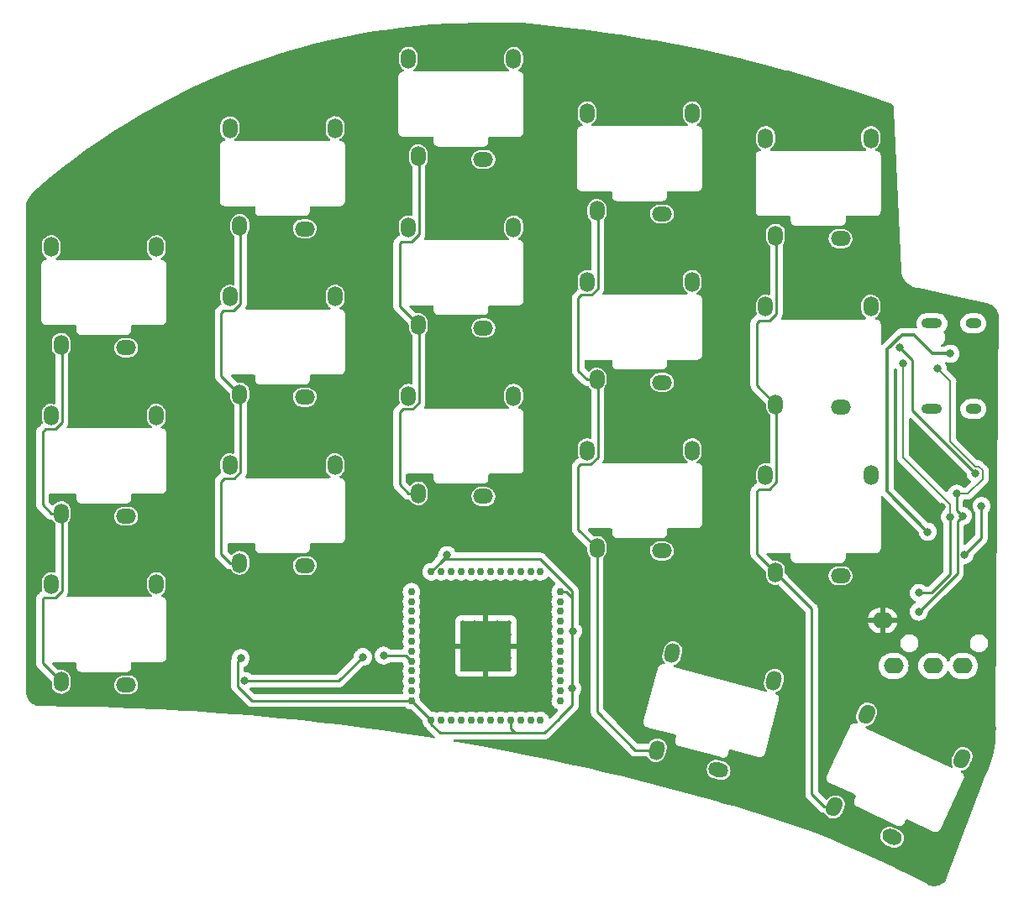
<source format=gbr>
%TF.GenerationSoftware,KiCad,Pcbnew,(6.0.7)*%
%TF.CreationDate,2022-09-28T21:23:56+08:00*%
%TF.ProjectId,ferris_left,66657272-6973-45f6-9c65-66742e6b6963,rev?*%
%TF.SameCoordinates,Original*%
%TF.FileFunction,Copper,L2,Bot*%
%TF.FilePolarity,Positive*%
%FSLAX46Y46*%
G04 Gerber Fmt 4.6, Leading zero omitted, Abs format (unit mm)*
G04 Created by KiCad (PCBNEW (6.0.7)) date 2022-09-28 21:23:56*
%MOMM*%
%LPD*%
G01*
G04 APERTURE LIST*
G04 Aperture macros list*
%AMHorizOval*
0 Thick line with rounded ends*
0 $1 width*
0 $2 $3 position (X,Y) of the first rounded end (center of the circle)*
0 $4 $5 position (X,Y) of the second rounded end (center of the circle)*
0 Add line between two ends*
20,1,$1,$2,$3,$4,$5,0*
0 Add two circle primitives to create the rounded ends*
1,1,$1,$2,$3*
1,1,$1,$4,$5*%
G04 Aperture macros list end*
%TA.AperFunction,ComponentPad*%
%ADD10O,1.500000X2.000000*%
%TD*%
%TA.AperFunction,ComponentPad*%
%ADD11O,2.000000X1.500000*%
%TD*%
%TA.AperFunction,ComponentPad*%
%ADD12O,1.600000X1.000000*%
%TD*%
%TA.AperFunction,ComponentPad*%
%ADD13O,2.100000X1.000000*%
%TD*%
%TA.AperFunction,ComponentPad*%
%ADD14HorizOval,1.500000X-0.105655X-0.226577X0.105655X0.226577X0*%
%TD*%
%TA.AperFunction,ComponentPad*%
%ADD15HorizOval,1.500000X0.226577X-0.105655X-0.226577X0.105655X0*%
%TD*%
%TA.AperFunction,ComponentPad*%
%ADD16O,2.000000X1.600000*%
%TD*%
%TA.AperFunction,ComponentPad*%
%ADD17HorizOval,1.500000X-0.064705X-0.241481X0.064705X0.241481X0*%
%TD*%
%TA.AperFunction,ComponentPad*%
%ADD18HorizOval,1.500000X0.241481X-0.064705X-0.241481X0.064705X0*%
%TD*%
%TA.AperFunction,ComponentPad*%
%ADD19C,0.750000*%
%TD*%
%TA.AperFunction,ComponentPad*%
%ADD20C,0.500000*%
%TD*%
%TA.AperFunction,SMDPad,CuDef*%
%ADD21R,5.150000X5.150000*%
%TD*%
%TA.AperFunction,ViaPad*%
%ADD22C,0.800000*%
%TD*%
%TA.AperFunction,Conductor*%
%ADD23C,0.300000*%
%TD*%
%TA.AperFunction,Conductor*%
%ADD24C,0.250000*%
%TD*%
%TA.AperFunction,Conductor*%
%ADD25C,0.200000*%
%TD*%
G04 APERTURE END LIST*
D10*
%TO.P,K0_0,1*%
%TO.N,/col0*%
X17700000Y-46100000D03*
D11*
%TO.P,K0_0,2*%
%TO.N,Net-(D0_0-Pad2)*%
X24250000Y-46400000D03*
D10*
%TO.P,K0_0,3*%
%TO.N,N/C*%
X27300000Y-36250000D03*
%TO.P,K0_0,4*%
X16700000Y-36250000D03*
%TD*%
%TO.P,K1_3,1*%
%TO.N,/col3*%
X71700000Y-49600000D03*
D11*
%TO.P,K1_3,2*%
%TO.N,Net-(D1_3-Pad2)*%
X78250000Y-49900000D03*
D10*
%TO.P,K1_3,3*%
%TO.N,N/C*%
X81300000Y-39750000D03*
%TO.P,K1_3,4*%
X70700000Y-39750000D03*
%TD*%
D12*
%TO.P,J1,S1*%
%TO.N,Net-(J1-PadS1)*%
X109635000Y-52580000D03*
X109635000Y-43940000D03*
D13*
X105455000Y-43940000D03*
X105455000Y-52580000D03*
%TD*%
D10*
%TO.P,K0_1,1*%
%TO.N,/col1*%
X35700000Y-34100000D03*
D11*
%TO.P,K0_1,2*%
%TO.N,Net-(D0_1-Pad2)*%
X42250000Y-34400000D03*
D10*
%TO.P,K0_1,3*%
%TO.N,N/C*%
X45300000Y-24250000D03*
%TO.P,K0_1,4*%
X34700000Y-24250000D03*
%TD*%
%TO.P,K2_4,1*%
%TO.N,/col4*%
X89700000Y-69100000D03*
D11*
%TO.P,K2_4,2*%
%TO.N,Net-(D2_4-Pad2)*%
X96250000Y-69400000D03*
D10*
%TO.P,K2_4,3*%
%TO.N,N/C*%
X99300000Y-59250000D03*
%TO.P,K2_4,4*%
X88700000Y-59250000D03*
%TD*%
%TO.P,K0_3,1*%
%TO.N,/col3*%
X71700000Y-32600000D03*
D11*
%TO.P,K0_3,2*%
%TO.N,Net-(D0_3-Pad2)*%
X78250000Y-32900000D03*
D10*
%TO.P,K0_3,3*%
%TO.N,N/C*%
X81300000Y-22750000D03*
%TO.P,K0_3,4*%
X70700000Y-22750000D03*
%TD*%
%TO.P,K2_0,1*%
%TO.N,/col0*%
X17700000Y-80100000D03*
D11*
%TO.P,K2_0,2*%
%TO.N,Net-(D2_0-Pad2)*%
X24250000Y-80400000D03*
D10*
%TO.P,K2_0,3*%
%TO.N,N/C*%
X27300000Y-70250000D03*
%TO.P,K2_0,4*%
X16700000Y-70250000D03*
%TD*%
%TO.P,K2_3,1*%
%TO.N,/col3*%
X71700000Y-66600000D03*
D11*
%TO.P,K2_3,2*%
%TO.N,Net-(D2_3-Pad2)*%
X78250000Y-66900000D03*
D10*
%TO.P,K2_3,3*%
%TO.N,N/C*%
X81300000Y-56750000D03*
%TO.P,K2_3,4*%
X70700000Y-56750000D03*
%TD*%
%TO.P,K0_4,1*%
%TO.N,/col4*%
X89700000Y-35100000D03*
D11*
%TO.P,K0_4,2*%
%TO.N,Net-(D0_4-Pad2)*%
X96250000Y-35400000D03*
D10*
%TO.P,K0_4,3*%
%TO.N,N/C*%
X99300000Y-25250000D03*
%TO.P,K0_4,4*%
X88700000Y-25250000D03*
%TD*%
%TO.P,K1_0,1*%
%TO.N,/col0*%
X17700000Y-63100000D03*
D11*
%TO.P,K1_0,2*%
%TO.N,Net-(D1_0-Pad2)*%
X24250000Y-63400000D03*
D10*
%TO.P,K1_0,3*%
%TO.N,N/C*%
X27300000Y-53250000D03*
%TO.P,K1_0,4*%
X16700000Y-53250000D03*
%TD*%
%TO.P,K0_2,1*%
%TO.N,/col2*%
X53700000Y-27100000D03*
D11*
%TO.P,K0_2,2*%
%TO.N,Net-(D0_2-Pad2)*%
X60250000Y-27400000D03*
D10*
%TO.P,K0_2,3*%
%TO.N,N/C*%
X63300000Y-17250000D03*
%TO.P,K0_2,4*%
X52700000Y-17250000D03*
%TD*%
D14*
%TO.P,K3_4,1*%
%TO.N,/col4*%
X95625517Y-92726776D03*
D15*
%TO.P,K3_4,2*%
%TO.N,Net-(D3_4-Pad2)*%
X101435048Y-95766818D03*
D14*
%TO.P,K3_4,3*%
%TO.N,N/C*%
X108488862Y-87856780D03*
%TO.P,K3_4,4*%
X98881999Y-83377026D03*
%TD*%
D10*
%TO.P,K1_1,1*%
%TO.N,/col1*%
X35700000Y-51100000D03*
D11*
%TO.P,K1_1,2*%
%TO.N,Net-(D1_1-Pad2)*%
X42250000Y-51400000D03*
D10*
%TO.P,K1_1,3*%
%TO.N,N/C*%
X45300000Y-41250000D03*
%TO.P,K1_1,4*%
X34700000Y-41250000D03*
%TD*%
%TO.P,K1_2,1*%
%TO.N,/col2*%
X53700000Y-44100000D03*
D11*
%TO.P,K1_2,2*%
%TO.N,Net-(D1_2-Pad2)*%
X60250000Y-44400000D03*
D10*
%TO.P,K1_2,3*%
%TO.N,N/C*%
X63300000Y-34250000D03*
%TO.P,K1_2,4*%
X52700000Y-34250000D03*
%TD*%
%TO.P,K2_1,1*%
%TO.N,/col1*%
X35700000Y-68100000D03*
D11*
%TO.P,K2_1,2*%
%TO.N,Net-(D2_1-Pad2)*%
X42250000Y-68400000D03*
D10*
%TO.P,K2_1,3*%
%TO.N,N/C*%
X45300000Y-58250000D03*
%TO.P,K2_1,4*%
X34700000Y-58250000D03*
%TD*%
%TO.P,K1_4,1*%
%TO.N,/col4*%
X89700000Y-52100000D03*
D11*
%TO.P,K1_4,2*%
%TO.N,Net-(D1_4-Pad2)*%
X96250000Y-52400000D03*
D10*
%TO.P,K1_4,3*%
%TO.N,N/C*%
X99300000Y-42250000D03*
%TO.P,K1_4,4*%
X88700000Y-42250000D03*
%TD*%
D16*
%TO.P,Jack0,R1*%
%TO.N,i2c_sda*%
X105592500Y-78500000D03*
%TO.P,Jack0,R2*%
%TO.N,+3V3*%
X108592500Y-78500000D03*
%TO.P,Jack0,S*%
%TO.N,GND*%
X100492500Y-73900000D03*
%TO.P,Jack0,T*%
%TO.N,i2c_scl*%
X101592500Y-78500000D03*
%TD*%
D17*
%TO.P,K3_3,1*%
%TO.N,/col3*%
X77711542Y-86998300D03*
D18*
%TO.P,K3_3,2*%
%TO.N,Net-(D3_3-Pad2)*%
X83960710Y-88983342D03*
D17*
%TO.P,K3_3,3*%
%TO.N,N/C*%
X89533797Y-79968593D03*
%TO.P,K3_3,4*%
X79294984Y-77225111D03*
%TD*%
D10*
%TO.P,K2_2,1*%
%TO.N,/col2*%
X53700000Y-61100000D03*
D11*
%TO.P,K2_2,2*%
%TO.N,Net-(D2_2-Pad2)*%
X60250000Y-61400000D03*
D10*
%TO.P,K2_2,3*%
%TO.N,N/C*%
X63300000Y-51250000D03*
%TO.P,K2_2,4*%
X52700000Y-51250000D03*
%TD*%
D19*
%TO.P,U1,1*%
%TO.N,+3V3*%
X55000000Y-84000000D03*
%TO.P,U1,2*%
%TO.N,Net-(U1-Pad2)*%
X56000000Y-84000000D03*
%TO.P,U1,3*%
%TO.N,Net-(U1-Pad3)*%
X57000000Y-84000000D03*
%TO.P,U1,4*%
%TO.N,Net-(U1-Pad4)*%
X58000000Y-84000000D03*
%TO.P,U1,5*%
%TO.N,Net-(U1-Pad5)*%
X59000000Y-84000000D03*
%TO.P,U1,6*%
%TO.N,Net-(U1-Pad6)*%
X60000000Y-84000000D03*
%TO.P,U1,7*%
%TO.N,NRST*%
X61000000Y-84000000D03*
%TO.P,U1,8*%
%TO.N,GND*%
X62000000Y-84000000D03*
%TO.P,U1,9*%
%TO.N,+3V3*%
X63000000Y-84000000D03*
%TO.P,U1,10*%
%TO.N,Net-(U1-Pad10)*%
X64000000Y-84000000D03*
%TO.P,U1,11*%
%TO.N,Net-(U1-Pad11)*%
X65000000Y-84000000D03*
%TO.P,U1,12*%
%TO.N,/row0\u002C3*%
X66000000Y-84000000D03*
%TO.P,U1,13*%
%TO.N,Net-(U1-Pad13)*%
X68000000Y-82000000D03*
%TO.P,U1,14*%
%TO.N,Net-(U1-Pad14)*%
X68000000Y-81000000D03*
%TO.P,U1,15*%
%TO.N,Net-(U1-Pad15)*%
X68000000Y-80000000D03*
%TO.P,U1,16*%
%TO.N,Net-(U1-Pad16)*%
X68000000Y-79000000D03*
%TO.P,U1,17*%
%TO.N,Net-(U1-Pad17)*%
X68000000Y-78000000D03*
%TO.P,U1,18*%
%TO.N,Net-(U1-Pad18)*%
X68000000Y-77000000D03*
%TO.P,U1,19*%
%TO.N,Net-(U1-Pad19)*%
X68000000Y-76000000D03*
%TO.P,U1,20*%
%TO.N,Net-(U1-Pad20)*%
X68000000Y-75000000D03*
%TO.P,U1,21*%
%TO.N,i2c_scl*%
X68000000Y-74000000D03*
%TO.P,U1,22*%
%TO.N,i2c_sda*%
X68000000Y-73000000D03*
%TO.P,U1,23*%
%TO.N,GND*%
X68000000Y-72000000D03*
%TO.P,U1,24*%
%TO.N,+3V3*%
X68000000Y-71000000D03*
%TO.P,U1,25*%
%TO.N,Net-(U1-Pad25)*%
X66000000Y-69000000D03*
%TO.P,U1,26*%
%TO.N,Net-(U1-Pad26)*%
X65000000Y-69000000D03*
%TO.P,U1,27*%
%TO.N,Net-(U1-Pad27)*%
X64000000Y-69000000D03*
%TO.P,U1,28*%
%TO.N,Net-(U1-Pad28)*%
X63000000Y-69000000D03*
%TO.P,U1,29*%
%TO.N,Net-(U1-Pad29)*%
X62000000Y-69000000D03*
%TO.P,U1,30*%
%TO.N,Net-(U1-Pad30)*%
X61000000Y-69000000D03*
%TO.P,U1,31*%
%TO.N,Net-(U1-Pad31)*%
X60000000Y-69000000D03*
%TO.P,U1,32*%
%TO.N,/D-*%
X59000000Y-69000000D03*
%TO.P,U1,33*%
%TO.N,/D+*%
X58000000Y-69000000D03*
%TO.P,U1,34*%
%TO.N,Net-(U1-Pad34)*%
X57000000Y-69000000D03*
%TO.P,U1,35*%
%TO.N,GND*%
X56000000Y-69000000D03*
%TO.P,U1,36*%
%TO.N,+3V3*%
X55000000Y-69000000D03*
%TO.P,U1,37*%
%TO.N,/col4*%
X53000000Y-71000000D03*
%TO.P,U1,38*%
%TO.N,/col3*%
X53000000Y-72000000D03*
%TO.P,U1,39*%
%TO.N,/col2*%
X53000000Y-73000000D03*
%TO.P,U1,40*%
%TO.N,/col1*%
X53000000Y-74000000D03*
%TO.P,U1,41*%
%TO.N,/row0\u002C2*%
X53000000Y-75000000D03*
%TO.P,U1,42*%
%TO.N,/row0\u002C1*%
X53000000Y-76000000D03*
%TO.P,U1,43*%
%TO.N,/row0\u002C0*%
X53000000Y-77000000D03*
%TO.P,U1,44*%
%TO.N,BOOT0*%
X53000000Y-78000000D03*
%TO.P,U1,45*%
%TO.N,/col0*%
X53000000Y-79000000D03*
%TO.P,U1,46*%
%TO.N,Net-(U1-Pad46)*%
X53000000Y-80000000D03*
%TO.P,U1,47*%
%TO.N,GND*%
X53000000Y-81000000D03*
%TO.P,U1,48*%
%TO.N,+3V3*%
X53000000Y-82000000D03*
D20*
%TO.P,U1,49*%
%TO.N,GND*%
X61662500Y-78825000D03*
X59337500Y-75337500D03*
X62825000Y-77662500D03*
X60500000Y-77662500D03*
X59337500Y-77662500D03*
X60500000Y-76500000D03*
X58175000Y-78825000D03*
X61662500Y-74175000D03*
X60500000Y-75337500D03*
X60500000Y-74175000D03*
X62825000Y-74175000D03*
X61662500Y-77662500D03*
X59337500Y-74175000D03*
X58175000Y-77662500D03*
X62825000Y-76500000D03*
D21*
X60500000Y-76500000D03*
D20*
X62825000Y-78825000D03*
X58175000Y-75337500D03*
X62825000Y-75337500D03*
X58175000Y-74175000D03*
X59337500Y-76500000D03*
X60500000Y-78825000D03*
X61662500Y-76500000D03*
X58175000Y-76500000D03*
X61662500Y-75337500D03*
X59337500Y-78825000D03*
%TD*%
D22*
%TO.N,GND*%
X97790000Y-93980000D03*
X80010000Y-88265000D03*
%TO.N,VCC*%
X105034100Y-64959018D03*
X107315000Y-46990000D03*
%TO.N,Net-(J1-PadB5)*%
X102235000Y-46355000D03*
X109855000Y-59055000D03*
%TO.N,/D-*%
X108570001Y-63370003D03*
X104140000Y-73025000D03*
X107957414Y-61107896D03*
X106019955Y-48497920D03*
%TO.N,/D+*%
X107270001Y-63470003D03*
X102559305Y-47957446D03*
X104140000Y-71120000D03*
%TO.N,GND*%
X75800000Y-66800000D03*
X109855000Y-82550000D03*
X103775000Y-56835000D03*
X37800000Y-34000000D03*
X74610000Y-75230000D03*
X38900000Y-68000000D03*
X106452525Y-62451412D03*
X66860000Y-86230000D03*
X38300000Y-50700000D03*
X39500000Y-75300000D03*
X20000000Y-63100000D03*
X102235000Y-43180000D03*
X68320000Y-85070000D03*
X70450000Y-71860000D03*
X19600000Y-46200000D03*
X20500000Y-79700000D03*
X57300000Y-61500000D03*
%TO.N,+3V3*%
X108770001Y-67270003D03*
X69230000Y-80770000D03*
X69274522Y-74968638D03*
X110457348Y-62357350D03*
X35797123Y-77718710D03*
X56596916Y-67325643D03*
%TO.N,Net-(D3-Pad2)*%
X48104848Y-77595152D03*
X36195000Y-80010000D03*
%TO.N,BOOT0*%
X50201669Y-77448331D03*
%TD*%
D23*
%TO.N,VCC*%
X103649388Y-45085000D02*
X102444339Y-45085000D01*
X107315000Y-46990000D02*
X105554388Y-46990000D01*
X105554388Y-46990000D02*
X103649388Y-45085000D01*
X100965000Y-46564339D02*
X100965000Y-60889918D01*
X100965000Y-60889918D02*
X105034100Y-64959018D01*
X102444339Y-45085000D02*
X100965000Y-46564339D01*
D24*
%TO.N,/col4*%
X93345000Y-72745000D02*
X93345000Y-91440000D01*
X89055303Y-60664990D02*
X89775010Y-59945283D01*
X87814990Y-43890524D02*
X88040524Y-43664990D01*
X89055303Y-43664990D02*
X89775010Y-42945283D01*
X87814990Y-60890524D02*
X88040524Y-60664990D01*
X89700000Y-52100000D02*
X87814990Y-50214990D01*
X87814990Y-67214990D02*
X87814990Y-60890524D01*
X93345000Y-91440000D02*
X94576346Y-92671346D01*
X88040524Y-43664990D02*
X89055303Y-43664990D01*
X89700000Y-69100000D02*
X87814990Y-67214990D01*
X89775010Y-59945283D02*
X89775010Y-52175010D01*
X94576346Y-92671346D02*
X95541720Y-92671346D01*
X89775010Y-42945283D02*
X89775010Y-35175010D01*
X89775010Y-52175010D02*
X89700000Y-52100000D01*
X88040524Y-60664990D02*
X89055303Y-60664990D01*
X89775010Y-35175010D02*
X89700000Y-35100000D01*
X87814990Y-50214990D02*
X87814990Y-43890524D01*
X89700000Y-69100000D02*
X93345000Y-72745000D01*
%TO.N,Net-(J1-PadB5)*%
X103505000Y-47625000D02*
X103505000Y-52705000D01*
X103505000Y-52705000D02*
X109855000Y-59055000D01*
X102235000Y-46355000D02*
X103505000Y-47625000D01*
%TO.N,/col0*%
X17775010Y-46175010D02*
X17700000Y-46100000D01*
X17775010Y-70945283D02*
X17775010Y-63175010D01*
X17700000Y-63100000D02*
X16700000Y-63100000D01*
X15814990Y-78214990D02*
X15814990Y-71735010D01*
X17775010Y-63175010D02*
X17700000Y-63100000D01*
X17145283Y-71575010D02*
X17775010Y-70945283D01*
X16700000Y-63100000D02*
X15814990Y-62214990D01*
X15814990Y-62214990D02*
X15814990Y-54890524D01*
X17700000Y-80100000D02*
X15814990Y-78214990D01*
X16130504Y-54575010D02*
X17145283Y-54575010D01*
X15814990Y-71735010D02*
X15974990Y-71575010D01*
X17145283Y-54575010D02*
X17775010Y-53945283D01*
X15814990Y-54890524D02*
X16130504Y-54575010D01*
X15974990Y-71575010D02*
X17145283Y-71575010D01*
X17775010Y-53945283D02*
X17775010Y-46175010D01*
%TO.N,/col2*%
X51814990Y-35890524D02*
X52040524Y-35664990D01*
X53775010Y-44175010D02*
X53700000Y-44100000D01*
X53700000Y-44100000D02*
X51814990Y-42214990D01*
X53700000Y-61100000D02*
X52700000Y-61100000D01*
X53775010Y-27175010D02*
X53700000Y-27100000D01*
X53775010Y-51945283D02*
X53775010Y-44175010D01*
X51814990Y-42214990D02*
X51814990Y-35890524D01*
X53775010Y-34945283D02*
X53775010Y-27175010D01*
X51814990Y-52890524D02*
X52130504Y-52575010D01*
X51814990Y-60214990D02*
X51814990Y-52890524D01*
X53145283Y-52575010D02*
X53775010Y-51945283D01*
X53055303Y-35664990D02*
X53775010Y-34945283D01*
X52130504Y-52575010D02*
X53145283Y-52575010D01*
X52040524Y-35664990D02*
X53055303Y-35664990D01*
X52700000Y-61100000D02*
X51814990Y-60214990D01*
%TO.N,/col1*%
X35775010Y-41945283D02*
X35775010Y-34175010D01*
X35775010Y-34175010D02*
X35700000Y-34100000D01*
X35055303Y-42664990D02*
X35775010Y-41945283D01*
X35700000Y-51100000D02*
X33814990Y-49214990D01*
X34040524Y-42664990D02*
X35055303Y-42664990D01*
X35775010Y-58945283D02*
X35775010Y-51175010D01*
X33814990Y-42890524D02*
X34040524Y-42664990D01*
X35700000Y-68100000D02*
X34700000Y-68100000D01*
X35775010Y-51175010D02*
X35700000Y-51100000D01*
X33814990Y-49214990D02*
X33814990Y-42890524D01*
X35145283Y-59575010D02*
X35775010Y-58945283D01*
X33814990Y-67214990D02*
X33814990Y-59890524D01*
X34130504Y-59575010D02*
X35145283Y-59575010D01*
X34700000Y-68100000D02*
X33814990Y-67214990D01*
X33814990Y-59890524D02*
X34130504Y-59575010D01*
%TO.N,/col3*%
X71055303Y-58164990D02*
X71775010Y-57445283D01*
X77711542Y-86998300D02*
X75568300Y-86998300D01*
X69814990Y-58390524D02*
X70040524Y-58164990D01*
X71775010Y-40445283D02*
X71775010Y-32675010D01*
X71700000Y-49600000D02*
X70700000Y-49600000D01*
X69814990Y-41390524D02*
X70130504Y-41075010D01*
X71700000Y-83130000D02*
X71700000Y-66600000D01*
X69814990Y-48714990D02*
X69814990Y-41390524D01*
X71775010Y-32675010D02*
X71700000Y-32600000D01*
X71145283Y-41075010D02*
X71775010Y-40445283D01*
X71700000Y-66600000D02*
X69814990Y-64714990D01*
X69814990Y-64714990D02*
X69814990Y-58390524D01*
X71775010Y-57445283D02*
X71775010Y-49675010D01*
X70700000Y-49600000D02*
X69814990Y-48714990D01*
X71775010Y-49675010D02*
X71700000Y-49600000D01*
X70130504Y-41075010D02*
X71145283Y-41075010D01*
X75568300Y-86998300D02*
X71700000Y-83130000D01*
X70040524Y-58164990D02*
X71055303Y-58164990D01*
D25*
%TO.N,/D-*%
X110555000Y-58765050D02*
X110555000Y-59625000D01*
X107315000Y-55880000D02*
X109790000Y-58355000D01*
D24*
X107957414Y-62757416D02*
X108570001Y-63370003D01*
D25*
X109072104Y-61107896D02*
X107957414Y-61107896D01*
X107315000Y-49792965D02*
X107315000Y-55880000D01*
D24*
X108045000Y-63895004D02*
X108570001Y-63370003D01*
X108045000Y-69120000D02*
X108045000Y-63895004D01*
D25*
X106019955Y-48497920D02*
X107315000Y-49792965D01*
D24*
X104140000Y-73025000D02*
X108045000Y-69120000D01*
D25*
X109790000Y-58355000D02*
X110144950Y-58355000D01*
D24*
X107957414Y-61107896D02*
X107957414Y-62757416D01*
D25*
X110144950Y-58355000D02*
X110555000Y-58765050D01*
X110555000Y-59625000D02*
X109072104Y-61107896D01*
%TO.N,/D+*%
X107270001Y-62185001D02*
X107270001Y-63470003D01*
D24*
X107270001Y-69258603D02*
X107270001Y-63470003D01*
D25*
X102559305Y-47957446D02*
X102559305Y-57474305D01*
X102559305Y-57474305D02*
X107270001Y-62185001D01*
D24*
X104140000Y-71120000D02*
X105408604Y-71120000D01*
X105408604Y-71120000D02*
X107270001Y-69258603D01*
%TO.N,+3V3*%
X67962501Y-83722501D02*
X69230000Y-82455002D01*
X68610000Y-71000000D02*
X69230000Y-71620000D01*
X68250000Y-71000000D02*
X68610000Y-71000000D01*
X66000000Y-67700000D02*
X56300000Y-67700000D01*
X110457348Y-65582656D02*
X108770001Y-67270003D01*
X66426042Y-85258960D02*
X67922501Y-83762501D01*
X69230000Y-70930000D02*
X66000000Y-67700000D01*
X55000000Y-84360002D02*
X55898958Y-85258960D01*
X53000000Y-82000000D02*
X55000000Y-84000000D01*
X63451040Y-85258960D02*
X66426042Y-85258960D01*
X110457348Y-62357350D02*
X110457348Y-65582656D01*
X35470000Y-80555000D02*
X36915000Y-82000000D01*
X63000000Y-84807920D02*
X63451040Y-85258960D01*
X56596916Y-67325643D02*
X55950000Y-67972559D01*
X69230000Y-80770000D02*
X69230000Y-71770000D01*
X63000000Y-84250000D02*
X63000000Y-84807920D01*
X55950000Y-67972559D02*
X55950000Y-68050000D01*
X35797123Y-77718710D02*
X35470000Y-78045833D01*
X55950000Y-68050000D02*
X55000000Y-69000000D01*
X56300000Y-67700000D02*
X55950000Y-68050000D01*
X69230000Y-71770000D02*
X69230000Y-71620000D01*
X36915000Y-82000000D02*
X53000000Y-82000000D01*
X55898958Y-85258960D02*
X63451040Y-85258960D01*
X55000000Y-84250000D02*
X55000000Y-84360002D01*
X69230000Y-82455002D02*
X69230000Y-80770000D01*
X67922501Y-83762501D02*
X67962501Y-83722501D01*
X35470000Y-78045833D02*
X35470000Y-80555000D01*
X69230000Y-71770000D02*
X69230000Y-70930000D01*
%TO.N,Net-(D3-Pad2)*%
X36195000Y-80010000D02*
X45690000Y-80010000D01*
X45690000Y-80010000D02*
X48104848Y-77595152D01*
%TO.N,BOOT0*%
X50201669Y-77448331D02*
X51761669Y-77448331D01*
X51761669Y-77448331D02*
X52448331Y-77448331D01*
X52448331Y-77448331D02*
X53000000Y-78000000D01*
%TD*%
%TA.AperFunction,Conductor*%
%TO.N,GND*%
G36*
X63855742Y-13644183D02*
G01*
X64135559Y-13644732D01*
X64147299Y-13645304D01*
X64151049Y-13645662D01*
X64159771Y-13647774D01*
X64168733Y-13647353D01*
X64168736Y-13647353D01*
X64189161Y-13646393D01*
X64206513Y-13646774D01*
X66410902Y-13847716D01*
X66412869Y-13847911D01*
X68652964Y-14087651D01*
X68654839Y-14087867D01*
X70890792Y-14362761D01*
X70892719Y-14363014D01*
X73124074Y-14673004D01*
X73125945Y-14673278D01*
X74017158Y-14811395D01*
X75352267Y-15018306D01*
X75354221Y-15018625D01*
X76791276Y-15264515D01*
X77574710Y-15398566D01*
X77576623Y-15398909D01*
X79790939Y-15813704D01*
X79792840Y-15814076D01*
X82000348Y-16263607D01*
X82002188Y-16263996D01*
X84202444Y-16748173D01*
X84204308Y-16748599D01*
X84878626Y-16908134D01*
X86396579Y-17267262D01*
X86398502Y-17267733D01*
X86850593Y-17382221D01*
X88582353Y-17820774D01*
X88584233Y-17821266D01*
X90718444Y-18397568D01*
X90759125Y-18408553D01*
X90761027Y-18409083D01*
X90973207Y-18469970D01*
X92926410Y-19030463D01*
X92928309Y-19031024D01*
X95083672Y-19686354D01*
X95085562Y-19686945D01*
X96378297Y-20102293D01*
X97230357Y-20376056D01*
X97232175Y-20376655D01*
X97538090Y-20480274D01*
X99365934Y-21099398D01*
X99367804Y-21100048D01*
X101427413Y-21833945D01*
X101436981Y-21837925D01*
X101443627Y-21842358D01*
X101452193Y-21845043D01*
X101460292Y-21848916D01*
X101460093Y-21849332D01*
X101479493Y-21858462D01*
X101493759Y-21867726D01*
X101520640Y-21891211D01*
X101541740Y-21915729D01*
X101560959Y-21945813D01*
X101574339Y-21975272D01*
X101584346Y-22009526D01*
X101586438Y-22024143D01*
X101587700Y-22043540D01*
X101587691Y-22044256D01*
X101586309Y-22053130D01*
X101587473Y-22062033D01*
X101587473Y-22062034D01*
X101592363Y-22099433D01*
X101593292Y-22109956D01*
X101606984Y-22406468D01*
X102358717Y-38686472D01*
X102358709Y-38698254D01*
X102358538Y-38701853D01*
X102356847Y-38710664D01*
X102361126Y-38755639D01*
X102362361Y-38768617D01*
X102362793Y-38774741D01*
X102363725Y-38794929D01*
X102364563Y-38799326D01*
X102364564Y-38799332D01*
X102364895Y-38801066D01*
X102366556Y-38812723D01*
X102370180Y-38850813D01*
X102370183Y-38850828D01*
X102370643Y-38855667D01*
X102373741Y-38867832D01*
X102375654Y-38872309D01*
X102377213Y-38876913D01*
X102377007Y-38876983D01*
X102379311Y-38884536D01*
X102379502Y-38884471D01*
X102382414Y-38892956D01*
X102384096Y-38901777D01*
X102388184Y-38909767D01*
X102389741Y-38914304D01*
X102393318Y-38922774D01*
X102404132Y-38954739D01*
X102461070Y-39123045D01*
X102462866Y-39126710D01*
X102462869Y-39126718D01*
X102577924Y-39361542D01*
X102579725Y-39365217D01*
X102607044Y-39406468D01*
X102726374Y-39586655D01*
X102726379Y-39586662D01*
X102728629Y-39590059D01*
X102905295Y-39793812D01*
X102908334Y-39796516D01*
X102908340Y-39796522D01*
X103068200Y-39938756D01*
X103106769Y-39973073D01*
X103329685Y-40124845D01*
X103333318Y-40126683D01*
X103333323Y-40126686D01*
X103450086Y-40185761D01*
X103570318Y-40246591D01*
X103690252Y-40288885D01*
X103820804Y-40334924D01*
X103820811Y-40334926D01*
X103824645Y-40336278D01*
X103828625Y-40337125D01*
X103828629Y-40337126D01*
X104054628Y-40385216D01*
X104067038Y-40388526D01*
X104071241Y-40389880D01*
X104071247Y-40389881D01*
X104075883Y-40391375D01*
X104080695Y-40392137D01*
X104080698Y-40392138D01*
X104083482Y-40392579D01*
X104083485Y-40392579D01*
X104088281Y-40393339D01*
X104093942Y-40393354D01*
X104096111Y-40393591D01*
X104098000Y-40393742D01*
X104097996Y-40393796D01*
X104120388Y-40396235D01*
X108188590Y-41281391D01*
X110937444Y-41879485D01*
X110959341Y-41886390D01*
X110964883Y-41888712D01*
X110964885Y-41888713D01*
X110973169Y-41892183D01*
X110985785Y-41893605D01*
X110989191Y-41893989D01*
X111013443Y-41899178D01*
X111190106Y-41955649D01*
X111205818Y-41961862D01*
X111396912Y-42052673D01*
X111411656Y-42060934D01*
X111588875Y-42176500D01*
X111602381Y-42186661D01*
X111762537Y-42324904D01*
X111774561Y-42336780D01*
X111914778Y-42495216D01*
X111925103Y-42508591D01*
X112042865Y-42684382D01*
X112051298Y-42699007D01*
X112137088Y-42873915D01*
X112144470Y-42888966D01*
X112150877Y-42904603D01*
X112193743Y-43033193D01*
X112196770Y-43042274D01*
X112203233Y-43083089D01*
X112149916Y-50023431D01*
X111886850Y-84266799D01*
X111886733Y-84282021D01*
X111886164Y-84293051D01*
X111882689Y-84329378D01*
X111882689Y-84329384D01*
X111881835Y-84338315D01*
X111883522Y-84347128D01*
X111883522Y-84347130D01*
X111886400Y-84362165D01*
X111888583Y-84381842D01*
X111905702Y-84919413D01*
X111905734Y-84926283D01*
X111904143Y-84996374D01*
X111893210Y-85477969D01*
X111892751Y-85498166D01*
X111892408Y-85505014D01*
X111862154Y-85895940D01*
X111848273Y-86075298D01*
X111847557Y-86082131D01*
X111821886Y-86275823D01*
X111775352Y-86626925D01*
X111772401Y-86649187D01*
X111771314Y-86655965D01*
X111670635Y-87190099D01*
X111665358Y-87218093D01*
X111663903Y-87224797D01*
X111574655Y-87588176D01*
X111527472Y-87780282D01*
X111525652Y-87786907D01*
X111359141Y-88334143D01*
X111356966Y-88340651D01*
X111161744Y-88875614D01*
X111160870Y-88878010D01*
X111158341Y-88884392D01*
X110937550Y-89400206D01*
X110933257Y-89410236D01*
X110930385Y-89416472D01*
X110698332Y-89886047D01*
X110695463Y-89891852D01*
X110683515Y-89911345D01*
X110673782Y-89924398D01*
X110642962Y-90007227D01*
X106867536Y-100075029D01*
X106851226Y-100105214D01*
X106780404Y-100201943D01*
X106763868Y-100224528D01*
X106751231Y-100239257D01*
X106615648Y-100374630D01*
X106600908Y-100387237D01*
X106446141Y-100500182D01*
X106429634Y-100510379D01*
X106259360Y-100598216D01*
X106241477Y-100605759D01*
X106059739Y-100666401D01*
X106040910Y-100671108D01*
X105852013Y-100703121D01*
X105832685Y-100704880D01*
X105722935Y-100706383D01*
X105641112Y-100707503D01*
X105621750Y-100706273D01*
X105526897Y-100692858D01*
X105432050Y-100679444D01*
X105413101Y-100675255D01*
X105229765Y-100619610D01*
X105211682Y-100612559D01*
X105067304Y-100543018D01*
X105053083Y-100534010D01*
X105053007Y-100534137D01*
X105045302Y-100529537D01*
X105038323Y-100523889D01*
X105032873Y-100521611D01*
X105030728Y-100520213D01*
X105026866Y-100517249D01*
X105022599Y-100514917D01*
X105022596Y-100514915D01*
X105021511Y-100514323D01*
X105015851Y-100511229D01*
X105011470Y-100509651D01*
X105005685Y-100506851D01*
X103337937Y-99641627D01*
X103337415Y-99641356D01*
X101887266Y-98923259D01*
X101643854Y-98802724D01*
X101643826Y-98802711D01*
X101643298Y-98802449D01*
X99933725Y-97995508D01*
X98209297Y-97220817D01*
X96470624Y-96478649D01*
X94718319Y-95769266D01*
X94479679Y-95677836D01*
X100253214Y-95677836D01*
X100276078Y-95869576D01*
X100337029Y-96052804D01*
X100433578Y-96220031D01*
X100561781Y-96364430D01*
X100566889Y-96368251D01*
X100712524Y-96477201D01*
X100712527Y-96477203D01*
X100716401Y-96480101D01*
X100722002Y-96483079D01*
X100723501Y-96483778D01*
X101300775Y-96752967D01*
X101300779Y-96752969D01*
X101303662Y-96754313D01*
X101306664Y-96755359D01*
X101306668Y-96755360D01*
X101325753Y-96762006D01*
X101440211Y-96801864D01*
X101446531Y-96802707D01*
X101446534Y-96802708D01*
X101512532Y-96811514D01*
X101631613Y-96827404D01*
X101637979Y-96826959D01*
X101637983Y-96826959D01*
X101745108Y-96819468D01*
X101824242Y-96813934D01*
X101874983Y-96799767D01*
X102004081Y-96763722D01*
X102010227Y-96762006D01*
X102181973Y-96673741D01*
X102332462Y-96552744D01*
X102390095Y-96483079D01*
X102451477Y-96408881D01*
X102455548Y-96403960D01*
X102546202Y-96233464D01*
X102600723Y-96048221D01*
X102615217Y-95875633D01*
X102616348Y-95862162D01*
X102616348Y-95862159D01*
X102616882Y-95855800D01*
X102603224Y-95741266D01*
X102594774Y-95670398D01*
X102594774Y-95670396D01*
X102594018Y-95664060D01*
X102533066Y-95480832D01*
X102436517Y-95313605D01*
X102308314Y-95169205D01*
X102297059Y-95160785D01*
X102157571Y-95056434D01*
X102157568Y-95056432D01*
X102153694Y-95053534D01*
X102148093Y-95050556D01*
X102050149Y-95004884D01*
X101569320Y-94780669D01*
X101569316Y-94780667D01*
X101566433Y-94779323D01*
X101563418Y-94778273D01*
X101435913Y-94733871D01*
X101435911Y-94733871D01*
X101429885Y-94731772D01*
X101238482Y-94706232D01*
X101232116Y-94706677D01*
X101232112Y-94706677D01*
X101125096Y-94714161D01*
X101045854Y-94719702D01*
X100859869Y-94771630D01*
X100688123Y-94859895D01*
X100537633Y-94980891D01*
X100533567Y-94985806D01*
X100418615Y-95124759D01*
X100418612Y-95124763D01*
X100414548Y-95129676D01*
X100411554Y-95135308D01*
X100411552Y-95135310D01*
X100356596Y-95238667D01*
X100323893Y-95300172D01*
X100322092Y-95306292D01*
X100322091Y-95306294D01*
X100319939Y-95313605D01*
X100269373Y-95485414D01*
X100268839Y-95491771D01*
X100268839Y-95491772D01*
X100253839Y-95670398D01*
X100253214Y-95677836D01*
X94479679Y-95677836D01*
X92953000Y-95092919D01*
X91462127Y-94553607D01*
X91175799Y-94450030D01*
X91175787Y-94450026D01*
X91175290Y-94449846D01*
X91174822Y-94449687D01*
X91174772Y-94449669D01*
X89386342Y-93840454D01*
X89386324Y-93840448D01*
X89385816Y-93840275D01*
X89385332Y-93840120D01*
X89385289Y-93840106D01*
X87585772Y-93264599D01*
X87585766Y-93264597D01*
X87585209Y-93264419D01*
X87584707Y-93264269D01*
X87584669Y-93264257D01*
X85774620Y-92722636D01*
X85774582Y-92722625D01*
X85774104Y-92722482D01*
X85773594Y-92722340D01*
X85773574Y-92722334D01*
X84584653Y-92390770D01*
X83981254Y-92222495D01*
X83974919Y-92220394D01*
X83973641Y-92219783D01*
X83965652Y-92217386D01*
X83965729Y-92217129D01*
X83965506Y-92217042D01*
X83965437Y-92217286D01*
X83964486Y-92217018D01*
X83962461Y-92216429D01*
X83961618Y-92216176D01*
X83961617Y-92216176D01*
X83961611Y-92216174D01*
X83961684Y-92215930D01*
X83961454Y-92215884D01*
X83961381Y-92216143D01*
X83958033Y-92215199D01*
X83958029Y-92215198D01*
X83953349Y-92213879D01*
X83950343Y-92213516D01*
X83944706Y-92212164D01*
X83902249Y-92200265D01*
X81066401Y-91405495D01*
X78161797Y-90629138D01*
X78161502Y-90629063D01*
X78161441Y-90629047D01*
X75248308Y-89887960D01*
X75248249Y-89887945D01*
X75248035Y-89887891D01*
X74379961Y-89678178D01*
X72325869Y-89181941D01*
X72325804Y-89181926D01*
X72325540Y-89181862D01*
X71131598Y-88908631D01*
X82763880Y-88908631D01*
X82768265Y-88956812D01*
X82780801Y-89094578D01*
X82780802Y-89094583D01*
X82781380Y-89100935D01*
X82837192Y-89285792D01*
X82929034Y-89455652D01*
X82933143Y-89460548D01*
X82933143Y-89460549D01*
X83049047Y-89598678D01*
X83049050Y-89598681D01*
X83053155Y-89603573D01*
X83058160Y-89607540D01*
X83058161Y-89607541D01*
X83195473Y-89716374D01*
X83204485Y-89723517D01*
X83210176Y-89726391D01*
X83210181Y-89726395D01*
X83306499Y-89775048D01*
X83376842Y-89810581D01*
X83382875Y-89812541D01*
X83384447Y-89812962D01*
X83384453Y-89812964D01*
X83407017Y-89819010D01*
X84002797Y-89978650D01*
X84005948Y-89979160D01*
X84005951Y-89979161D01*
X84139227Y-90000747D01*
X84139232Y-90000747D01*
X84145528Y-90001767D01*
X84151901Y-90001500D01*
X84151902Y-90001500D01*
X84295309Y-89995490D01*
X84338457Y-89993682D01*
X84525820Y-89946967D01*
X84563845Y-89928749D01*
X84694207Y-89866290D01*
X84694209Y-89866289D01*
X84699963Y-89863532D01*
X84816538Y-89775048D01*
X84848684Y-89750648D01*
X84848686Y-89750647D01*
X84853773Y-89746785D01*
X84962260Y-89622861D01*
X84976758Y-89606300D01*
X84976759Y-89606298D01*
X84980965Y-89601494D01*
X84992538Y-89581123D01*
X85028655Y-89517545D01*
X85076344Y-89433596D01*
X85079917Y-89422602D01*
X85122772Y-89290706D01*
X85136015Y-89249948D01*
X85157540Y-89058053D01*
X85148144Y-88954799D01*
X85140619Y-88872106D01*
X85140618Y-88872101D01*
X85140040Y-88865749D01*
X85084228Y-88680892D01*
X84992386Y-88511032D01*
X84868264Y-88363110D01*
X84716935Y-88243167D01*
X84711244Y-88240293D01*
X84711239Y-88240289D01*
X84583542Y-88175785D01*
X84544578Y-88156103D01*
X84538544Y-88154143D01*
X84536963Y-88153719D01*
X84536955Y-88153717D01*
X83921694Y-87988857D01*
X83921696Y-87988857D01*
X83918623Y-87988034D01*
X83860185Y-87978569D01*
X83782193Y-87965937D01*
X83782188Y-87965937D01*
X83775892Y-87964917D01*
X83769519Y-87965184D01*
X83769518Y-87965184D01*
X83625048Y-87971238D01*
X83582962Y-87973002D01*
X83395599Y-88019717D01*
X83221457Y-88103152D01*
X83067647Y-88219899D01*
X82940455Y-88365190D01*
X82845076Y-88533088D01*
X82785405Y-88716736D01*
X82784694Y-88723078D01*
X82767397Y-88877280D01*
X82763880Y-88908631D01*
X71131598Y-88908631D01*
X69517123Y-88539162D01*
X69395147Y-88511248D01*
X69395138Y-88511246D01*
X69394736Y-88511154D01*
X69371566Y-88506145D01*
X66456387Y-87875937D01*
X66456324Y-87875924D01*
X66456052Y-87875865D01*
X66455749Y-87875803D01*
X66455695Y-87875792D01*
X64175901Y-87411670D01*
X63509915Y-87276088D01*
X60556754Y-86711909D01*
X57597000Y-86183410D01*
X57352294Y-86142756D01*
X57288373Y-86111861D01*
X57251302Y-86051311D01*
X57252852Y-85980331D01*
X57292530Y-85921457D01*
X57357739Y-85893381D01*
X57372944Y-85892460D01*
X63391264Y-85892460D01*
X63410974Y-85894011D01*
X63430983Y-85897180D01*
X63438875Y-85896434D01*
X63457620Y-85894662D01*
X63475002Y-85893019D01*
X63486859Y-85892460D01*
X66347275Y-85892460D01*
X66358458Y-85892987D01*
X66365951Y-85894662D01*
X66373877Y-85894413D01*
X66373878Y-85894413D01*
X66434028Y-85892522D01*
X66437987Y-85892460D01*
X66465898Y-85892460D01*
X66469833Y-85891963D01*
X66469898Y-85891955D01*
X66481735Y-85891022D01*
X66513993Y-85890008D01*
X66518012Y-85889882D01*
X66525931Y-85889633D01*
X66545385Y-85883981D01*
X66564742Y-85879973D01*
X66576972Y-85878428D01*
X66576973Y-85878428D01*
X66584839Y-85877434D01*
X66592210Y-85874515D01*
X66592212Y-85874515D01*
X66625954Y-85861156D01*
X66637184Y-85857311D01*
X66672025Y-85847189D01*
X66672026Y-85847189D01*
X66679635Y-85844978D01*
X66686454Y-85840945D01*
X66686459Y-85840943D01*
X66697070Y-85834667D01*
X66714818Y-85825972D01*
X66733659Y-85818512D01*
X66769429Y-85792524D01*
X66779349Y-85786008D01*
X66810577Y-85767540D01*
X66810580Y-85767538D01*
X66817404Y-85763502D01*
X66831725Y-85749181D01*
X66846759Y-85736340D01*
X66856736Y-85729091D01*
X66863149Y-85724432D01*
X66891340Y-85690355D01*
X66899330Y-85681576D01*
X69622247Y-82958659D01*
X69630537Y-82951115D01*
X69637018Y-82947002D01*
X69683659Y-82897334D01*
X69686413Y-82894493D01*
X69706134Y-82874772D01*
X69708612Y-82871577D01*
X69716318Y-82862555D01*
X69741158Y-82836103D01*
X69746586Y-82830323D01*
X69756346Y-82812570D01*
X69767199Y-82796047D01*
X69774753Y-82786308D01*
X69779613Y-82780043D01*
X69797176Y-82739459D01*
X69802383Y-82728829D01*
X69823695Y-82690062D01*
X69825666Y-82682385D01*
X69825668Y-82682380D01*
X69828732Y-82670444D01*
X69835138Y-82651732D01*
X69837047Y-82647322D01*
X69843181Y-82633147D01*
X69844421Y-82625319D01*
X69844423Y-82625312D01*
X69850099Y-82589478D01*
X69852505Y-82577858D01*
X69861528Y-82542713D01*
X69861528Y-82542712D01*
X69863500Y-82535032D01*
X69863500Y-82514778D01*
X69865051Y-82495067D01*
X69866980Y-82482888D01*
X69868220Y-82475059D01*
X69864059Y-82431040D01*
X69863500Y-82419183D01*
X69863500Y-81472524D01*
X69883502Y-81404403D01*
X69895858Y-81388221D01*
X69969040Y-81306944D01*
X70046638Y-81172541D01*
X70061223Y-81147279D01*
X70061224Y-81147278D01*
X70064527Y-81141556D01*
X70123542Y-80959928D01*
X70125686Y-80939535D01*
X70142814Y-80776565D01*
X70143504Y-80770000D01*
X70136770Y-80705930D01*
X70124232Y-80586635D01*
X70124232Y-80586633D01*
X70123542Y-80580072D01*
X70064527Y-80398444D01*
X69969040Y-80233056D01*
X69895863Y-80151785D01*
X69865147Y-80087779D01*
X69863500Y-80067476D01*
X69863500Y-75720609D01*
X69883502Y-75652488D01*
X69895864Y-75636299D01*
X70009143Y-75510490D01*
X70009144Y-75510489D01*
X70013562Y-75505582D01*
X70109049Y-75340194D01*
X70168064Y-75158566D01*
X70188026Y-74968638D01*
X70181013Y-74901916D01*
X70168754Y-74785273D01*
X70168754Y-74785271D01*
X70168064Y-74778710D01*
X70109049Y-74597082D01*
X70013562Y-74431694D01*
X69955356Y-74367049D01*
X69895864Y-74300977D01*
X69865146Y-74236970D01*
X69863500Y-74216667D01*
X69863500Y-71698763D01*
X69864027Y-71687579D01*
X69865701Y-71680091D01*
X69863562Y-71612032D01*
X69863500Y-71608075D01*
X69863500Y-71008767D01*
X69864027Y-70997584D01*
X69865702Y-70990091D01*
X69864387Y-70948233D01*
X69863562Y-70922001D01*
X69863500Y-70918043D01*
X69863500Y-70890144D01*
X69862996Y-70886153D01*
X69862063Y-70874311D01*
X69861937Y-70870274D01*
X69860674Y-70830111D01*
X69858462Y-70822497D01*
X69858461Y-70822492D01*
X69855023Y-70810659D01*
X69851012Y-70791295D01*
X69849919Y-70782638D01*
X69848474Y-70771203D01*
X69845557Y-70763836D01*
X69845556Y-70763831D01*
X69832198Y-70730092D01*
X69828354Y-70718865D01*
X69820580Y-70692110D01*
X69816018Y-70676407D01*
X69805707Y-70658972D01*
X69797012Y-70641224D01*
X69789552Y-70622383D01*
X69773194Y-70599867D01*
X69763564Y-70586613D01*
X69757048Y-70576693D01*
X69738580Y-70545465D01*
X69738578Y-70545462D01*
X69734542Y-70538638D01*
X69720221Y-70524317D01*
X69707380Y-70509283D01*
X69700131Y-70499306D01*
X69695472Y-70492893D01*
X69661395Y-70464702D01*
X69652616Y-70456712D01*
X66503652Y-67307747D01*
X66496112Y-67299461D01*
X66492000Y-67292982D01*
X66442348Y-67246356D01*
X66439507Y-67243602D01*
X66419770Y-67223865D01*
X66416573Y-67221385D01*
X66407551Y-67213680D01*
X66381100Y-67188841D01*
X66375321Y-67183414D01*
X66368375Y-67179595D01*
X66368372Y-67179593D01*
X66357566Y-67173652D01*
X66341047Y-67162801D01*
X66335018Y-67158125D01*
X66325041Y-67150386D01*
X66317772Y-67147241D01*
X66317768Y-67147238D01*
X66284463Y-67132826D01*
X66273813Y-67127609D01*
X66235060Y-67106305D01*
X66215437Y-67101267D01*
X66196734Y-67094863D01*
X66185420Y-67089967D01*
X66185419Y-67089967D01*
X66178145Y-67086819D01*
X66170322Y-67085580D01*
X66170312Y-67085577D01*
X66134476Y-67079901D01*
X66122856Y-67077495D01*
X66087711Y-67068472D01*
X66087710Y-67068472D01*
X66080030Y-67066500D01*
X66059776Y-67066500D01*
X66040065Y-67064949D01*
X66035059Y-67064156D01*
X66020057Y-67061780D01*
X66012165Y-67062526D01*
X65976039Y-67065941D01*
X65964181Y-67066500D01*
X57559512Y-67066500D01*
X57491391Y-67046498D01*
X57444898Y-66992842D01*
X57439682Y-66979445D01*
X57431443Y-66954087D01*
X57427162Y-66946671D01*
X57369911Y-66847511D01*
X57335956Y-66788699D01*
X57301292Y-66750200D01*
X57212591Y-66651688D01*
X57212590Y-66651687D01*
X57208169Y-66646777D01*
X57090452Y-66561250D01*
X57059010Y-66538406D01*
X57059009Y-66538405D01*
X57053668Y-66534525D01*
X57047640Y-66531841D01*
X57047638Y-66531840D01*
X56885235Y-66459534D01*
X56885234Y-66459534D01*
X56879204Y-66456849D01*
X56785803Y-66436996D01*
X56698860Y-66418515D01*
X56698855Y-66418515D01*
X56692403Y-66417143D01*
X56501429Y-66417143D01*
X56494977Y-66418515D01*
X56494972Y-66418515D01*
X56408029Y-66436996D01*
X56314628Y-66456849D01*
X56308598Y-66459534D01*
X56308597Y-66459534D01*
X56146194Y-66531840D01*
X56146192Y-66531841D01*
X56140164Y-66534525D01*
X56134823Y-66538405D01*
X56134822Y-66538406D01*
X56103380Y-66561250D01*
X55985663Y-66646777D01*
X55981242Y-66651687D01*
X55981241Y-66651688D01*
X55892541Y-66750200D01*
X55857876Y-66788699D01*
X55823921Y-66847511D01*
X55766671Y-66946671D01*
X55762389Y-66954087D01*
X55703374Y-67135715D01*
X55702684Y-67142276D01*
X55702684Y-67142278D01*
X55686009Y-67300935D01*
X55658996Y-67366592D01*
X55649794Y-67376860D01*
X55557747Y-67468907D01*
X55549461Y-67476447D01*
X55542982Y-67480559D01*
X55537557Y-67486336D01*
X55496357Y-67530210D01*
X55493602Y-67533052D01*
X55473865Y-67552789D01*
X55471385Y-67555986D01*
X55463682Y-67565006D01*
X55433414Y-67597238D01*
X55429595Y-67604184D01*
X55429593Y-67604187D01*
X55423652Y-67614993D01*
X55412801Y-67631512D01*
X55400386Y-67647518D01*
X55397241Y-67654787D01*
X55397238Y-67654791D01*
X55382826Y-67688096D01*
X55377609Y-67698746D01*
X55356305Y-67737499D01*
X55356305Y-67737500D01*
X55355366Y-67736984D01*
X55332877Y-67771219D01*
X55024499Y-68079596D01*
X54962187Y-68113621D01*
X54935404Y-68116500D01*
X54907140Y-68116500D01*
X54900687Y-68117872D01*
X54900683Y-68117872D01*
X54816309Y-68135807D01*
X54725479Y-68155113D01*
X54719450Y-68157797D01*
X54719448Y-68157798D01*
X54561847Y-68227967D01*
X54561845Y-68227968D01*
X54555817Y-68230652D01*
X54550476Y-68234532D01*
X54550475Y-68234533D01*
X54410910Y-68335932D01*
X54410908Y-68335934D01*
X54405566Y-68339815D01*
X54401145Y-68344725D01*
X54401144Y-68344726D01*
X54290114Y-68468038D01*
X54281296Y-68477831D01*
X54230386Y-68566009D01*
X54203615Y-68612379D01*
X54188436Y-68638669D01*
X54131046Y-68815298D01*
X54130356Y-68821861D01*
X54130356Y-68821862D01*
X54122085Y-68900555D01*
X54111633Y-69000000D01*
X54112323Y-69006565D01*
X54128474Y-69160227D01*
X54131046Y-69184702D01*
X54188436Y-69361331D01*
X54191739Y-69367053D01*
X54191740Y-69367054D01*
X54207183Y-69393802D01*
X54281296Y-69522169D01*
X54285714Y-69527076D01*
X54285715Y-69527077D01*
X54390628Y-69643595D01*
X54405566Y-69660185D01*
X54410908Y-69664066D01*
X54410910Y-69664068D01*
X54505823Y-69733026D01*
X54555816Y-69769348D01*
X54561844Y-69772032D01*
X54561846Y-69772033D01*
X54719448Y-69842202D01*
X54725479Y-69844887D01*
X54816309Y-69864193D01*
X54900683Y-69882128D01*
X54900687Y-69882128D01*
X54907140Y-69883500D01*
X55092860Y-69883500D01*
X55099313Y-69882128D01*
X55099317Y-69882128D01*
X55183691Y-69864193D01*
X55274521Y-69844887D01*
X55281626Y-69841724D01*
X55444184Y-69769348D01*
X55444762Y-69770647D01*
X55506501Y-69755671D01*
X55555551Y-69770075D01*
X55556068Y-69768913D01*
X55719604Y-69841724D01*
X55732092Y-69845781D01*
X55900736Y-69881628D01*
X55913796Y-69883000D01*
X56086204Y-69883000D01*
X56099264Y-69881628D01*
X56267908Y-69845781D01*
X56280396Y-69841724D01*
X56443932Y-69768913D01*
X56444612Y-69770441D01*
X56505489Y-69755671D01*
X56555383Y-69770319D01*
X56555816Y-69769348D01*
X56718375Y-69841724D01*
X56725479Y-69844887D01*
X56816309Y-69864193D01*
X56900683Y-69882128D01*
X56900687Y-69882128D01*
X56907140Y-69883500D01*
X57092860Y-69883500D01*
X57099313Y-69882128D01*
X57099317Y-69882128D01*
X57183691Y-69864193D01*
X57274521Y-69844887D01*
X57281626Y-69841724D01*
X57444184Y-69769348D01*
X57444830Y-69770800D01*
X57505990Y-69755960D01*
X57555327Y-69770447D01*
X57555816Y-69769348D01*
X57718375Y-69841724D01*
X57725479Y-69844887D01*
X57816309Y-69864193D01*
X57900683Y-69882128D01*
X57900687Y-69882128D01*
X57907140Y-69883500D01*
X58092860Y-69883500D01*
X58099313Y-69882128D01*
X58099317Y-69882128D01*
X58183691Y-69864193D01*
X58274521Y-69844887D01*
X58281626Y-69841724D01*
X58444184Y-69769348D01*
X58444830Y-69770800D01*
X58505990Y-69755960D01*
X58555327Y-69770447D01*
X58555816Y-69769348D01*
X58718375Y-69841724D01*
X58725479Y-69844887D01*
X58816309Y-69864193D01*
X58900683Y-69882128D01*
X58900687Y-69882128D01*
X58907140Y-69883500D01*
X59092860Y-69883500D01*
X59099313Y-69882128D01*
X59099317Y-69882128D01*
X59183691Y-69864193D01*
X59274521Y-69844887D01*
X59281626Y-69841724D01*
X59444184Y-69769348D01*
X59444830Y-69770800D01*
X59505990Y-69755960D01*
X59555327Y-69770447D01*
X59555816Y-69769348D01*
X59718375Y-69841724D01*
X59725479Y-69844887D01*
X59816309Y-69864193D01*
X59900683Y-69882128D01*
X59900687Y-69882128D01*
X59907140Y-69883500D01*
X60092860Y-69883500D01*
X60099313Y-69882128D01*
X60099317Y-69882128D01*
X60183691Y-69864193D01*
X60274521Y-69844887D01*
X60281626Y-69841724D01*
X60444184Y-69769348D01*
X60444830Y-69770800D01*
X60505990Y-69755960D01*
X60555327Y-69770447D01*
X60555816Y-69769348D01*
X60718375Y-69841724D01*
X60725479Y-69844887D01*
X60816309Y-69864193D01*
X60900683Y-69882128D01*
X60900687Y-69882128D01*
X60907140Y-69883500D01*
X61092860Y-69883500D01*
X61099313Y-69882128D01*
X61099317Y-69882128D01*
X61183691Y-69864193D01*
X61274521Y-69844887D01*
X61281626Y-69841724D01*
X61444184Y-69769348D01*
X61444830Y-69770800D01*
X61505990Y-69755960D01*
X61555327Y-69770447D01*
X61555816Y-69769348D01*
X61718375Y-69841724D01*
X61725479Y-69844887D01*
X61816309Y-69864193D01*
X61900683Y-69882128D01*
X61900687Y-69882128D01*
X61907140Y-69883500D01*
X62092860Y-69883500D01*
X62099313Y-69882128D01*
X62099317Y-69882128D01*
X62183691Y-69864193D01*
X62274521Y-69844887D01*
X62281626Y-69841724D01*
X62444184Y-69769348D01*
X62444830Y-69770800D01*
X62505990Y-69755960D01*
X62555327Y-69770447D01*
X62555816Y-69769348D01*
X62718375Y-69841724D01*
X62725479Y-69844887D01*
X62816309Y-69864193D01*
X62900683Y-69882128D01*
X62900687Y-69882128D01*
X62907140Y-69883500D01*
X63092860Y-69883500D01*
X63099313Y-69882128D01*
X63099317Y-69882128D01*
X63183691Y-69864193D01*
X63274521Y-69844887D01*
X63281626Y-69841724D01*
X63444184Y-69769348D01*
X63444830Y-69770800D01*
X63505990Y-69755960D01*
X63555327Y-69770447D01*
X63555816Y-69769348D01*
X63718375Y-69841724D01*
X63725479Y-69844887D01*
X63816309Y-69864193D01*
X63900683Y-69882128D01*
X63900687Y-69882128D01*
X63907140Y-69883500D01*
X64092860Y-69883500D01*
X64099313Y-69882128D01*
X64099317Y-69882128D01*
X64183691Y-69864193D01*
X64274521Y-69844887D01*
X64281626Y-69841724D01*
X64444184Y-69769348D01*
X64444830Y-69770800D01*
X64505990Y-69755960D01*
X64555327Y-69770447D01*
X64555816Y-69769348D01*
X64718375Y-69841724D01*
X64725479Y-69844887D01*
X64816309Y-69864193D01*
X64900683Y-69882128D01*
X64900687Y-69882128D01*
X64907140Y-69883500D01*
X65092860Y-69883500D01*
X65099313Y-69882128D01*
X65099317Y-69882128D01*
X65183691Y-69864193D01*
X65274521Y-69844887D01*
X65281626Y-69841724D01*
X65444184Y-69769348D01*
X65444830Y-69770800D01*
X65505990Y-69755960D01*
X65555327Y-69770447D01*
X65555816Y-69769348D01*
X65718375Y-69841724D01*
X65725479Y-69844887D01*
X65816309Y-69864193D01*
X65900683Y-69882128D01*
X65900687Y-69882128D01*
X65907140Y-69883500D01*
X66092860Y-69883500D01*
X66099313Y-69882128D01*
X66099317Y-69882128D01*
X66183691Y-69864193D01*
X66274521Y-69844887D01*
X66280552Y-69842202D01*
X66438154Y-69772033D01*
X66438156Y-69772032D01*
X66444184Y-69769348D01*
X66494177Y-69733026D01*
X66589090Y-69664068D01*
X66589092Y-69664066D01*
X66594434Y-69660185D01*
X66614771Y-69637599D01*
X66714283Y-69527079D01*
X66718704Y-69522169D01*
X66720012Y-69519903D01*
X66775065Y-69477454D01*
X66845801Y-69471380D01*
X66909871Y-69505775D01*
X67497216Y-70093121D01*
X67531241Y-70155433D01*
X67526176Y-70226249D01*
X67482182Y-70284151D01*
X67405566Y-70339815D01*
X67401145Y-70344725D01*
X67401144Y-70344726D01*
X67300312Y-70456712D01*
X67281296Y-70477831D01*
X67240634Y-70548259D01*
X67201544Y-70615966D01*
X67188436Y-70638669D01*
X67186394Y-70644954D01*
X67147769Y-70763831D01*
X67131046Y-70815298D01*
X67130356Y-70821861D01*
X67130356Y-70821862D01*
X67122033Y-70901049D01*
X67111633Y-71000000D01*
X67112323Y-71006565D01*
X67124936Y-71126565D01*
X67131046Y-71184702D01*
X67133086Y-71190980D01*
X67133086Y-71190981D01*
X67148801Y-71239347D01*
X67188436Y-71361331D01*
X67232414Y-71437503D01*
X67249151Y-71506494D01*
X67232413Y-71563500D01*
X67192200Y-71633150D01*
X67186854Y-71645158D01*
X67133578Y-71809124D01*
X67130848Y-71821967D01*
X67112826Y-71993435D01*
X67112826Y-72006565D01*
X67130848Y-72178033D01*
X67133578Y-72190876D01*
X67186854Y-72354842D01*
X67192200Y-72366850D01*
X67232413Y-72436500D01*
X67249151Y-72505495D01*
X67232414Y-72562496D01*
X67188436Y-72638669D01*
X67131046Y-72815298D01*
X67130356Y-72821861D01*
X67130356Y-72821862D01*
X67128968Y-72835072D01*
X67111633Y-73000000D01*
X67131046Y-73184702D01*
X67133086Y-73190980D01*
X67133086Y-73190981D01*
X67164653Y-73288134D01*
X67188436Y-73361331D01*
X67232125Y-73437001D01*
X67248862Y-73505995D01*
X67232125Y-73562998D01*
X67188436Y-73638669D01*
X67186394Y-73644954D01*
X67133614Y-73807396D01*
X67131046Y-73815298D01*
X67130356Y-73821861D01*
X67130356Y-73821862D01*
X67118767Y-73932128D01*
X67111633Y-74000000D01*
X67112323Y-74006565D01*
X67128436Y-74159865D01*
X67131046Y-74184702D01*
X67188436Y-74361331D01*
X67232125Y-74437001D01*
X67248862Y-74505995D01*
X67232125Y-74562998D01*
X67188436Y-74638669D01*
X67131046Y-74815298D01*
X67111633Y-75000000D01*
X67131046Y-75184702D01*
X67188436Y-75361331D01*
X67232125Y-75437001D01*
X67248862Y-75505995D01*
X67232125Y-75562998D01*
X67188436Y-75638669D01*
X67131046Y-75815298D01*
X67111633Y-76000000D01*
X67112323Y-76006565D01*
X67123140Y-76109477D01*
X67131046Y-76184702D01*
X67133086Y-76190980D01*
X67133086Y-76190981D01*
X67135216Y-76197536D01*
X67188436Y-76361331D01*
X67232125Y-76437001D01*
X67248862Y-76505995D01*
X67232125Y-76562998D01*
X67188436Y-76638669D01*
X67186394Y-76644954D01*
X67140445Y-76786372D01*
X67131046Y-76815298D01*
X67130356Y-76821861D01*
X67130356Y-76821862D01*
X67119526Y-76924907D01*
X67111633Y-77000000D01*
X67112323Y-77006565D01*
X67130222Y-77176858D01*
X67131046Y-77184702D01*
X67133086Y-77190980D01*
X67133086Y-77190981D01*
X67138577Y-77207881D01*
X67188436Y-77361331D01*
X67232125Y-77437001D01*
X67248862Y-77505995D01*
X67232125Y-77562998D01*
X67188436Y-77638669D01*
X67186394Y-77644954D01*
X67138825Y-77791358D01*
X67131046Y-77815298D01*
X67130356Y-77821861D01*
X67130356Y-77821862D01*
X67115227Y-77965803D01*
X67111633Y-78000000D01*
X67112323Y-78006565D01*
X67127914Y-78154899D01*
X67131046Y-78184702D01*
X67133086Y-78190980D01*
X67133086Y-78190981D01*
X67158471Y-78269107D01*
X67188436Y-78361331D01*
X67232125Y-78437001D01*
X67248862Y-78505995D01*
X67232125Y-78562998D01*
X67188436Y-78638669D01*
X67181263Y-78660746D01*
X67133627Y-78807356D01*
X67131046Y-78815298D01*
X67130356Y-78821861D01*
X67130356Y-78821862D01*
X67117063Y-78948338D01*
X67111633Y-79000000D01*
X67112323Y-79006565D01*
X67119572Y-79075530D01*
X67131046Y-79184702D01*
X67133086Y-79190980D01*
X67133086Y-79190981D01*
X67140035Y-79212368D01*
X67188436Y-79361331D01*
X67232125Y-79437001D01*
X67248862Y-79505995D01*
X67232125Y-79562998D01*
X67188436Y-79638669D01*
X67186394Y-79644954D01*
X67138115Y-79793543D01*
X67131046Y-79815298D01*
X67111633Y-80000000D01*
X67112323Y-80006565D01*
X67123809Y-80115842D01*
X67131046Y-80184702D01*
X67188436Y-80361331D01*
X67232125Y-80437001D01*
X67248862Y-80505995D01*
X67232125Y-80562998D01*
X67188436Y-80638669D01*
X67186394Y-80644954D01*
X67133225Y-80808593D01*
X67131046Y-80815298D01*
X67130356Y-80821861D01*
X67130356Y-80821862D01*
X67122085Y-80900555D01*
X67111633Y-81000000D01*
X67112323Y-81006565D01*
X67128995Y-81165184D01*
X67131046Y-81184702D01*
X67188436Y-81361331D01*
X67232125Y-81437001D01*
X67248862Y-81505995D01*
X67232125Y-81562998D01*
X67188436Y-81638669D01*
X67131046Y-81815298D01*
X67130356Y-81821861D01*
X67130356Y-81821862D01*
X67122032Y-81901056D01*
X67111633Y-82000000D01*
X67131046Y-82184702D01*
X67188436Y-82361331D01*
X67191739Y-82367053D01*
X67191740Y-82367054D01*
X67196649Y-82375557D01*
X67281296Y-82522169D01*
X67285714Y-82527076D01*
X67285715Y-82527077D01*
X67400450Y-82654503D01*
X67405566Y-82660185D01*
X67410908Y-82664066D01*
X67410910Y-82664068D01*
X67519770Y-82743159D01*
X67555816Y-82769348D01*
X67561844Y-82772032D01*
X67561846Y-82772033D01*
X67709345Y-82837704D01*
X67763441Y-82883685D01*
X67784090Y-82951612D01*
X67764737Y-83019920D01*
X67747191Y-83041906D01*
X67446366Y-83342731D01*
X67446363Y-83342735D01*
X67040056Y-83749042D01*
X66977744Y-83783068D01*
X66906929Y-83778003D01*
X66850093Y-83735456D01*
X66831131Y-83698889D01*
X66811564Y-83638669D01*
X66718704Y-83477831D01*
X66649551Y-83401028D01*
X66598856Y-83344726D01*
X66598855Y-83344725D01*
X66594434Y-83339815D01*
X66500001Y-83271205D01*
X66449526Y-83234533D01*
X66449525Y-83234532D01*
X66444184Y-83230652D01*
X66438156Y-83227968D01*
X66438154Y-83227967D01*
X66280552Y-83157798D01*
X66280551Y-83157798D01*
X66274521Y-83155113D01*
X66183691Y-83135807D01*
X66099317Y-83117872D01*
X66099313Y-83117872D01*
X66092860Y-83116500D01*
X65907140Y-83116500D01*
X65900687Y-83117872D01*
X65900683Y-83117872D01*
X65816309Y-83135807D01*
X65725479Y-83155113D01*
X65719450Y-83157797D01*
X65719448Y-83157798D01*
X65701269Y-83165892D01*
X65555817Y-83230652D01*
X65555172Y-83229202D01*
X65493998Y-83244039D01*
X65444673Y-83229554D01*
X65444184Y-83230652D01*
X65280552Y-83157798D01*
X65280551Y-83157798D01*
X65274521Y-83155113D01*
X65183691Y-83135807D01*
X65099317Y-83117872D01*
X65099313Y-83117872D01*
X65092860Y-83116500D01*
X64907140Y-83116500D01*
X64900687Y-83117872D01*
X64900683Y-83117872D01*
X64816309Y-83135807D01*
X64725479Y-83155113D01*
X64719450Y-83157797D01*
X64719448Y-83157798D01*
X64701269Y-83165892D01*
X64555817Y-83230652D01*
X64555172Y-83229202D01*
X64493998Y-83244039D01*
X64444673Y-83229554D01*
X64444184Y-83230652D01*
X64280552Y-83157798D01*
X64280551Y-83157798D01*
X64274521Y-83155113D01*
X64183691Y-83135807D01*
X64099317Y-83117872D01*
X64099313Y-83117872D01*
X64092860Y-83116500D01*
X63907140Y-83116500D01*
X63900687Y-83117872D01*
X63900683Y-83117872D01*
X63816309Y-83135807D01*
X63725479Y-83155113D01*
X63719450Y-83157797D01*
X63719448Y-83157798D01*
X63701269Y-83165892D01*
X63555817Y-83230652D01*
X63555172Y-83229202D01*
X63493998Y-83244039D01*
X63444673Y-83229554D01*
X63444184Y-83230652D01*
X63280552Y-83157798D01*
X63280551Y-83157798D01*
X63274521Y-83155113D01*
X63183691Y-83135807D01*
X63099317Y-83117872D01*
X63099313Y-83117872D01*
X63092860Y-83116500D01*
X62907140Y-83116500D01*
X62900687Y-83117872D01*
X62900683Y-83117872D01*
X62816309Y-83135807D01*
X62725479Y-83155113D01*
X62719450Y-83157797D01*
X62719448Y-83157798D01*
X62701269Y-83165892D01*
X62555817Y-83230652D01*
X62555239Y-83229353D01*
X62493500Y-83244329D01*
X62444448Y-83229928D01*
X62443932Y-83231087D01*
X62280396Y-83158276D01*
X62267908Y-83154219D01*
X62099264Y-83118372D01*
X62086204Y-83117000D01*
X61913796Y-83117000D01*
X61900736Y-83118372D01*
X61732092Y-83154219D01*
X61719604Y-83158276D01*
X61556068Y-83231087D01*
X61555388Y-83229559D01*
X61494511Y-83244329D01*
X61444617Y-83229681D01*
X61444184Y-83230652D01*
X61280552Y-83157798D01*
X61280551Y-83157798D01*
X61274521Y-83155113D01*
X61183691Y-83135807D01*
X61099317Y-83117872D01*
X61099313Y-83117872D01*
X61092860Y-83116500D01*
X60907140Y-83116500D01*
X60900687Y-83117872D01*
X60900683Y-83117872D01*
X60816309Y-83135807D01*
X60725479Y-83155113D01*
X60719450Y-83157797D01*
X60719448Y-83157798D01*
X60701269Y-83165892D01*
X60555817Y-83230652D01*
X60555172Y-83229202D01*
X60493998Y-83244039D01*
X60444673Y-83229554D01*
X60444184Y-83230652D01*
X60280552Y-83157798D01*
X60280551Y-83157798D01*
X60274521Y-83155113D01*
X60183691Y-83135807D01*
X60099317Y-83117872D01*
X60099313Y-83117872D01*
X60092860Y-83116500D01*
X59907140Y-83116500D01*
X59900687Y-83117872D01*
X59900683Y-83117872D01*
X59816309Y-83135807D01*
X59725479Y-83155113D01*
X59719450Y-83157797D01*
X59719448Y-83157798D01*
X59701269Y-83165892D01*
X59555817Y-83230652D01*
X59555172Y-83229202D01*
X59493998Y-83244039D01*
X59444673Y-83229554D01*
X59444184Y-83230652D01*
X59280552Y-83157798D01*
X59280551Y-83157798D01*
X59274521Y-83155113D01*
X59183691Y-83135807D01*
X59099317Y-83117872D01*
X59099313Y-83117872D01*
X59092860Y-83116500D01*
X58907140Y-83116500D01*
X58900687Y-83117872D01*
X58900683Y-83117872D01*
X58816309Y-83135807D01*
X58725479Y-83155113D01*
X58719450Y-83157797D01*
X58719448Y-83157798D01*
X58701269Y-83165892D01*
X58555817Y-83230652D01*
X58555172Y-83229202D01*
X58493998Y-83244039D01*
X58444673Y-83229554D01*
X58444184Y-83230652D01*
X58280552Y-83157798D01*
X58280551Y-83157798D01*
X58274521Y-83155113D01*
X58183691Y-83135807D01*
X58099317Y-83117872D01*
X58099313Y-83117872D01*
X58092860Y-83116500D01*
X57907140Y-83116500D01*
X57900687Y-83117872D01*
X57900683Y-83117872D01*
X57816309Y-83135807D01*
X57725479Y-83155113D01*
X57719450Y-83157797D01*
X57719448Y-83157798D01*
X57701269Y-83165892D01*
X57555817Y-83230652D01*
X57555172Y-83229202D01*
X57493998Y-83244039D01*
X57444673Y-83229554D01*
X57444184Y-83230652D01*
X57280552Y-83157798D01*
X57280551Y-83157798D01*
X57274521Y-83155113D01*
X57183691Y-83135807D01*
X57099317Y-83117872D01*
X57099313Y-83117872D01*
X57092860Y-83116500D01*
X56907140Y-83116500D01*
X56900687Y-83117872D01*
X56900683Y-83117872D01*
X56816309Y-83135807D01*
X56725479Y-83155113D01*
X56719450Y-83157797D01*
X56719448Y-83157798D01*
X56701269Y-83165892D01*
X56555817Y-83230652D01*
X56555172Y-83229202D01*
X56493998Y-83244039D01*
X56444673Y-83229554D01*
X56444184Y-83230652D01*
X56280552Y-83157798D01*
X56280551Y-83157798D01*
X56274521Y-83155113D01*
X56183691Y-83135807D01*
X56099317Y-83117872D01*
X56099313Y-83117872D01*
X56092860Y-83116500D01*
X55907140Y-83116500D01*
X55900687Y-83117872D01*
X55900683Y-83117872D01*
X55816309Y-83135807D01*
X55725479Y-83155113D01*
X55719450Y-83157797D01*
X55719448Y-83157798D01*
X55701269Y-83165892D01*
X55555817Y-83230652D01*
X55555172Y-83229202D01*
X55493998Y-83244039D01*
X55444673Y-83229554D01*
X55444184Y-83230652D01*
X55280552Y-83157798D01*
X55280551Y-83157798D01*
X55274521Y-83155113D01*
X55183691Y-83135807D01*
X55099317Y-83117872D01*
X55099313Y-83117872D01*
X55092860Y-83116500D01*
X55064594Y-83116500D01*
X54996473Y-83096498D01*
X54975499Y-83079595D01*
X54448664Y-82552759D01*
X53919033Y-82023128D01*
X53885007Y-81960816D01*
X53882818Y-81947204D01*
X53869644Y-81821862D01*
X53869644Y-81821861D01*
X53868954Y-81815298D01*
X53811564Y-81638669D01*
X53767586Y-81562497D01*
X53750849Y-81493506D01*
X53767587Y-81436500D01*
X53807800Y-81366850D01*
X53813146Y-81354842D01*
X53866422Y-81190876D01*
X53869152Y-81178033D01*
X53887174Y-81006565D01*
X53887174Y-80993435D01*
X53869152Y-80821967D01*
X53866422Y-80809124D01*
X53813146Y-80645158D01*
X53807800Y-80633150D01*
X53767587Y-80563500D01*
X53750849Y-80494505D01*
X53767586Y-80437504D01*
X53811564Y-80361331D01*
X53868954Y-80184702D01*
X53876192Y-80115842D01*
X53887677Y-80006565D01*
X53888367Y-80000000D01*
X53868954Y-79815298D01*
X53861886Y-79793543D01*
X53813606Y-79644954D01*
X53811564Y-79638669D01*
X53767875Y-79562999D01*
X53751138Y-79494005D01*
X53767875Y-79437002D01*
X53811564Y-79361331D01*
X53859965Y-79212368D01*
X53866914Y-79190981D01*
X53866914Y-79190980D01*
X53868954Y-79184702D01*
X53880429Y-79075530D01*
X53887677Y-79006565D01*
X53888367Y-79000000D01*
X53882937Y-78948338D01*
X53869644Y-78821862D01*
X53869644Y-78821861D01*
X53869592Y-78821362D01*
X57412966Y-78821362D01*
X57416400Y-78856388D01*
X57417001Y-78868684D01*
X57417001Y-79119669D01*
X57417371Y-79126490D01*
X57422895Y-79177352D01*
X57426521Y-79192604D01*
X57471676Y-79313054D01*
X57480214Y-79328649D01*
X57556715Y-79430724D01*
X57569276Y-79443285D01*
X57671351Y-79519786D01*
X57686946Y-79528324D01*
X57807394Y-79573478D01*
X57822649Y-79577105D01*
X57873514Y-79582631D01*
X57880328Y-79583000D01*
X58115965Y-79583000D01*
X58132629Y-79584107D01*
X58152044Y-79586697D01*
X58166040Y-79586991D01*
X58204186Y-79583519D01*
X58215606Y-79583000D01*
X59278464Y-79583000D01*
X59295127Y-79584107D01*
X59314543Y-79586697D01*
X59328541Y-79586991D01*
X59366688Y-79583519D01*
X59378107Y-79583000D01*
X60227885Y-79583000D01*
X60243124Y-79578525D01*
X60244329Y-79577135D01*
X60246000Y-79569452D01*
X60246000Y-79564884D01*
X60754000Y-79564884D01*
X60758475Y-79580123D01*
X60759865Y-79581328D01*
X60767548Y-79582999D01*
X61603458Y-79582999D01*
X61620123Y-79584106D01*
X61639545Y-79586698D01*
X61653540Y-79586991D01*
X61691694Y-79583518D01*
X61703115Y-79582999D01*
X62765958Y-79582999D01*
X62782623Y-79584106D01*
X62802045Y-79586698D01*
X62816040Y-79586991D01*
X62854195Y-79583518D01*
X62865615Y-79582999D01*
X63119669Y-79582999D01*
X63126490Y-79582629D01*
X63177352Y-79577105D01*
X63192604Y-79573479D01*
X63313054Y-79528324D01*
X63328649Y-79519786D01*
X63430724Y-79443285D01*
X63443285Y-79430724D01*
X63519786Y-79328649D01*
X63528324Y-79313054D01*
X63573478Y-79192606D01*
X63577105Y-79177351D01*
X63582631Y-79126486D01*
X63583000Y-79119672D01*
X63583000Y-78887123D01*
X63584226Y-78869587D01*
X63586948Y-78850222D01*
X63587554Y-78842338D01*
X63587741Y-78828962D01*
X63587354Y-78821062D01*
X63583785Y-78789241D01*
X63583000Y-78775196D01*
X63583000Y-77724623D01*
X63584226Y-77707087D01*
X63586948Y-77687721D01*
X63587554Y-77679838D01*
X63587741Y-77666447D01*
X63587356Y-77658576D01*
X63583785Y-77626739D01*
X63583000Y-77612695D01*
X63583000Y-76772115D01*
X63578525Y-76756876D01*
X63577135Y-76755671D01*
X63569452Y-76754000D01*
X60772115Y-76754000D01*
X60756876Y-76758475D01*
X60755671Y-76759865D01*
X60754000Y-76767548D01*
X60754000Y-79564884D01*
X60246000Y-79564884D01*
X60246000Y-76772115D01*
X60241525Y-76756876D01*
X60240135Y-76755671D01*
X60232452Y-76754000D01*
X57435116Y-76754000D01*
X57419877Y-76758475D01*
X57418672Y-76759865D01*
X57417001Y-76767548D01*
X57417001Y-77606541D01*
X57416007Y-77622334D01*
X57413162Y-77644856D01*
X57412966Y-77658862D01*
X57416400Y-77693886D01*
X57417001Y-77706182D01*
X57417001Y-78769040D01*
X57416007Y-78784833D01*
X57413162Y-78807356D01*
X57412966Y-78821362D01*
X53869592Y-78821362D01*
X53868954Y-78815298D01*
X53866374Y-78807356D01*
X53818737Y-78660746D01*
X53811564Y-78638669D01*
X53767875Y-78562999D01*
X53751138Y-78494005D01*
X53767875Y-78437002D01*
X53811564Y-78361331D01*
X53841529Y-78269107D01*
X53866914Y-78190981D01*
X53866914Y-78190980D01*
X53868954Y-78184702D01*
X53872087Y-78154899D01*
X53887677Y-78006565D01*
X53888367Y-78000000D01*
X53884773Y-77965803D01*
X53869644Y-77821862D01*
X53869644Y-77821861D01*
X53868954Y-77815298D01*
X53861176Y-77791358D01*
X53813606Y-77644954D01*
X53811564Y-77638669D01*
X53767875Y-77562999D01*
X53751138Y-77494005D01*
X53767875Y-77437002D01*
X53811564Y-77361331D01*
X53861423Y-77207881D01*
X53866914Y-77190981D01*
X53866914Y-77190980D01*
X53868954Y-77184702D01*
X53869779Y-77176858D01*
X53887677Y-77006565D01*
X53888367Y-77000000D01*
X53880474Y-76924907D01*
X53869644Y-76821862D01*
X53869644Y-76821861D01*
X53868954Y-76815298D01*
X53859556Y-76786372D01*
X53813606Y-76644954D01*
X53811564Y-76638669D01*
X53767875Y-76562999D01*
X53751138Y-76494005D01*
X53767875Y-76437002D01*
X53811564Y-76361331D01*
X53864784Y-76197536D01*
X53866914Y-76190981D01*
X53866914Y-76190980D01*
X53868954Y-76184702D01*
X53876861Y-76109477D01*
X53887677Y-76006565D01*
X53888367Y-76000000D01*
X53868954Y-75815298D01*
X53811564Y-75638669D01*
X53767875Y-75562999D01*
X53751138Y-75494005D01*
X53767875Y-75437002D01*
X53811564Y-75361331D01*
X53820490Y-75333860D01*
X57412965Y-75333860D01*
X57416399Y-75368880D01*
X57417000Y-75381175D01*
X57417000Y-76227885D01*
X57421475Y-76243124D01*
X57422865Y-76244329D01*
X57430548Y-76246000D01*
X60227885Y-76246000D01*
X60243124Y-76241525D01*
X60244329Y-76240135D01*
X60246000Y-76232452D01*
X60246000Y-76227885D01*
X60754000Y-76227885D01*
X60758475Y-76243124D01*
X60759865Y-76244329D01*
X60767548Y-76246000D01*
X63564884Y-76246000D01*
X63580123Y-76241525D01*
X63581328Y-76240135D01*
X63582999Y-76232452D01*
X63582999Y-75399630D01*
X63584226Y-75382092D01*
X63586947Y-75362732D01*
X63587554Y-75354841D01*
X63587741Y-75341462D01*
X63587354Y-75333563D01*
X63583784Y-75301734D01*
X63582999Y-75287688D01*
X63582999Y-74237130D01*
X63584225Y-74219594D01*
X63586948Y-74200221D01*
X63587554Y-74192338D01*
X63587741Y-74178962D01*
X63587354Y-74171062D01*
X63583784Y-74139232D01*
X63582999Y-74125187D01*
X63582999Y-73880331D01*
X63582629Y-73873510D01*
X63577105Y-73822648D01*
X63573479Y-73807396D01*
X63528324Y-73686946D01*
X63519786Y-73671351D01*
X63443285Y-73569276D01*
X63430724Y-73556715D01*
X63328649Y-73480214D01*
X63313054Y-73471676D01*
X63192606Y-73426522D01*
X63177351Y-73422895D01*
X63126486Y-73417369D01*
X63119672Y-73417000D01*
X62877876Y-73417000D01*
X62862958Y-73416114D01*
X62837319Y-73413057D01*
X62823321Y-73412959D01*
X62791438Y-73416310D01*
X62778268Y-73417000D01*
X61715376Y-73417000D01*
X61700458Y-73416114D01*
X61674818Y-73413057D01*
X61660820Y-73412959D01*
X61628936Y-73416310D01*
X61615767Y-73417000D01*
X60772115Y-73417000D01*
X60756876Y-73421475D01*
X60755671Y-73422865D01*
X60754000Y-73430548D01*
X60754000Y-76227885D01*
X60246000Y-76227885D01*
X60246000Y-73435116D01*
X60241525Y-73419877D01*
X60240135Y-73418672D01*
X60232452Y-73417001D01*
X59390382Y-73417001D01*
X59375463Y-73416115D01*
X59349817Y-73413057D01*
X59335821Y-73412959D01*
X59303931Y-73416311D01*
X59290760Y-73417001D01*
X58227884Y-73417001D01*
X58212965Y-73416115D01*
X58187318Y-73413057D01*
X58173321Y-73412959D01*
X58141429Y-73416311D01*
X58128259Y-73417001D01*
X57880331Y-73417001D01*
X57873510Y-73417371D01*
X57822648Y-73422895D01*
X57807396Y-73426521D01*
X57686946Y-73471676D01*
X57671351Y-73480214D01*
X57569276Y-73556715D01*
X57556715Y-73569276D01*
X57480214Y-73671351D01*
X57471676Y-73686946D01*
X57426522Y-73807394D01*
X57422895Y-73822649D01*
X57417369Y-73873514D01*
X57417000Y-73880328D01*
X57417000Y-74119048D01*
X57416006Y-74134840D01*
X57413162Y-74157356D01*
X57412966Y-74171363D01*
X57416399Y-74206379D01*
X57417000Y-74218675D01*
X57417000Y-75281540D01*
X57416007Y-75297332D01*
X57413161Y-75319864D01*
X57412965Y-75333860D01*
X53820490Y-75333860D01*
X53868954Y-75184702D01*
X53888367Y-75000000D01*
X53868954Y-74815298D01*
X53811564Y-74638669D01*
X53767875Y-74562999D01*
X53751138Y-74494005D01*
X53767875Y-74437002D01*
X53811564Y-74361331D01*
X53868954Y-74184702D01*
X53871565Y-74159865D01*
X53887677Y-74006565D01*
X53888367Y-74000000D01*
X53881233Y-73932128D01*
X53869644Y-73821862D01*
X53869644Y-73821861D01*
X53868954Y-73815298D01*
X53866387Y-73807396D01*
X53813606Y-73644954D01*
X53811564Y-73638669D01*
X53767875Y-73562999D01*
X53751138Y-73494005D01*
X53767875Y-73437002D01*
X53811564Y-73361331D01*
X53835347Y-73288134D01*
X53866914Y-73190981D01*
X53866914Y-73190980D01*
X53868954Y-73184702D01*
X53888367Y-73000000D01*
X53871032Y-72835072D01*
X53869644Y-72821862D01*
X53869644Y-72821861D01*
X53868954Y-72815298D01*
X53811564Y-72638669D01*
X53767875Y-72562999D01*
X53751138Y-72494005D01*
X53767875Y-72437002D01*
X53811564Y-72361331D01*
X53868954Y-72184702D01*
X53888367Y-72000000D01*
X53868954Y-71815298D01*
X53855282Y-71773218D01*
X53819428Y-71662873D01*
X53811564Y-71638669D01*
X53767875Y-71562999D01*
X53751138Y-71494005D01*
X53767875Y-71437002D01*
X53811564Y-71361331D01*
X53851199Y-71239347D01*
X53866914Y-71190981D01*
X53866914Y-71190980D01*
X53868954Y-71184702D01*
X53875065Y-71126565D01*
X53887677Y-71006565D01*
X53888367Y-71000000D01*
X53877967Y-70901049D01*
X53869644Y-70821862D01*
X53869644Y-70821861D01*
X53868954Y-70815298D01*
X53852232Y-70763831D01*
X53813606Y-70644954D01*
X53811564Y-70638669D01*
X53798457Y-70615966D01*
X53759366Y-70548259D01*
X53718704Y-70477831D01*
X53699689Y-70456712D01*
X53598856Y-70344726D01*
X53598855Y-70344725D01*
X53594434Y-70339815D01*
X53586402Y-70333979D01*
X53449526Y-70234533D01*
X53449525Y-70234532D01*
X53444184Y-70230652D01*
X53438156Y-70227968D01*
X53438154Y-70227967D01*
X53280552Y-70157798D01*
X53280551Y-70157798D01*
X53274521Y-70155113D01*
X53183691Y-70135807D01*
X53099317Y-70117872D01*
X53099313Y-70117872D01*
X53092860Y-70116500D01*
X52907140Y-70116500D01*
X52900687Y-70117872D01*
X52900683Y-70117872D01*
X52816309Y-70135807D01*
X52725479Y-70155113D01*
X52719450Y-70157797D01*
X52719448Y-70157798D01*
X52561847Y-70227967D01*
X52561845Y-70227968D01*
X52555817Y-70230652D01*
X52550476Y-70234532D01*
X52550475Y-70234533D01*
X52410910Y-70335932D01*
X52410908Y-70335934D01*
X52405566Y-70339815D01*
X52401145Y-70344725D01*
X52401144Y-70344726D01*
X52300312Y-70456712D01*
X52281296Y-70477831D01*
X52240634Y-70548259D01*
X52201544Y-70615966D01*
X52188436Y-70638669D01*
X52186394Y-70644954D01*
X52147769Y-70763831D01*
X52131046Y-70815298D01*
X52130356Y-70821861D01*
X52130356Y-70821862D01*
X52122033Y-70901049D01*
X52111633Y-71000000D01*
X52112323Y-71006565D01*
X52124936Y-71126565D01*
X52131046Y-71184702D01*
X52133086Y-71190980D01*
X52133086Y-71190981D01*
X52148801Y-71239347D01*
X52188436Y-71361331D01*
X52232125Y-71437001D01*
X52248862Y-71505995D01*
X52232125Y-71562998D01*
X52188436Y-71638669D01*
X52180572Y-71662873D01*
X52144719Y-71773218D01*
X52131046Y-71815298D01*
X52111633Y-72000000D01*
X52131046Y-72184702D01*
X52188436Y-72361331D01*
X52232125Y-72437001D01*
X52248862Y-72505995D01*
X52232125Y-72562998D01*
X52188436Y-72638669D01*
X52131046Y-72815298D01*
X52130356Y-72821861D01*
X52130356Y-72821862D01*
X52128968Y-72835072D01*
X52111633Y-73000000D01*
X52131046Y-73184702D01*
X52133086Y-73190980D01*
X52133086Y-73190981D01*
X52164653Y-73288134D01*
X52188436Y-73361331D01*
X52232125Y-73437001D01*
X52248862Y-73505995D01*
X52232125Y-73562998D01*
X52188436Y-73638669D01*
X52186394Y-73644954D01*
X52133614Y-73807396D01*
X52131046Y-73815298D01*
X52130356Y-73821861D01*
X52130356Y-73821862D01*
X52118767Y-73932128D01*
X52111633Y-74000000D01*
X52112323Y-74006565D01*
X52128436Y-74159865D01*
X52131046Y-74184702D01*
X52188436Y-74361331D01*
X52232125Y-74437001D01*
X52248862Y-74505995D01*
X52232125Y-74562998D01*
X52188436Y-74638669D01*
X52131046Y-74815298D01*
X52111633Y-75000000D01*
X52131046Y-75184702D01*
X52188436Y-75361331D01*
X52232125Y-75437001D01*
X52248862Y-75505995D01*
X52232125Y-75562998D01*
X52188436Y-75638669D01*
X52131046Y-75815298D01*
X52111633Y-76000000D01*
X52112323Y-76006565D01*
X52123140Y-76109477D01*
X52131046Y-76184702D01*
X52133086Y-76190980D01*
X52133086Y-76190981D01*
X52135216Y-76197536D01*
X52188436Y-76361331D01*
X52232125Y-76437001D01*
X52248862Y-76505995D01*
X52232125Y-76562998D01*
X52188436Y-76638669D01*
X52186394Y-76644954D01*
X52186393Y-76644956D01*
X52159487Y-76727766D01*
X52119414Y-76786372D01*
X52054018Y-76814010D01*
X52039654Y-76814831D01*
X50909869Y-76814831D01*
X50841748Y-76794829D01*
X50822522Y-76778488D01*
X50822249Y-76778791D01*
X50817337Y-76774368D01*
X50812922Y-76769465D01*
X50757286Y-76729043D01*
X50663763Y-76661094D01*
X50663762Y-76661093D01*
X50658421Y-76657213D01*
X50652393Y-76654529D01*
X50652391Y-76654528D01*
X50489988Y-76582222D01*
X50489987Y-76582222D01*
X50483957Y-76579537D01*
X50390556Y-76559684D01*
X50303613Y-76541203D01*
X50303608Y-76541203D01*
X50297156Y-76539831D01*
X50106182Y-76539831D01*
X50099730Y-76541203D01*
X50099725Y-76541203D01*
X50012782Y-76559684D01*
X49919381Y-76579537D01*
X49913351Y-76582222D01*
X49913350Y-76582222D01*
X49750947Y-76654528D01*
X49750945Y-76654529D01*
X49744917Y-76657213D01*
X49590416Y-76769465D01*
X49585995Y-76774375D01*
X49585994Y-76774376D01*
X49520276Y-76847364D01*
X49462629Y-76911387D01*
X49411468Y-77000000D01*
X49393442Y-77031223D01*
X49367142Y-77076775D01*
X49308127Y-77258403D01*
X49307437Y-77264964D01*
X49307437Y-77264966D01*
X49292863Y-77403628D01*
X49288165Y-77448331D01*
X49288855Y-77454896D01*
X49304966Y-77608180D01*
X49308127Y-77638259D01*
X49367142Y-77819887D01*
X49370445Y-77825609D01*
X49370446Y-77825610D01*
X49387581Y-77855289D01*
X49462629Y-77985275D01*
X49467047Y-77990182D01*
X49467048Y-77990183D01*
X49544055Y-78075708D01*
X49590416Y-78127197D01*
X49744917Y-78239449D01*
X49750945Y-78242133D01*
X49750947Y-78242134D01*
X49896550Y-78306960D01*
X49919381Y-78317125D01*
X50000319Y-78334329D01*
X50099725Y-78355459D01*
X50099730Y-78355459D01*
X50106182Y-78356831D01*
X50297156Y-78356831D01*
X50303608Y-78355459D01*
X50303613Y-78355459D01*
X50403019Y-78334329D01*
X50483957Y-78317125D01*
X50506788Y-78306960D01*
X50652391Y-78242134D01*
X50652393Y-78242133D01*
X50658421Y-78239449D01*
X50733774Y-78184702D01*
X50806179Y-78132096D01*
X50812922Y-78127197D01*
X50817337Y-78122294D01*
X50822249Y-78117871D01*
X50823374Y-78119120D01*
X50876683Y-78086280D01*
X50909869Y-78081831D01*
X52007853Y-78081831D01*
X52075974Y-78101833D01*
X52122467Y-78155489D01*
X52130548Y-78179964D01*
X52131046Y-78184702D01*
X52188436Y-78361331D01*
X52232125Y-78437001D01*
X52248862Y-78505995D01*
X52232125Y-78562998D01*
X52188436Y-78638669D01*
X52181263Y-78660746D01*
X52133627Y-78807356D01*
X52131046Y-78815298D01*
X52130356Y-78821861D01*
X52130356Y-78821862D01*
X52117063Y-78948338D01*
X52111633Y-79000000D01*
X52112323Y-79006565D01*
X52119572Y-79075530D01*
X52131046Y-79184702D01*
X52133086Y-79190980D01*
X52133086Y-79190981D01*
X52140035Y-79212368D01*
X52188436Y-79361331D01*
X52232125Y-79437001D01*
X52248862Y-79505995D01*
X52232125Y-79562998D01*
X52188436Y-79638669D01*
X52186394Y-79644954D01*
X52138115Y-79793543D01*
X52131046Y-79815298D01*
X52111633Y-80000000D01*
X52112323Y-80006565D01*
X52123809Y-80115842D01*
X52131046Y-80184702D01*
X52188436Y-80361331D01*
X52232414Y-80437503D01*
X52249151Y-80506494D01*
X52232413Y-80563500D01*
X52192200Y-80633150D01*
X52186854Y-80645158D01*
X52133578Y-80809124D01*
X52130848Y-80821967D01*
X52112826Y-80993435D01*
X52112826Y-81006565D01*
X52130848Y-81178033D01*
X52133578Y-81190873D01*
X52137051Y-81201563D01*
X52139079Y-81272531D01*
X52102416Y-81333329D01*
X52038704Y-81364654D01*
X52017218Y-81366500D01*
X37229595Y-81366500D01*
X37161474Y-81346498D01*
X37140499Y-81329595D01*
X36733058Y-80922153D01*
X36699033Y-80859841D01*
X36704098Y-80789025D01*
X36748093Y-80731122D01*
X36800914Y-80692745D01*
X36806253Y-80688866D01*
X36810668Y-80683963D01*
X36815580Y-80679540D01*
X36816705Y-80680789D01*
X36870014Y-80647949D01*
X36903200Y-80643500D01*
X45611233Y-80643500D01*
X45622416Y-80644027D01*
X45629909Y-80645702D01*
X45637835Y-80645453D01*
X45637836Y-80645453D01*
X45697986Y-80643562D01*
X45701945Y-80643500D01*
X45729856Y-80643500D01*
X45733791Y-80643003D01*
X45733856Y-80642995D01*
X45745693Y-80642062D01*
X45777951Y-80641048D01*
X45781970Y-80640922D01*
X45789889Y-80640673D01*
X45809343Y-80635021D01*
X45828700Y-80631013D01*
X45840930Y-80629468D01*
X45840931Y-80629468D01*
X45848797Y-80628474D01*
X45856168Y-80625555D01*
X45856170Y-80625555D01*
X45889912Y-80612196D01*
X45901142Y-80608351D01*
X45935983Y-80598229D01*
X45935984Y-80598229D01*
X45943593Y-80596018D01*
X45950412Y-80591985D01*
X45950417Y-80591983D01*
X45961028Y-80585707D01*
X45978776Y-80577012D01*
X45997617Y-80569552D01*
X46006655Y-80562986D01*
X46033387Y-80543564D01*
X46043307Y-80537048D01*
X46074535Y-80518580D01*
X46074538Y-80518578D01*
X46081362Y-80514542D01*
X46095683Y-80500221D01*
X46110717Y-80487380D01*
X46120694Y-80480131D01*
X46127107Y-80475472D01*
X46155298Y-80441395D01*
X46163288Y-80432616D01*
X48055348Y-78540557D01*
X48117660Y-78506531D01*
X48144443Y-78503652D01*
X48200335Y-78503652D01*
X48206787Y-78502280D01*
X48206792Y-78502280D01*
X48311787Y-78479962D01*
X48387136Y-78463946D01*
X48393167Y-78461261D01*
X48555570Y-78388955D01*
X48555572Y-78388954D01*
X48561600Y-78386270D01*
X48568634Y-78381160D01*
X48618834Y-78344687D01*
X48716101Y-78274018D01*
X48729762Y-78258846D01*
X48839469Y-78137004D01*
X48839470Y-78137003D01*
X48843888Y-78132096D01*
X48910899Y-78016030D01*
X48936071Y-77972431D01*
X48936072Y-77972430D01*
X48939375Y-77966708D01*
X48998390Y-77785080D01*
X49004676Y-77725277D01*
X49017662Y-77601717D01*
X49018352Y-77595152D01*
X49010881Y-77524066D01*
X48999080Y-77411787D01*
X48999080Y-77411785D01*
X48998390Y-77405224D01*
X48939375Y-77223596D01*
X48920025Y-77190080D01*
X48880385Y-77121423D01*
X48843888Y-77058208D01*
X48797389Y-77006565D01*
X48720523Y-76921197D01*
X48720522Y-76921196D01*
X48716101Y-76916286D01*
X48586138Y-76821862D01*
X48566942Y-76807915D01*
X48566941Y-76807914D01*
X48561600Y-76804034D01*
X48555572Y-76801350D01*
X48555570Y-76801349D01*
X48393167Y-76729043D01*
X48393166Y-76729043D01*
X48387136Y-76726358D01*
X48293736Y-76706505D01*
X48206792Y-76688024D01*
X48206787Y-76688024D01*
X48200335Y-76686652D01*
X48009361Y-76686652D01*
X48002909Y-76688024D01*
X48002904Y-76688024D01*
X47915960Y-76706505D01*
X47822560Y-76726358D01*
X47816530Y-76729043D01*
X47816529Y-76729043D01*
X47654126Y-76801349D01*
X47654124Y-76801350D01*
X47648096Y-76804034D01*
X47642755Y-76807914D01*
X47642754Y-76807915D01*
X47623558Y-76821862D01*
X47493595Y-76916286D01*
X47489174Y-76921196D01*
X47489173Y-76921197D01*
X47412308Y-77006565D01*
X47365808Y-77058208D01*
X47329311Y-77121423D01*
X47289672Y-77190080D01*
X47270321Y-77223596D01*
X47211306Y-77405224D01*
X47210616Y-77411785D01*
X47210616Y-77411787D01*
X47193941Y-77570445D01*
X47166928Y-77636102D01*
X47157726Y-77646370D01*
X45464500Y-79339595D01*
X45402188Y-79373621D01*
X45375405Y-79376500D01*
X36903200Y-79376500D01*
X36835079Y-79356498D01*
X36815853Y-79340157D01*
X36815580Y-79340460D01*
X36810668Y-79336037D01*
X36806253Y-79331134D01*
X36666146Y-79229340D01*
X36657094Y-79222763D01*
X36657093Y-79222762D01*
X36651752Y-79218882D01*
X36645724Y-79216198D01*
X36645722Y-79216197D01*
X36483319Y-79143891D01*
X36483318Y-79143891D01*
X36477288Y-79141206D01*
X36375965Y-79119669D01*
X36296944Y-79102872D01*
X36296939Y-79102872D01*
X36290487Y-79101500D01*
X36229500Y-79101500D01*
X36161379Y-79081498D01*
X36114886Y-79027842D01*
X36103500Y-78975500D01*
X36103500Y-78658605D01*
X36123502Y-78590484D01*
X36178251Y-78543498D01*
X36247845Y-78512513D01*
X36247847Y-78512512D01*
X36253875Y-78509828D01*
X36259867Y-78505475D01*
X36310644Y-78468583D01*
X36408376Y-78397576D01*
X36418556Y-78386270D01*
X36531744Y-78260562D01*
X36531745Y-78260561D01*
X36536163Y-78255654D01*
X36620937Y-78108821D01*
X36628346Y-78095989D01*
X36628347Y-78095988D01*
X36631650Y-78090266D01*
X36690665Y-77908638D01*
X36697538Y-77843251D01*
X36709937Y-77725275D01*
X36710627Y-77718710D01*
X36704307Y-77658576D01*
X36691355Y-77535345D01*
X36691355Y-77535343D01*
X36690665Y-77528782D01*
X36631650Y-77347154D01*
X36536163Y-77181766D01*
X36492838Y-77133648D01*
X36412798Y-77044755D01*
X36412797Y-77044754D01*
X36408376Y-77039844D01*
X36253875Y-76927592D01*
X36247847Y-76924908D01*
X36247845Y-76924907D01*
X36085442Y-76852601D01*
X36085441Y-76852601D01*
X36079411Y-76849916D01*
X35986010Y-76830063D01*
X35899067Y-76811582D01*
X35899062Y-76811582D01*
X35892610Y-76810210D01*
X35701636Y-76810210D01*
X35695184Y-76811582D01*
X35695179Y-76811582D01*
X35608236Y-76830063D01*
X35514835Y-76849916D01*
X35508805Y-76852601D01*
X35508804Y-76852601D01*
X35346401Y-76924907D01*
X35346399Y-76924908D01*
X35340371Y-76927592D01*
X35185870Y-77039844D01*
X35181449Y-77044754D01*
X35181448Y-77044755D01*
X35101409Y-77133648D01*
X35058083Y-77181766D01*
X34962596Y-77347154D01*
X34903581Y-77528782D01*
X34902891Y-77535343D01*
X34902891Y-77535345D01*
X34889939Y-77658576D01*
X34883619Y-77718710D01*
X34884309Y-77725275D01*
X34884309Y-77725277D01*
X34886720Y-77748219D01*
X34878764Y-77806299D01*
X34876305Y-77810773D01*
X34874334Y-77818449D01*
X34874333Y-77818452D01*
X34871267Y-77830395D01*
X34864863Y-77849099D01*
X34856819Y-77867688D01*
X34855580Y-77875511D01*
X34855577Y-77875521D01*
X34849901Y-77911357D01*
X34847495Y-77922977D01*
X34838472Y-77958122D01*
X34836500Y-77965803D01*
X34836500Y-77986057D01*
X34834949Y-78005767D01*
X34831780Y-78025776D01*
X34832526Y-78033668D01*
X34835941Y-78069794D01*
X34836500Y-78081652D01*
X34836500Y-80476233D01*
X34835973Y-80487416D01*
X34834298Y-80494909D01*
X34834547Y-80502835D01*
X34834547Y-80502836D01*
X34836438Y-80562986D01*
X34836500Y-80566945D01*
X34836500Y-80594856D01*
X34836997Y-80598790D01*
X34836997Y-80598791D01*
X34837005Y-80598856D01*
X34837938Y-80610693D01*
X34839327Y-80654889D01*
X34844978Y-80674339D01*
X34848987Y-80693700D01*
X34851526Y-80713797D01*
X34854445Y-80721168D01*
X34854445Y-80721170D01*
X34867804Y-80754912D01*
X34871649Y-80766142D01*
X34872770Y-80770000D01*
X34883982Y-80808593D01*
X34888015Y-80815412D01*
X34888017Y-80815417D01*
X34894293Y-80826028D01*
X34902988Y-80843776D01*
X34910448Y-80862617D01*
X34915110Y-80869033D01*
X34915110Y-80869034D01*
X34936436Y-80898387D01*
X34942952Y-80908307D01*
X34951141Y-80922153D01*
X34965458Y-80946362D01*
X34979779Y-80960683D01*
X34992619Y-80975716D01*
X35004528Y-80992107D01*
X35010634Y-80997158D01*
X35038605Y-81020298D01*
X35047384Y-81028288D01*
X36411343Y-82392247D01*
X36418887Y-82400537D01*
X36423000Y-82407018D01*
X36428777Y-82412443D01*
X36472667Y-82453658D01*
X36475509Y-82456413D01*
X36495231Y-82476135D01*
X36498355Y-82478558D01*
X36498359Y-82478562D01*
X36498424Y-82478612D01*
X36507445Y-82486317D01*
X36539679Y-82516586D01*
X36546627Y-82520405D01*
X36546629Y-82520407D01*
X36557432Y-82526346D01*
X36573959Y-82537202D01*
X36583698Y-82544757D01*
X36583700Y-82544758D01*
X36589960Y-82549614D01*
X36630540Y-82567174D01*
X36641188Y-82572391D01*
X36669170Y-82587774D01*
X36679940Y-82593695D01*
X36687616Y-82595666D01*
X36687619Y-82595667D01*
X36699562Y-82598733D01*
X36718267Y-82605137D01*
X36736855Y-82613181D01*
X36744678Y-82614420D01*
X36744688Y-82614423D01*
X36780524Y-82620099D01*
X36792144Y-82622505D01*
X36821731Y-82630101D01*
X36834970Y-82633500D01*
X36855224Y-82633500D01*
X36874934Y-82635051D01*
X36894943Y-82638220D01*
X36902835Y-82637474D01*
X36938961Y-82634059D01*
X36950819Y-82633500D01*
X52328594Y-82633500D01*
X52396715Y-82653502D01*
X52405531Y-82660234D01*
X52405566Y-82660185D01*
X52519747Y-82743142D01*
X52555816Y-82769348D01*
X52561844Y-82772032D01*
X52561846Y-82772033D01*
X52719417Y-82842188D01*
X52725479Y-82844887D01*
X52808601Y-82862555D01*
X52900683Y-82882128D01*
X52900687Y-82882128D01*
X52907140Y-82883500D01*
X52935406Y-82883500D01*
X53003527Y-82903502D01*
X53024501Y-82920405D01*
X54080967Y-83976872D01*
X54114993Y-84039184D01*
X54117182Y-84052794D01*
X54131046Y-84184702D01*
X54133086Y-84190980D01*
X54133086Y-84190981D01*
X54146491Y-84232238D01*
X54188436Y-84361331D01*
X54191739Y-84367053D01*
X54191740Y-84367054D01*
X54198346Y-84378496D01*
X54281296Y-84522169D01*
X54285714Y-84527076D01*
X54285715Y-84527077D01*
X54394408Y-84647793D01*
X54405566Y-84660185D01*
X54438771Y-84684309D01*
X54447522Y-84690667D01*
X54481914Y-84728463D01*
X54495458Y-84751364D01*
X54509779Y-84765685D01*
X54522619Y-84780718D01*
X54534528Y-84797109D01*
X54553482Y-84812789D01*
X54568605Y-84825300D01*
X54577384Y-84833290D01*
X55317114Y-85573020D01*
X55351140Y-85635332D01*
X55346075Y-85706147D01*
X55303528Y-85762983D01*
X55237008Y-85787794D01*
X55207369Y-85786411D01*
X54631542Y-85690746D01*
X54631499Y-85690739D01*
X54631083Y-85690670D01*
X54630693Y-85690610D01*
X51659671Y-85233795D01*
X51659650Y-85233792D01*
X51659436Y-85233759D01*
X50670949Y-85093962D01*
X49428107Y-84918193D01*
X48682490Y-84812744D01*
X48682173Y-84812703D01*
X48682106Y-84812694D01*
X45701172Y-84427750D01*
X45701106Y-84427742D01*
X45700681Y-84427687D01*
X45700256Y-84427637D01*
X45700229Y-84427634D01*
X43735581Y-84197998D01*
X42714442Y-84078643D01*
X42714114Y-84078609D01*
X42714063Y-84078603D01*
X41104852Y-83910172D01*
X39724208Y-83765664D01*
X36730414Y-83488794D01*
X33733497Y-83248075D01*
X30976125Y-83060058D01*
X30734276Y-83043567D01*
X30734268Y-83043567D01*
X30733894Y-83043541D01*
X30733507Y-83043519D01*
X30733486Y-83043518D01*
X30100827Y-83008044D01*
X27732040Y-82875222D01*
X24728374Y-82743142D01*
X21723332Y-82647322D01*
X21722876Y-82647313D01*
X21722839Y-82647312D01*
X18717777Y-82587782D01*
X18717718Y-82587781D01*
X18717353Y-82587774D01*
X15731618Y-82564669D01*
X15725763Y-82564379D01*
X15723427Y-82563982D01*
X15718555Y-82563914D01*
X15718550Y-82563914D01*
X15715738Y-82563875D01*
X15715733Y-82563875D01*
X15710876Y-82563808D01*
X15706066Y-82564489D01*
X15705805Y-82564505D01*
X15700872Y-82563888D01*
X15692011Y-82565318D01*
X15692009Y-82565318D01*
X15685643Y-82566345D01*
X15660383Y-82567847D01*
X15520629Y-82562088D01*
X15491607Y-82560892D01*
X15473801Y-82558883D01*
X15324239Y-82531122D01*
X15282727Y-82523417D01*
X15265385Y-82518902D01*
X15258532Y-82516586D01*
X15163590Y-82484503D01*
X15081268Y-82456684D01*
X15064743Y-82449754D01*
X14918029Y-82375557D01*
X14891328Y-82362054D01*
X14875952Y-82352850D01*
X14774988Y-82282199D01*
X14716721Y-82241426D01*
X14702808Y-82230134D01*
X14561001Y-82097254D01*
X14548828Y-82084102D01*
X14427303Y-81932444D01*
X14417121Y-81917699D01*
X14318344Y-81750344D01*
X14310355Y-81734302D01*
X14236314Y-81554614D01*
X14230683Y-81537602D01*
X14182886Y-81349242D01*
X14179724Y-81331602D01*
X14162592Y-81170832D01*
X14162717Y-81151958D01*
X14162545Y-81144422D01*
X14163615Y-81135512D01*
X14160185Y-81114919D01*
X14158474Y-81094332D01*
X14158466Y-81084227D01*
X14150482Y-71714953D01*
X15176770Y-71714953D01*
X15177516Y-71722845D01*
X15180931Y-71758971D01*
X15181490Y-71770829D01*
X15181490Y-78136223D01*
X15180963Y-78147406D01*
X15179288Y-78154899D01*
X15179537Y-78162825D01*
X15179537Y-78162826D01*
X15181428Y-78222976D01*
X15181490Y-78226935D01*
X15181490Y-78254846D01*
X15181987Y-78258780D01*
X15181987Y-78258781D01*
X15181995Y-78258846D01*
X15182928Y-78270683D01*
X15184317Y-78314879D01*
X15188263Y-78328460D01*
X15189968Y-78334329D01*
X15193977Y-78353690D01*
X15194249Y-78355839D01*
X15196516Y-78373787D01*
X15199435Y-78381158D01*
X15199435Y-78381160D01*
X15212794Y-78414902D01*
X15216639Y-78426132D01*
X15222956Y-78447876D01*
X15228972Y-78468583D01*
X15233005Y-78475402D01*
X15233007Y-78475407D01*
X15239283Y-78486018D01*
X15247978Y-78503766D01*
X15255438Y-78522607D01*
X15260100Y-78529023D01*
X15260100Y-78529024D01*
X15281426Y-78558377D01*
X15287942Y-78568297D01*
X15304938Y-78597035D01*
X15310448Y-78606352D01*
X15324769Y-78620673D01*
X15337609Y-78635706D01*
X15349518Y-78652097D01*
X15355624Y-78657148D01*
X15383595Y-78680288D01*
X15392374Y-78688278D01*
X16712595Y-80008499D01*
X16746621Y-80070811D01*
X16749500Y-80097594D01*
X16749500Y-80398259D01*
X16754099Y-80443532D01*
X16762629Y-80527506D01*
X16764112Y-80542110D01*
X16821856Y-80726373D01*
X16915472Y-80895261D01*
X17041136Y-81041875D01*
X17046178Y-81045786D01*
X17046179Y-81045787D01*
X17188665Y-81156311D01*
X17188668Y-81156313D01*
X17193714Y-81160227D01*
X17366974Y-81245481D01*
X17373144Y-81247088D01*
X17373149Y-81247090D01*
X17547655Y-81292545D01*
X17547658Y-81292545D01*
X17553837Y-81294155D01*
X17637203Y-81298524D01*
X17740290Y-81303927D01*
X17740294Y-81303927D01*
X17746671Y-81304261D01*
X17937599Y-81275386D01*
X17945359Y-81272531D01*
X18112832Y-81210914D01*
X18112836Y-81210912D01*
X18118821Y-81208710D01*
X18282934Y-81106955D01*
X18374571Y-81020298D01*
X18418596Y-80978666D01*
X18418597Y-80978665D01*
X18423235Y-80974279D01*
X18458967Y-80923249D01*
X18530327Y-80821335D01*
X18530328Y-80821334D01*
X18533991Y-80816102D01*
X18601463Y-80660185D01*
X18608146Y-80644741D01*
X18608146Y-80644740D01*
X18610680Y-80638885D01*
X18621596Y-80586635D01*
X18649177Y-80454612D01*
X18649177Y-80454608D01*
X18650168Y-80449867D01*
X18650335Y-80446671D01*
X23045739Y-80446671D01*
X23074614Y-80637599D01*
X23076820Y-80643594D01*
X23076820Y-80643595D01*
X23139086Y-80812832D01*
X23139088Y-80812836D01*
X23141290Y-80818821D01*
X23243045Y-80982934D01*
X23252975Y-80993435D01*
X23367864Y-81114926D01*
X23375721Y-81123235D01*
X23380951Y-81126897D01*
X23380952Y-81126898D01*
X23500940Y-81210914D01*
X23533898Y-81233991D01*
X23560450Y-81245481D01*
X23702482Y-81306944D01*
X23711115Y-81310680D01*
X23717363Y-81311985D01*
X23717362Y-81311985D01*
X23895388Y-81349177D01*
X23895392Y-81349177D01*
X23900133Y-81350168D01*
X23906468Y-81350500D01*
X24548259Y-81350500D01*
X24653450Y-81339815D01*
X24685761Y-81336533D01*
X24685762Y-81336533D01*
X24692110Y-81335888D01*
X24876373Y-81278144D01*
X24906779Y-81261290D01*
X25039681Y-81187621D01*
X25045261Y-81184528D01*
X25191875Y-81058864D01*
X25208810Y-81037032D01*
X25306311Y-80911335D01*
X25306313Y-80911332D01*
X25310227Y-80906286D01*
X25395481Y-80733026D01*
X25397088Y-80726856D01*
X25397090Y-80726851D01*
X25442545Y-80552345D01*
X25442545Y-80552342D01*
X25444155Y-80546163D01*
X25451897Y-80398444D01*
X25453927Y-80359710D01*
X25453927Y-80359706D01*
X25454261Y-80353329D01*
X25425386Y-80162401D01*
X25382340Y-80045404D01*
X25360914Y-79987168D01*
X25360912Y-79987164D01*
X25358710Y-79981179D01*
X25256955Y-79817066D01*
X25124279Y-79676765D01*
X25068236Y-79637523D01*
X24971335Y-79569673D01*
X24971334Y-79569672D01*
X24966102Y-79566009D01*
X24827888Y-79506198D01*
X24794741Y-79491854D01*
X24794740Y-79491854D01*
X24788885Y-79489320D01*
X24713767Y-79473627D01*
X24604612Y-79450823D01*
X24604608Y-79450823D01*
X24599867Y-79449832D01*
X24593532Y-79449500D01*
X23951741Y-79449500D01*
X23881351Y-79456650D01*
X23814239Y-79463467D01*
X23814238Y-79463467D01*
X23807890Y-79464112D01*
X23623627Y-79521856D01*
X23454739Y-79615472D01*
X23308125Y-79741136D01*
X23304214Y-79746178D01*
X23304213Y-79746179D01*
X23245019Y-79822492D01*
X23189773Y-79893714D01*
X23104519Y-80066974D01*
X23102912Y-80073144D01*
X23102910Y-80073149D01*
X23057455Y-80247655D01*
X23055845Y-80253837D01*
X23055511Y-80260216D01*
X23046220Y-80437499D01*
X23045739Y-80446671D01*
X18650335Y-80446671D01*
X18650500Y-80443532D01*
X18650500Y-79801741D01*
X18643350Y-79731351D01*
X18636533Y-79664239D01*
X18636533Y-79664238D01*
X18635888Y-79657890D01*
X18578144Y-79473627D01*
X18484528Y-79304739D01*
X18358864Y-79158125D01*
X18340514Y-79143891D01*
X18211335Y-79043689D01*
X18211332Y-79043687D01*
X18206286Y-79039773D01*
X18033026Y-78954519D01*
X18026856Y-78952912D01*
X18026851Y-78952910D01*
X17852345Y-78907455D01*
X17852342Y-78907455D01*
X17846163Y-78905845D01*
X17762797Y-78901476D01*
X17659710Y-78896073D01*
X17659706Y-78896073D01*
X17653329Y-78895739D01*
X17647015Y-78896694D01*
X17647012Y-78896694D01*
X17588714Y-78905511D01*
X17488951Y-78920599D01*
X17418607Y-78911009D01*
X17381015Y-78885111D01*
X16819500Y-78323595D01*
X16785475Y-78261283D01*
X16790540Y-78190467D01*
X16833087Y-78133632D01*
X16899607Y-78108821D01*
X16908596Y-78108500D01*
X19115500Y-78108500D01*
X19183621Y-78128502D01*
X19230114Y-78182158D01*
X19241500Y-78234500D01*
X19241500Y-78591377D01*
X19241498Y-78592147D01*
X19241024Y-78669721D01*
X19243491Y-78678352D01*
X19249150Y-78698153D01*
X19252728Y-78714915D01*
X19256920Y-78744187D01*
X19260634Y-78752355D01*
X19260634Y-78752356D01*
X19267548Y-78767562D01*
X19273996Y-78785086D01*
X19281051Y-78809771D01*
X19285843Y-78817365D01*
X19285844Y-78817368D01*
X19296830Y-78834780D01*
X19304969Y-78849863D01*
X19317208Y-78876782D01*
X19323069Y-78883584D01*
X19333970Y-78896235D01*
X19345073Y-78911239D01*
X19358776Y-78932958D01*
X19365501Y-78938897D01*
X19365504Y-78938901D01*
X19380938Y-78952532D01*
X19392982Y-78964724D01*
X19406427Y-78980327D01*
X19406430Y-78980329D01*
X19412287Y-78987127D01*
X19419816Y-78992007D01*
X19419817Y-78992008D01*
X19433835Y-79001094D01*
X19448709Y-79012385D01*
X19461217Y-79023431D01*
X19467951Y-79029378D01*
X19494711Y-79041942D01*
X19509691Y-79050263D01*
X19526983Y-79061471D01*
X19526988Y-79061473D01*
X19534515Y-79066352D01*
X19543108Y-79068922D01*
X19543113Y-79068924D01*
X19559120Y-79073711D01*
X19576564Y-79080372D01*
X19591676Y-79087467D01*
X19591678Y-79087468D01*
X19599800Y-79091281D01*
X19608667Y-79092662D01*
X19608668Y-79092662D01*
X19611353Y-79093080D01*
X19629017Y-79095830D01*
X19645732Y-79099613D01*
X19665466Y-79105515D01*
X19665472Y-79105516D01*
X19674066Y-79108086D01*
X19683037Y-79108141D01*
X19683038Y-79108141D01*
X19693097Y-79108202D01*
X19708506Y-79108296D01*
X19709289Y-79108329D01*
X19710386Y-79108500D01*
X19741377Y-79108500D01*
X19742147Y-79108502D01*
X19815785Y-79108952D01*
X19815786Y-79108952D01*
X19819721Y-79108976D01*
X19821065Y-79108592D01*
X19822410Y-79108500D01*
X24241377Y-79108500D01*
X24242148Y-79108502D01*
X24319721Y-79108976D01*
X24342082Y-79102585D01*
X24348153Y-79100850D01*
X24364915Y-79097272D01*
X24365753Y-79097152D01*
X24394187Y-79093080D01*
X24417564Y-79082451D01*
X24435087Y-79076004D01*
X24459771Y-79068949D01*
X24467365Y-79064157D01*
X24467368Y-79064156D01*
X24484780Y-79053170D01*
X24499865Y-79045030D01*
X24526782Y-79032792D01*
X24546235Y-79016030D01*
X24561239Y-79004927D01*
X24582958Y-78991224D01*
X24588897Y-78984499D01*
X24588901Y-78984496D01*
X24602532Y-78969062D01*
X24614724Y-78957018D01*
X24630327Y-78943573D01*
X24630329Y-78943570D01*
X24637127Y-78937713D01*
X24645618Y-78924614D01*
X24651094Y-78916165D01*
X24662385Y-78901291D01*
X24673431Y-78888783D01*
X24673432Y-78888782D01*
X24679378Y-78882049D01*
X24691943Y-78855287D01*
X24700263Y-78840309D01*
X24711471Y-78823017D01*
X24711473Y-78823012D01*
X24716352Y-78815485D01*
X24718922Y-78806892D01*
X24718924Y-78806887D01*
X24723711Y-78790880D01*
X24730372Y-78773436D01*
X24737467Y-78758324D01*
X24737468Y-78758322D01*
X24741281Y-78750200D01*
X24745830Y-78720983D01*
X24749613Y-78704268D01*
X24755515Y-78684534D01*
X24755516Y-78684528D01*
X24758086Y-78675934D01*
X24758296Y-78641494D01*
X24758329Y-78640711D01*
X24758500Y-78639614D01*
X24758500Y-78608623D01*
X24758502Y-78607853D01*
X24758952Y-78534215D01*
X24758952Y-78534214D01*
X24758976Y-78530279D01*
X24758592Y-78528935D01*
X24758500Y-78527590D01*
X24758500Y-78234500D01*
X24778502Y-78166379D01*
X24832158Y-78119886D01*
X24884500Y-78108500D01*
X27791377Y-78108500D01*
X27792148Y-78108502D01*
X27869721Y-78108976D01*
X27898152Y-78100850D01*
X27914915Y-78097272D01*
X27944187Y-78093080D01*
X27967564Y-78082451D01*
X27985087Y-78076004D01*
X27986123Y-78075708D01*
X28009771Y-78068949D01*
X28017365Y-78064157D01*
X28017368Y-78064156D01*
X28034780Y-78053170D01*
X28049865Y-78045030D01*
X28076782Y-78032792D01*
X28096235Y-78016030D01*
X28111239Y-78004927D01*
X28132958Y-77991224D01*
X28138897Y-77984499D01*
X28138901Y-77984496D01*
X28152532Y-77969062D01*
X28164724Y-77957018D01*
X28180327Y-77943573D01*
X28180329Y-77943570D01*
X28187127Y-77937713D01*
X28201094Y-77916165D01*
X28212385Y-77901291D01*
X28223431Y-77888783D01*
X28223432Y-77888782D01*
X28229378Y-77882049D01*
X28241943Y-77855287D01*
X28250263Y-77840309D01*
X28261471Y-77823017D01*
X28261473Y-77823012D01*
X28266352Y-77815485D01*
X28268922Y-77806892D01*
X28268924Y-77806887D01*
X28273711Y-77790880D01*
X28280372Y-77773436D01*
X28287467Y-77758324D01*
X28287468Y-77758322D01*
X28291281Y-77750200D01*
X28295830Y-77720983D01*
X28299613Y-77704268D01*
X28305515Y-77684534D01*
X28305516Y-77684528D01*
X28308086Y-77675934D01*
X28308296Y-77641494D01*
X28308329Y-77640711D01*
X28308500Y-77639614D01*
X28308500Y-77608623D01*
X28308502Y-77607853D01*
X28308952Y-77534215D01*
X28308952Y-77534214D01*
X28308976Y-77530279D01*
X28308592Y-77528935D01*
X28308500Y-77527590D01*
X28308500Y-72058623D01*
X28308502Y-72057853D01*
X28308855Y-72000000D01*
X28308976Y-71980279D01*
X28300850Y-71951847D01*
X28297272Y-71935085D01*
X28294352Y-71914698D01*
X28293080Y-71905813D01*
X28282451Y-71882436D01*
X28276004Y-71864913D01*
X28271416Y-71848862D01*
X28268949Y-71840229D01*
X28264156Y-71832632D01*
X28253170Y-71815220D01*
X28245030Y-71800135D01*
X28242220Y-71793955D01*
X28232792Y-71773218D01*
X28216030Y-71753765D01*
X28204927Y-71738761D01*
X28191224Y-71717042D01*
X28184499Y-71711103D01*
X28184496Y-71711099D01*
X28169062Y-71697468D01*
X28157018Y-71685276D01*
X28143573Y-71669673D01*
X28143570Y-71669671D01*
X28137713Y-71662873D01*
X28116165Y-71648906D01*
X28101291Y-71637615D01*
X28088783Y-71626569D01*
X28088782Y-71626568D01*
X28082049Y-71620622D01*
X28055287Y-71608057D01*
X28040309Y-71599737D01*
X28023017Y-71588529D01*
X28023012Y-71588527D01*
X28015485Y-71583648D01*
X28006892Y-71581078D01*
X28006887Y-71581076D01*
X27990880Y-71576289D01*
X27973436Y-71569628D01*
X27958324Y-71562533D01*
X27958322Y-71562532D01*
X27950200Y-71558719D01*
X27941333Y-71557338D01*
X27941332Y-71557338D01*
X27931690Y-71555837D01*
X27920983Y-71554170D01*
X27904268Y-71550387D01*
X27884534Y-71544485D01*
X27884528Y-71544484D01*
X27875934Y-71541914D01*
X27866962Y-71541859D01*
X27866961Y-71541859D01*
X27865001Y-71541847D01*
X27863139Y-71541288D01*
X27858081Y-71540532D01*
X27858190Y-71539802D01*
X27797004Y-71521427D01*
X27750841Y-71467488D01*
X27741168Y-71397153D01*
X27771056Y-71332754D01*
X27799373Y-71308765D01*
X27882934Y-71256955D01*
X27997964Y-71148177D01*
X28018596Y-71128666D01*
X28018597Y-71128665D01*
X28023235Y-71124279D01*
X28029312Y-71115601D01*
X28130327Y-70971335D01*
X28130328Y-70971334D01*
X28133991Y-70966102D01*
X28210680Y-70788885D01*
X28229625Y-70698201D01*
X28249177Y-70604612D01*
X28249177Y-70604608D01*
X28250168Y-70599867D01*
X28250500Y-70593532D01*
X28250500Y-69951741D01*
X28235888Y-69807890D01*
X28178144Y-69623627D01*
X28173730Y-69615663D01*
X28087621Y-69460319D01*
X28084528Y-69454739D01*
X27992513Y-69347384D01*
X27963015Y-69312968D01*
X27958864Y-69308125D01*
X27940854Y-69294155D01*
X27811335Y-69193689D01*
X27811332Y-69193687D01*
X27806286Y-69189773D01*
X27633026Y-69104519D01*
X27626856Y-69102912D01*
X27626851Y-69102910D01*
X27452345Y-69057455D01*
X27452342Y-69057455D01*
X27446163Y-69055845D01*
X27362797Y-69051476D01*
X27259710Y-69046073D01*
X27259706Y-69046073D01*
X27253329Y-69045739D01*
X27062401Y-69074614D01*
X27056406Y-69076820D01*
X27056405Y-69076820D01*
X26887168Y-69139086D01*
X26887164Y-69139088D01*
X26881179Y-69141290D01*
X26717066Y-69243045D01*
X26658799Y-69298145D01*
X26603787Y-69350168D01*
X26576765Y-69375721D01*
X26573103Y-69380951D01*
X26573102Y-69380952D01*
X26522662Y-69452989D01*
X26466009Y-69533898D01*
X26389320Y-69711115D01*
X26388015Y-69717362D01*
X26352016Y-69889681D01*
X26349832Y-69900133D01*
X26349500Y-69906468D01*
X26349500Y-70548259D01*
X26354099Y-70593532D01*
X26361824Y-70669581D01*
X26364112Y-70692110D01*
X26421856Y-70876373D01*
X26515472Y-71045261D01*
X26641136Y-71191875D01*
X26646178Y-71195786D01*
X26646179Y-71195787D01*
X26784868Y-71303365D01*
X26793714Y-71310227D01*
X26793880Y-71310309D01*
X26839573Y-71361709D01*
X26850567Y-71431849D01*
X26821895Y-71496799D01*
X26762660Y-71535936D01*
X26725632Y-71541500D01*
X18375330Y-71541500D01*
X18307209Y-71521498D01*
X18260716Y-71467842D01*
X18250612Y-71397568D01*
X18281703Y-71332938D01*
X18281509Y-71332797D01*
X18282285Y-71331729D01*
X18283478Y-71329249D01*
X18286168Y-71326384D01*
X18291596Y-71320604D01*
X18301356Y-71302851D01*
X18312209Y-71286328D01*
X18319763Y-71276589D01*
X18324623Y-71270324D01*
X18342186Y-71229740D01*
X18347393Y-71219110D01*
X18368705Y-71180343D01*
X18370676Y-71172666D01*
X18370678Y-71172661D01*
X18373742Y-71160725D01*
X18380148Y-71142013D01*
X18385044Y-71130700D01*
X18388191Y-71123428D01*
X18392277Y-71097634D01*
X18395107Y-71079764D01*
X18397514Y-71068143D01*
X18406538Y-71032994D01*
X18406538Y-71032993D01*
X18408510Y-71025313D01*
X18408510Y-71005052D01*
X18410061Y-70985341D01*
X18410675Y-70981468D01*
X18413229Y-70965340D01*
X18409069Y-70921329D01*
X18408510Y-70909472D01*
X18408510Y-64035035D01*
X18431297Y-63962765D01*
X18530327Y-63821335D01*
X18530328Y-63821334D01*
X18533991Y-63816102D01*
X18597419Y-63669530D01*
X18608146Y-63644741D01*
X18608146Y-63644740D01*
X18610680Y-63638885D01*
X18628485Y-63553658D01*
X18649177Y-63454612D01*
X18649177Y-63454608D01*
X18650168Y-63449867D01*
X18650335Y-63446671D01*
X23045739Y-63446671D01*
X23074614Y-63637599D01*
X23076820Y-63643594D01*
X23076820Y-63643595D01*
X23139086Y-63812832D01*
X23139088Y-63812836D01*
X23141290Y-63818821D01*
X23243045Y-63982934D01*
X23375721Y-64123235D01*
X23380951Y-64126897D01*
X23380952Y-64126898D01*
X23467674Y-64187621D01*
X23533898Y-64233991D01*
X23711115Y-64310680D01*
X23717363Y-64311985D01*
X23717362Y-64311985D01*
X23895388Y-64349177D01*
X23895392Y-64349177D01*
X23900133Y-64350168D01*
X23906468Y-64350500D01*
X24548259Y-64350500D01*
X24648587Y-64340309D01*
X24685761Y-64336533D01*
X24685762Y-64336533D01*
X24692110Y-64335888D01*
X24876373Y-64278144D01*
X24884867Y-64273436D01*
X25039681Y-64187621D01*
X25045261Y-64184528D01*
X25191875Y-64058864D01*
X25202019Y-64045787D01*
X25306311Y-63911335D01*
X25306313Y-63911332D01*
X25310227Y-63906286D01*
X25395481Y-63733026D01*
X25397088Y-63726856D01*
X25397090Y-63726851D01*
X25442545Y-63552345D01*
X25442545Y-63552342D01*
X25444155Y-63546163D01*
X25453043Y-63376568D01*
X25453927Y-63359710D01*
X25453927Y-63359706D01*
X25454261Y-63353329D01*
X25425386Y-63162401D01*
X25367376Y-63004732D01*
X25360914Y-62987168D01*
X25360912Y-62987164D01*
X25358710Y-62981179D01*
X25256955Y-62817066D01*
X25124279Y-62676765D01*
X25089050Y-62652097D01*
X24971335Y-62569673D01*
X24971334Y-62569672D01*
X24966102Y-62566009D01*
X24845406Y-62513779D01*
X24794741Y-62491854D01*
X24794740Y-62491854D01*
X24788885Y-62489320D01*
X24742961Y-62479726D01*
X24604612Y-62450823D01*
X24604608Y-62450823D01*
X24599867Y-62449832D01*
X24593532Y-62449500D01*
X23951741Y-62449500D01*
X23881351Y-62456650D01*
X23814239Y-62463467D01*
X23814238Y-62463467D01*
X23807890Y-62464112D01*
X23623627Y-62521856D01*
X23454739Y-62615472D01*
X23308125Y-62741136D01*
X23304214Y-62746178D01*
X23304213Y-62746179D01*
X23232387Y-62838777D01*
X23189773Y-62893714D01*
X23104519Y-63066974D01*
X23102912Y-63073144D01*
X23102910Y-63073149D01*
X23075058Y-63180075D01*
X23055845Y-63253837D01*
X23045739Y-63446671D01*
X18650335Y-63446671D01*
X18650500Y-63443532D01*
X18650500Y-62801741D01*
X18638547Y-62684067D01*
X18636533Y-62664239D01*
X18636533Y-62664238D01*
X18635888Y-62657890D01*
X18578144Y-62473627D01*
X18484528Y-62304739D01*
X18358864Y-62158125D01*
X18345918Y-62148083D01*
X18211335Y-62043689D01*
X18211332Y-62043687D01*
X18206286Y-62039773D01*
X18033026Y-61954519D01*
X18026856Y-61952912D01*
X18026851Y-61952910D01*
X17852345Y-61907455D01*
X17852342Y-61907455D01*
X17846163Y-61905845D01*
X17762797Y-61901476D01*
X17659710Y-61896073D01*
X17659706Y-61896073D01*
X17653329Y-61895739D01*
X17462401Y-61924614D01*
X17456406Y-61926820D01*
X17456405Y-61926820D01*
X17287168Y-61989086D01*
X17287164Y-61989088D01*
X17281179Y-61991290D01*
X17117066Y-62093045D01*
X16976765Y-62225721D01*
X16957818Y-62252781D01*
X16902361Y-62297109D01*
X16831741Y-62304418D01*
X16765510Y-62269605D01*
X16485395Y-61989490D01*
X16451369Y-61927178D01*
X16448490Y-61900395D01*
X16448490Y-61234500D01*
X16468492Y-61166379D01*
X16522148Y-61119886D01*
X16574490Y-61108500D01*
X19115500Y-61108500D01*
X19183621Y-61128502D01*
X19230114Y-61182158D01*
X19241500Y-61234500D01*
X19241500Y-61591377D01*
X19241498Y-61592147D01*
X19241024Y-61669721D01*
X19243491Y-61678352D01*
X19249150Y-61698153D01*
X19252728Y-61714915D01*
X19256920Y-61744187D01*
X19260634Y-61752355D01*
X19260634Y-61752356D01*
X19267548Y-61767562D01*
X19273996Y-61785086D01*
X19281051Y-61809771D01*
X19285843Y-61817365D01*
X19285844Y-61817368D01*
X19296830Y-61834780D01*
X19304969Y-61849863D01*
X19317208Y-61876782D01*
X19323069Y-61883584D01*
X19333970Y-61896235D01*
X19345073Y-61911239D01*
X19358776Y-61932958D01*
X19365501Y-61938897D01*
X19365504Y-61938901D01*
X19380938Y-61952532D01*
X19392982Y-61964724D01*
X19406427Y-61980327D01*
X19406430Y-61980329D01*
X19412287Y-61987127D01*
X19419816Y-61992007D01*
X19419817Y-61992008D01*
X19433835Y-62001094D01*
X19448709Y-62012385D01*
X19461217Y-62023431D01*
X19467951Y-62029378D01*
X19494568Y-62041875D01*
X19494711Y-62041942D01*
X19509691Y-62050263D01*
X19526983Y-62061471D01*
X19526988Y-62061473D01*
X19534515Y-62066352D01*
X19543108Y-62068922D01*
X19543113Y-62068924D01*
X19559120Y-62073711D01*
X19576564Y-62080372D01*
X19591676Y-62087467D01*
X19591678Y-62087468D01*
X19599800Y-62091281D01*
X19608667Y-62092662D01*
X19608668Y-62092662D01*
X19611353Y-62093080D01*
X19629017Y-62095830D01*
X19645732Y-62099613D01*
X19665466Y-62105515D01*
X19665472Y-62105516D01*
X19674066Y-62108086D01*
X19683037Y-62108141D01*
X19683038Y-62108141D01*
X19693097Y-62108202D01*
X19708506Y-62108296D01*
X19709289Y-62108329D01*
X19710386Y-62108500D01*
X19741377Y-62108500D01*
X19742147Y-62108502D01*
X19815785Y-62108952D01*
X19815786Y-62108952D01*
X19819721Y-62108976D01*
X19821065Y-62108592D01*
X19822410Y-62108500D01*
X24241377Y-62108500D01*
X24242148Y-62108502D01*
X24319721Y-62108976D01*
X24348152Y-62100850D01*
X24364915Y-62097272D01*
X24365753Y-62097152D01*
X24394187Y-62093080D01*
X24417564Y-62082451D01*
X24435087Y-62076004D01*
X24459771Y-62068949D01*
X24467365Y-62064157D01*
X24467368Y-62064156D01*
X24484780Y-62053170D01*
X24499865Y-62045030D01*
X24526782Y-62032792D01*
X24546235Y-62016030D01*
X24561239Y-62004927D01*
X24582958Y-61991224D01*
X24588897Y-61984499D01*
X24588901Y-61984496D01*
X24602532Y-61969062D01*
X24614724Y-61957018D01*
X24630327Y-61943573D01*
X24630329Y-61943570D01*
X24637127Y-61937713D01*
X24645618Y-61924614D01*
X24651094Y-61916165D01*
X24662385Y-61901291D01*
X24673431Y-61888783D01*
X24673432Y-61888782D01*
X24679378Y-61882049D01*
X24691943Y-61855287D01*
X24700263Y-61840309D01*
X24711471Y-61823017D01*
X24711473Y-61823012D01*
X24716352Y-61815485D01*
X24718922Y-61806892D01*
X24718924Y-61806887D01*
X24723711Y-61790880D01*
X24730372Y-61773436D01*
X24737467Y-61758324D01*
X24737468Y-61758322D01*
X24741281Y-61750200D01*
X24743147Y-61738220D01*
X24745727Y-61721646D01*
X24745830Y-61720983D01*
X24749613Y-61704268D01*
X24755515Y-61684534D01*
X24755516Y-61684528D01*
X24758086Y-61675934D01*
X24758296Y-61641494D01*
X24758329Y-61640711D01*
X24758500Y-61639614D01*
X24758500Y-61608623D01*
X24758502Y-61607853D01*
X24758952Y-61534215D01*
X24758952Y-61534214D01*
X24758976Y-61530279D01*
X24758592Y-61528935D01*
X24758500Y-61527590D01*
X24758500Y-61234500D01*
X24778502Y-61166379D01*
X24832158Y-61119886D01*
X24884500Y-61108500D01*
X27791377Y-61108500D01*
X27792148Y-61108502D01*
X27869721Y-61108976D01*
X27898152Y-61100850D01*
X27914915Y-61097272D01*
X27944187Y-61093080D01*
X27967564Y-61082451D01*
X27985087Y-61076004D01*
X28009771Y-61068949D01*
X28017365Y-61064157D01*
X28017368Y-61064156D01*
X28034780Y-61053170D01*
X28049865Y-61045030D01*
X28076782Y-61032792D01*
X28096235Y-61016030D01*
X28111239Y-61004927D01*
X28132958Y-60991224D01*
X28138897Y-60984499D01*
X28138901Y-60984496D01*
X28152532Y-60969062D01*
X28164724Y-60957018D01*
X28180327Y-60943573D01*
X28180329Y-60943570D01*
X28187127Y-60937713D01*
X28196147Y-60923798D01*
X28201094Y-60916165D01*
X28212385Y-60901291D01*
X28223431Y-60888783D01*
X28223432Y-60888782D01*
X28229378Y-60882049D01*
X28241943Y-60855287D01*
X28250263Y-60840309D01*
X28261471Y-60823017D01*
X28261473Y-60823012D01*
X28266352Y-60815485D01*
X28268922Y-60806892D01*
X28268924Y-60806887D01*
X28273711Y-60790880D01*
X28280372Y-60773436D01*
X28287467Y-60758324D01*
X28287468Y-60758322D01*
X28291281Y-60750200D01*
X28292693Y-60741136D01*
X28295830Y-60720985D01*
X28299613Y-60704268D01*
X28305515Y-60684534D01*
X28305516Y-60684528D01*
X28308086Y-60675934D01*
X28308158Y-60664239D01*
X28308296Y-60641503D01*
X28308329Y-60640711D01*
X28308500Y-60639614D01*
X28308500Y-60608623D01*
X28308502Y-60607853D01*
X28308952Y-60534215D01*
X28308952Y-60534214D01*
X28308976Y-60530279D01*
X28308592Y-60528935D01*
X28308500Y-60527590D01*
X28308500Y-59870467D01*
X33176770Y-59870467D01*
X33179191Y-59896073D01*
X33180931Y-59914485D01*
X33181490Y-59926343D01*
X33181490Y-67136223D01*
X33180963Y-67147406D01*
X33179288Y-67154899D01*
X33179537Y-67162825D01*
X33179537Y-67162826D01*
X33181428Y-67222976D01*
X33181490Y-67226935D01*
X33181490Y-67254846D01*
X33181987Y-67258780D01*
X33181987Y-67258781D01*
X33181995Y-67258846D01*
X33182928Y-67270683D01*
X33184317Y-67314879D01*
X33189968Y-67334329D01*
X33193977Y-67353690D01*
X33196516Y-67373787D01*
X33199435Y-67381158D01*
X33199435Y-67381160D01*
X33212794Y-67414902D01*
X33216639Y-67426132D01*
X33228972Y-67468583D01*
X33233005Y-67475402D01*
X33233007Y-67475407D01*
X33239283Y-67486018D01*
X33247978Y-67503766D01*
X33255438Y-67522607D01*
X33260100Y-67529023D01*
X33260100Y-67529024D01*
X33281426Y-67558377D01*
X33287942Y-67568297D01*
X33305058Y-67597238D01*
X33310448Y-67606352D01*
X33324769Y-67620673D01*
X33337609Y-67635706D01*
X33349518Y-67652097D01*
X33355624Y-67657148D01*
X33383595Y-67680288D01*
X33392374Y-67688278D01*
X34196343Y-68492247D01*
X34203887Y-68500537D01*
X34208000Y-68507018D01*
X34213777Y-68512443D01*
X34257667Y-68553658D01*
X34260509Y-68556413D01*
X34280230Y-68576134D01*
X34283425Y-68578612D01*
X34292447Y-68586318D01*
X34324679Y-68616586D01*
X34331628Y-68620406D01*
X34342432Y-68626346D01*
X34358956Y-68637199D01*
X34374959Y-68649613D01*
X34415543Y-68667176D01*
X34426173Y-68672383D01*
X34464940Y-68693695D01*
X34472617Y-68695666D01*
X34472622Y-68695668D01*
X34484558Y-68698732D01*
X34503266Y-68705137D01*
X34521855Y-68713181D01*
X34529683Y-68714421D01*
X34529690Y-68714423D01*
X34565524Y-68720099D01*
X34577144Y-68722505D01*
X34612289Y-68731528D01*
X34619970Y-68733500D01*
X34640224Y-68733500D01*
X34659934Y-68735051D01*
X34679943Y-68738220D01*
X34687835Y-68737474D01*
X34723961Y-68734059D01*
X34735819Y-68733500D01*
X34751587Y-68733500D01*
X34819708Y-68753502D01*
X34861789Y-68798414D01*
X34875136Y-68822492D01*
X34915472Y-68895261D01*
X35041136Y-69041875D01*
X35046178Y-69045786D01*
X35046179Y-69045787D01*
X35188665Y-69156311D01*
X35188668Y-69156313D01*
X35193714Y-69160227D01*
X35366974Y-69245481D01*
X35373144Y-69247088D01*
X35373149Y-69247090D01*
X35547655Y-69292545D01*
X35547658Y-69292545D01*
X35553837Y-69294155D01*
X35629971Y-69298145D01*
X35740290Y-69303927D01*
X35740294Y-69303927D01*
X35746671Y-69304261D01*
X35937599Y-69275386D01*
X35943595Y-69273180D01*
X36112832Y-69210914D01*
X36112836Y-69210912D01*
X36118821Y-69208710D01*
X36282934Y-69106955D01*
X36387129Y-69008423D01*
X36418596Y-68978666D01*
X36418597Y-68978665D01*
X36423235Y-68974279D01*
X36533991Y-68816102D01*
X36610680Y-68638885D01*
X36631383Y-68539784D01*
X36649177Y-68454612D01*
X36649177Y-68454608D01*
X36650168Y-68449867D01*
X36650335Y-68446671D01*
X41045739Y-68446671D01*
X41074614Y-68637599D01*
X41076820Y-68643594D01*
X41076820Y-68643595D01*
X41139086Y-68812832D01*
X41139088Y-68812836D01*
X41141290Y-68818821D01*
X41243045Y-68982934D01*
X41247433Y-68987574D01*
X41351474Y-69097594D01*
X41375721Y-69123235D01*
X41380951Y-69126897D01*
X41380952Y-69126898D01*
X41500940Y-69210914D01*
X41533898Y-69233991D01*
X41581236Y-69254476D01*
X41705211Y-69308125D01*
X41711115Y-69310680D01*
X41717363Y-69311985D01*
X41717362Y-69311985D01*
X41895388Y-69349177D01*
X41895392Y-69349177D01*
X41900133Y-69350168D01*
X41906468Y-69350500D01*
X42548259Y-69350500D01*
X42618649Y-69343350D01*
X42685761Y-69336533D01*
X42685762Y-69336533D01*
X42692110Y-69335888D01*
X42876373Y-69278144D01*
X43045261Y-69184528D01*
X43162337Y-69084181D01*
X43187032Y-69063015D01*
X43191875Y-69058864D01*
X43195787Y-69053821D01*
X43306311Y-68911335D01*
X43306313Y-68911332D01*
X43310227Y-68906286D01*
X43395481Y-68733026D01*
X43397088Y-68726856D01*
X43397090Y-68726851D01*
X43442545Y-68552345D01*
X43442545Y-68552342D01*
X43444155Y-68546163D01*
X43449202Y-68449867D01*
X43453927Y-68359710D01*
X43453927Y-68359706D01*
X43454261Y-68353329D01*
X43425386Y-68162401D01*
X43422705Y-68155113D01*
X43360914Y-67987168D01*
X43360912Y-67987164D01*
X43358710Y-67981179D01*
X43256955Y-67817066D01*
X43124279Y-67676765D01*
X43101402Y-67660746D01*
X42971335Y-67569673D01*
X42971334Y-67569672D01*
X42966102Y-67566009D01*
X42788885Y-67489320D01*
X42729415Y-67476896D01*
X42604612Y-67450823D01*
X42604608Y-67450823D01*
X42599867Y-67449832D01*
X42593532Y-67449500D01*
X41951741Y-67449500D01*
X41913662Y-67453368D01*
X41814239Y-67463467D01*
X41814238Y-67463467D01*
X41807890Y-67464112D01*
X41623627Y-67521856D01*
X41454739Y-67615472D01*
X41308125Y-67741136D01*
X41304214Y-67746178D01*
X41304213Y-67746179D01*
X41197631Y-67883584D01*
X41189773Y-67893714D01*
X41104519Y-68066974D01*
X41102912Y-68073144D01*
X41102910Y-68073149D01*
X41057455Y-68247655D01*
X41055845Y-68253837D01*
X41045739Y-68446671D01*
X36650335Y-68446671D01*
X36650500Y-68443532D01*
X36650500Y-67801741D01*
X36638547Y-67684067D01*
X36636533Y-67664239D01*
X36636533Y-67664238D01*
X36635888Y-67657890D01*
X36578144Y-67473627D01*
X36484528Y-67304739D01*
X36358864Y-67158125D01*
X36344829Y-67147238D01*
X36211335Y-67043689D01*
X36211332Y-67043687D01*
X36206286Y-67039773D01*
X36198133Y-67035761D01*
X36173074Y-67023431D01*
X36033026Y-66954519D01*
X36026856Y-66952912D01*
X36026851Y-66952910D01*
X35852345Y-66907455D01*
X35852342Y-66907455D01*
X35846163Y-66905845D01*
X35762072Y-66901438D01*
X35659710Y-66896073D01*
X35659706Y-66896073D01*
X35653329Y-66895739D01*
X35462401Y-66924614D01*
X35456406Y-66926820D01*
X35456405Y-66926820D01*
X35287168Y-66989086D01*
X35287164Y-66989088D01*
X35281179Y-66991290D01*
X35117066Y-67093045D01*
X35048246Y-67158125D01*
X34984100Y-67218785D01*
X34976765Y-67225721D01*
X34957818Y-67252781D01*
X34902361Y-67297109D01*
X34831741Y-67304418D01*
X34765510Y-67269605D01*
X34485395Y-66989490D01*
X34451369Y-66927178D01*
X34448490Y-66900395D01*
X34448490Y-66234500D01*
X34468492Y-66166379D01*
X34522148Y-66119886D01*
X34574490Y-66108500D01*
X37115500Y-66108500D01*
X37183621Y-66128502D01*
X37230114Y-66182158D01*
X37241500Y-66234500D01*
X37241500Y-66591377D01*
X37241498Y-66592147D01*
X37241024Y-66669721D01*
X37243491Y-66678352D01*
X37249150Y-66698153D01*
X37252728Y-66714915D01*
X37256920Y-66744187D01*
X37260634Y-66752355D01*
X37260634Y-66752356D01*
X37267548Y-66767562D01*
X37273996Y-66785086D01*
X37281051Y-66809771D01*
X37285843Y-66817365D01*
X37285844Y-66817368D01*
X37296830Y-66834780D01*
X37304969Y-66849863D01*
X37317208Y-66876782D01*
X37323069Y-66883584D01*
X37333970Y-66896235D01*
X37345073Y-66911239D01*
X37358776Y-66932958D01*
X37365501Y-66938897D01*
X37365504Y-66938901D01*
X37380938Y-66952532D01*
X37392982Y-66964724D01*
X37406427Y-66980327D01*
X37406430Y-66980329D01*
X37412287Y-66987127D01*
X37419816Y-66992007D01*
X37419817Y-66992008D01*
X37433835Y-67001094D01*
X37448709Y-67012385D01*
X37461217Y-67023431D01*
X37467951Y-67029378D01*
X37494711Y-67041942D01*
X37509691Y-67050263D01*
X37526983Y-67061471D01*
X37526988Y-67061473D01*
X37534515Y-67066352D01*
X37543108Y-67068922D01*
X37543113Y-67068924D01*
X37559120Y-67073711D01*
X37576564Y-67080372D01*
X37591676Y-67087467D01*
X37591678Y-67087468D01*
X37599800Y-67091281D01*
X37608667Y-67092662D01*
X37608668Y-67092662D01*
X37611353Y-67093080D01*
X37629017Y-67095830D01*
X37645732Y-67099613D01*
X37665466Y-67105515D01*
X37665472Y-67105516D01*
X37674066Y-67108086D01*
X37683037Y-67108141D01*
X37683038Y-67108141D01*
X37693097Y-67108202D01*
X37708506Y-67108296D01*
X37709289Y-67108329D01*
X37710386Y-67108500D01*
X37741377Y-67108500D01*
X37742147Y-67108502D01*
X37815785Y-67108952D01*
X37815786Y-67108952D01*
X37819721Y-67108976D01*
X37821065Y-67108592D01*
X37822410Y-67108500D01*
X42241377Y-67108500D01*
X42242148Y-67108502D01*
X42319721Y-67108976D01*
X42348152Y-67100850D01*
X42364915Y-67097272D01*
X42365753Y-67097152D01*
X42394187Y-67093080D01*
X42407958Y-67086819D01*
X42417562Y-67082452D01*
X42435087Y-67076004D01*
X42459771Y-67068949D01*
X42467365Y-67064157D01*
X42467368Y-67064156D01*
X42484780Y-67053170D01*
X42499865Y-67045030D01*
X42526782Y-67032792D01*
X42546235Y-67016030D01*
X42561239Y-67004927D01*
X42582958Y-66991224D01*
X42588897Y-66984499D01*
X42588901Y-66984496D01*
X42602532Y-66969062D01*
X42614724Y-66957018D01*
X42630327Y-66943573D01*
X42630329Y-66943570D01*
X42637127Y-66937713D01*
X42645618Y-66924614D01*
X42651094Y-66916165D01*
X42662385Y-66901291D01*
X42673431Y-66888783D01*
X42673432Y-66888782D01*
X42679378Y-66882049D01*
X42691943Y-66855287D01*
X42700263Y-66840309D01*
X42711471Y-66823017D01*
X42711473Y-66823012D01*
X42716352Y-66815485D01*
X42718922Y-66806892D01*
X42718924Y-66806887D01*
X42723711Y-66790880D01*
X42730372Y-66773436D01*
X42737467Y-66758324D01*
X42737468Y-66758322D01*
X42741281Y-66750200D01*
X42745830Y-66720983D01*
X42749613Y-66704268D01*
X42755515Y-66684534D01*
X42755516Y-66684528D01*
X42758086Y-66675934D01*
X42758296Y-66641494D01*
X42758329Y-66640711D01*
X42758500Y-66639614D01*
X42758500Y-66608623D01*
X42758502Y-66607853D01*
X42758952Y-66534215D01*
X42758952Y-66534214D01*
X42758976Y-66530279D01*
X42758592Y-66528935D01*
X42758500Y-66527590D01*
X42758500Y-66234500D01*
X42778502Y-66166379D01*
X42832158Y-66119886D01*
X42884500Y-66108500D01*
X45791377Y-66108500D01*
X45792148Y-66108502D01*
X45869721Y-66108976D01*
X45892082Y-66102585D01*
X45898153Y-66100850D01*
X45914915Y-66097272D01*
X45944187Y-66093080D01*
X45967564Y-66082451D01*
X45985087Y-66076004D01*
X46009771Y-66068949D01*
X46017365Y-66064157D01*
X46017368Y-66064156D01*
X46034780Y-66053170D01*
X46049865Y-66045030D01*
X46076782Y-66032792D01*
X46096235Y-66016030D01*
X46111239Y-66004927D01*
X46132958Y-65991224D01*
X46138897Y-65984499D01*
X46138901Y-65984496D01*
X46152532Y-65969062D01*
X46164724Y-65957018D01*
X46180327Y-65943573D01*
X46180329Y-65943570D01*
X46187127Y-65937713D01*
X46201094Y-65916165D01*
X46212385Y-65901291D01*
X46223431Y-65888783D01*
X46223432Y-65888782D01*
X46229378Y-65882049D01*
X46241943Y-65855287D01*
X46250263Y-65840309D01*
X46261471Y-65823017D01*
X46261473Y-65823012D01*
X46266352Y-65815485D01*
X46268922Y-65806892D01*
X46268924Y-65806887D01*
X46273711Y-65790880D01*
X46280372Y-65773436D01*
X46287467Y-65758324D01*
X46287468Y-65758322D01*
X46291281Y-65750200D01*
X46295830Y-65720983D01*
X46299613Y-65704268D01*
X46305515Y-65684534D01*
X46305516Y-65684528D01*
X46308086Y-65675934D01*
X46308296Y-65641494D01*
X46308329Y-65640711D01*
X46308500Y-65639614D01*
X46308500Y-65608500D01*
X46308502Y-65607853D01*
X46308952Y-65534215D01*
X46308952Y-65534214D01*
X46308976Y-65530279D01*
X46308592Y-65528935D01*
X46308500Y-65527590D01*
X46308500Y-60058566D01*
X46308502Y-60057796D01*
X46308531Y-60053170D01*
X46308976Y-59980279D01*
X46300850Y-59951847D01*
X46297272Y-59935085D01*
X46296570Y-59930183D01*
X46293080Y-59905813D01*
X46288935Y-59896695D01*
X46282452Y-59882438D01*
X46276004Y-59864913D01*
X46273253Y-59855289D01*
X46268949Y-59840229D01*
X46258089Y-59823017D01*
X46253170Y-59815220D01*
X46245030Y-59800135D01*
X46241095Y-59791480D01*
X46232792Y-59773218D01*
X46216030Y-59753765D01*
X46204927Y-59738761D01*
X46191224Y-59717042D01*
X46184499Y-59711103D01*
X46184496Y-59711099D01*
X46169062Y-59697468D01*
X46157018Y-59685276D01*
X46143573Y-59669673D01*
X46143570Y-59669671D01*
X46137713Y-59662873D01*
X46126283Y-59655464D01*
X46116165Y-59648906D01*
X46101291Y-59637615D01*
X46088783Y-59626569D01*
X46088782Y-59626568D01*
X46082049Y-59620622D01*
X46055287Y-59608057D01*
X46040309Y-59599737D01*
X46023017Y-59588529D01*
X46023012Y-59588527D01*
X46015485Y-59583648D01*
X46006892Y-59581078D01*
X46006887Y-59581076D01*
X45990880Y-59576289D01*
X45973436Y-59569628D01*
X45958324Y-59562533D01*
X45958322Y-59562532D01*
X45950200Y-59558719D01*
X45941333Y-59557338D01*
X45941332Y-59557338D01*
X45931690Y-59555837D01*
X45920983Y-59554170D01*
X45904268Y-59550387D01*
X45884534Y-59544485D01*
X45884528Y-59544484D01*
X45875934Y-59541914D01*
X45866962Y-59541859D01*
X45866961Y-59541859D01*
X45865001Y-59541847D01*
X45863139Y-59541288D01*
X45858081Y-59540532D01*
X45858190Y-59539802D01*
X45797004Y-59521427D01*
X45750841Y-59467488D01*
X45741168Y-59397153D01*
X45771056Y-59332754D01*
X45799373Y-59308765D01*
X45882934Y-59256955D01*
X45972072Y-59172661D01*
X46018596Y-59128666D01*
X46018597Y-59128665D01*
X46023235Y-59124279D01*
X46029312Y-59115601D01*
X46130327Y-58971335D01*
X46130328Y-58971334D01*
X46133991Y-58966102D01*
X46210680Y-58788885D01*
X46226927Y-58711115D01*
X46249177Y-58604612D01*
X46249177Y-58604608D01*
X46250168Y-58599867D01*
X46250500Y-58593532D01*
X46250500Y-57951741D01*
X46237471Y-57823476D01*
X46236533Y-57814239D01*
X46236533Y-57814238D01*
X46235888Y-57807890D01*
X46178144Y-57623627D01*
X46084528Y-57454739D01*
X45958864Y-57308125D01*
X45934060Y-57288885D01*
X45811335Y-57193689D01*
X45811332Y-57193687D01*
X45806286Y-57189773D01*
X45798133Y-57185761D01*
X45741509Y-57157899D01*
X45633026Y-57104519D01*
X45626856Y-57102912D01*
X45626851Y-57102910D01*
X45452345Y-57057455D01*
X45452342Y-57057455D01*
X45446163Y-57055845D01*
X45362072Y-57051438D01*
X45259710Y-57046073D01*
X45259706Y-57046073D01*
X45253329Y-57045739D01*
X45062401Y-57074614D01*
X45056406Y-57076820D01*
X45056405Y-57076820D01*
X44887168Y-57139086D01*
X44887164Y-57139088D01*
X44881179Y-57141290D01*
X44717066Y-57243045D01*
X44576765Y-57375721D01*
X44573103Y-57380951D01*
X44573102Y-57380952D01*
X44479790Y-57514216D01*
X44466009Y-57533898D01*
X44389320Y-57711115D01*
X44388015Y-57717362D01*
X44351298Y-57893117D01*
X44349832Y-57900133D01*
X44349500Y-57906468D01*
X44349500Y-58548259D01*
X44355553Y-58607853D01*
X44361558Y-58666962D01*
X44364112Y-58692110D01*
X44421856Y-58876373D01*
X44515472Y-59045261D01*
X44641136Y-59191875D01*
X44646178Y-59195786D01*
X44646179Y-59195787D01*
X44762904Y-59286328D01*
X44793714Y-59310227D01*
X44793880Y-59310309D01*
X44839573Y-59361709D01*
X44850567Y-59431849D01*
X44821895Y-59496799D01*
X44762660Y-59535936D01*
X44725632Y-59541500D01*
X36375330Y-59541500D01*
X36307209Y-59521498D01*
X36260716Y-59467842D01*
X36250612Y-59397568D01*
X36281703Y-59332938D01*
X36281509Y-59332797D01*
X36282285Y-59331729D01*
X36283478Y-59329249D01*
X36286168Y-59326384D01*
X36291596Y-59320604D01*
X36301356Y-59302851D01*
X36312209Y-59286328D01*
X36319763Y-59276589D01*
X36324623Y-59270324D01*
X36342186Y-59229740D01*
X36347393Y-59219110D01*
X36368705Y-59180343D01*
X36370676Y-59172666D01*
X36370678Y-59172661D01*
X36373742Y-59160725D01*
X36380148Y-59142013D01*
X36385044Y-59130700D01*
X36388191Y-59123428D01*
X36390556Y-59108500D01*
X36395107Y-59079764D01*
X36397514Y-59068143D01*
X36406538Y-59032994D01*
X36406538Y-59032993D01*
X36408510Y-59025313D01*
X36408510Y-59005052D01*
X36410061Y-58985341D01*
X36411989Y-58973168D01*
X36413229Y-58965340D01*
X36409069Y-58921329D01*
X36408510Y-58909472D01*
X36408510Y-52870467D01*
X51176770Y-52870467D01*
X51177516Y-52878359D01*
X51180931Y-52914485D01*
X51181490Y-52926343D01*
X51181490Y-60136223D01*
X51180963Y-60147406D01*
X51179288Y-60154899D01*
X51179537Y-60162825D01*
X51179537Y-60162826D01*
X51181428Y-60222976D01*
X51181490Y-60226935D01*
X51181490Y-60254846D01*
X51181987Y-60258780D01*
X51181987Y-60258781D01*
X51181995Y-60258846D01*
X51182928Y-60270683D01*
X51184317Y-60314879D01*
X51189510Y-60332754D01*
X51189968Y-60334329D01*
X51193977Y-60353690D01*
X51195413Y-60365053D01*
X51196516Y-60373787D01*
X51199435Y-60381158D01*
X51199435Y-60381160D01*
X51212794Y-60414902D01*
X51216639Y-60426132D01*
X51228972Y-60468583D01*
X51233005Y-60475402D01*
X51233007Y-60475407D01*
X51239283Y-60486018D01*
X51247978Y-60503766D01*
X51255438Y-60522607D01*
X51260100Y-60529023D01*
X51260100Y-60529024D01*
X51281426Y-60558377D01*
X51287942Y-60568297D01*
X51301854Y-60591820D01*
X51310448Y-60606352D01*
X51324769Y-60620673D01*
X51337609Y-60635706D01*
X51349518Y-60652097D01*
X51374909Y-60673102D01*
X51383595Y-60680288D01*
X51392374Y-60688278D01*
X52196343Y-61492247D01*
X52203887Y-61500537D01*
X52208000Y-61507018D01*
X52213777Y-61512443D01*
X52257667Y-61553658D01*
X52260509Y-61556413D01*
X52280230Y-61576134D01*
X52283425Y-61578612D01*
X52292447Y-61586318D01*
X52324679Y-61616586D01*
X52331628Y-61620406D01*
X52342432Y-61626346D01*
X52358956Y-61637199D01*
X52374959Y-61649613D01*
X52415543Y-61667176D01*
X52426173Y-61672383D01*
X52464940Y-61693695D01*
X52472617Y-61695666D01*
X52472622Y-61695668D01*
X52484558Y-61698732D01*
X52503266Y-61705137D01*
X52521855Y-61713181D01*
X52529683Y-61714421D01*
X52529690Y-61714423D01*
X52565524Y-61720099D01*
X52577144Y-61722505D01*
X52612289Y-61731528D01*
X52619970Y-61733500D01*
X52640224Y-61733500D01*
X52659934Y-61735051D01*
X52679943Y-61738220D01*
X52687835Y-61737474D01*
X52723961Y-61734059D01*
X52735819Y-61733500D01*
X52751587Y-61733500D01*
X52819708Y-61753502D01*
X52861789Y-61798414D01*
X52915472Y-61895261D01*
X52919623Y-61900104D01*
X53025328Y-62023431D01*
X53041136Y-62041875D01*
X53046178Y-62045786D01*
X53046179Y-62045787D01*
X53188665Y-62156311D01*
X53188668Y-62156313D01*
X53193714Y-62160227D01*
X53366974Y-62245481D01*
X53373144Y-62247088D01*
X53373149Y-62247090D01*
X53547655Y-62292545D01*
X53547658Y-62292545D01*
X53553837Y-62294155D01*
X53637203Y-62298524D01*
X53740290Y-62303927D01*
X53740294Y-62303927D01*
X53746671Y-62304261D01*
X53937599Y-62275386D01*
X53950365Y-62270689D01*
X54112832Y-62210914D01*
X54112836Y-62210912D01*
X54118821Y-62208710D01*
X54282934Y-62106955D01*
X54414083Y-61982934D01*
X54418596Y-61978666D01*
X54418597Y-61978665D01*
X54423235Y-61974279D01*
X54429926Y-61964724D01*
X54530327Y-61821335D01*
X54530328Y-61821334D01*
X54533991Y-61816102D01*
X54610680Y-61638885D01*
X54628759Y-61552345D01*
X54649177Y-61454612D01*
X54649177Y-61454608D01*
X54650168Y-61449867D01*
X54650335Y-61446671D01*
X59045739Y-61446671D01*
X59074614Y-61637599D01*
X59076820Y-61643594D01*
X59076820Y-61643595D01*
X59139086Y-61812832D01*
X59139088Y-61812836D01*
X59141290Y-61818821D01*
X59243045Y-61982934D01*
X59294128Y-62036953D01*
X59354553Y-62100850D01*
X59375721Y-62123235D01*
X59380951Y-62126897D01*
X59380952Y-62126898D01*
X59500940Y-62210914D01*
X59533898Y-62233991D01*
X59604978Y-62264750D01*
X59702519Y-62306960D01*
X59711115Y-62310680D01*
X59752147Y-62319252D01*
X59895388Y-62349177D01*
X59895392Y-62349177D01*
X59900133Y-62350168D01*
X59906468Y-62350500D01*
X60548259Y-62350500D01*
X60618649Y-62343350D01*
X60685761Y-62336533D01*
X60685762Y-62336533D01*
X60692110Y-62335888D01*
X60876373Y-62278144D01*
X61045261Y-62184528D01*
X61191875Y-62058864D01*
X61202019Y-62045787D01*
X61306311Y-61911335D01*
X61306313Y-61911332D01*
X61310227Y-61906286D01*
X61395481Y-61733026D01*
X61397088Y-61726856D01*
X61397090Y-61726851D01*
X61442545Y-61552345D01*
X61442545Y-61552342D01*
X61444155Y-61546163D01*
X61449704Y-61440290D01*
X61453927Y-61359710D01*
X61453927Y-61359706D01*
X61454261Y-61353329D01*
X61425386Y-61162401D01*
X61405730Y-61108976D01*
X61360914Y-60987168D01*
X61360912Y-60987164D01*
X61358710Y-60981179D01*
X61256955Y-60817066D01*
X61158068Y-60712496D01*
X61128666Y-60681404D01*
X61128665Y-60681403D01*
X61124279Y-60676765D01*
X61104821Y-60663140D01*
X60971335Y-60569673D01*
X60971334Y-60569672D01*
X60966102Y-60566009D01*
X60800978Y-60494553D01*
X60794741Y-60491854D01*
X60794740Y-60491854D01*
X60788885Y-60489320D01*
X60737782Y-60478644D01*
X60604612Y-60450823D01*
X60604608Y-60450823D01*
X60599867Y-60449832D01*
X60593532Y-60449500D01*
X59951741Y-60449500D01*
X59889591Y-60455813D01*
X59814239Y-60463467D01*
X59814238Y-60463467D01*
X59807890Y-60464112D01*
X59623627Y-60521856D01*
X59618038Y-60524954D01*
X59589935Y-60540532D01*
X59454739Y-60615472D01*
X59308125Y-60741136D01*
X59304214Y-60746178D01*
X59304213Y-60746179D01*
X59201684Y-60878359D01*
X59189773Y-60893714D01*
X59104519Y-61066974D01*
X59102912Y-61073144D01*
X59102910Y-61073149D01*
X59060882Y-61234500D01*
X59055845Y-61253837D01*
X59045739Y-61446671D01*
X54650335Y-61446671D01*
X54650500Y-61443532D01*
X54650500Y-60801741D01*
X54638547Y-60684067D01*
X54636533Y-60664239D01*
X54636533Y-60664238D01*
X54635888Y-60657890D01*
X54578144Y-60473627D01*
X54564937Y-60449800D01*
X54493322Y-60320604D01*
X54484528Y-60304739D01*
X54358864Y-60158125D01*
X54345918Y-60148083D01*
X54211335Y-60043689D01*
X54211332Y-60043687D01*
X54206286Y-60039773D01*
X54033026Y-59954519D01*
X54026856Y-59952912D01*
X54026851Y-59952910D01*
X53852345Y-59907455D01*
X53852342Y-59907455D01*
X53846163Y-59905845D01*
X53762797Y-59901476D01*
X53659710Y-59896073D01*
X53659706Y-59896073D01*
X53653329Y-59895739D01*
X53462401Y-59924614D01*
X53456406Y-59926820D01*
X53456405Y-59926820D01*
X53287168Y-59989086D01*
X53287164Y-59989088D01*
X53281179Y-59991290D01*
X53117066Y-60093045D01*
X52976765Y-60225721D01*
X52957818Y-60252781D01*
X52902361Y-60297109D01*
X52831741Y-60304418D01*
X52765510Y-60269605D01*
X52485395Y-59989490D01*
X52451369Y-59927178D01*
X52448490Y-59900395D01*
X52448490Y-59234500D01*
X52468492Y-59166379D01*
X52522148Y-59119886D01*
X52574490Y-59108500D01*
X55115500Y-59108500D01*
X55183621Y-59128502D01*
X55230114Y-59182158D01*
X55241500Y-59234500D01*
X55241500Y-59591377D01*
X55241499Y-59591944D01*
X55241024Y-59669721D01*
X55243491Y-59678352D01*
X55249150Y-59698153D01*
X55252728Y-59714915D01*
X55256920Y-59744187D01*
X55260634Y-59752355D01*
X55260634Y-59752356D01*
X55267548Y-59767562D01*
X55273996Y-59785086D01*
X55281051Y-59809771D01*
X55285843Y-59817365D01*
X55285844Y-59817368D01*
X55296830Y-59834780D01*
X55304969Y-59849863D01*
X55317208Y-59876782D01*
X55323069Y-59883584D01*
X55333970Y-59896235D01*
X55345073Y-59911239D01*
X55358776Y-59932958D01*
X55365501Y-59938897D01*
X55365504Y-59938901D01*
X55380938Y-59952532D01*
X55392982Y-59964724D01*
X55406427Y-59980327D01*
X55406430Y-59980329D01*
X55412287Y-59987127D01*
X55419816Y-59992007D01*
X55419817Y-59992008D01*
X55433835Y-60001094D01*
X55448709Y-60012385D01*
X55454370Y-60017384D01*
X55467951Y-60029378D01*
X55494711Y-60041942D01*
X55509691Y-60050263D01*
X55526983Y-60061471D01*
X55526988Y-60061473D01*
X55534515Y-60066352D01*
X55543108Y-60068922D01*
X55543113Y-60068924D01*
X55559120Y-60073711D01*
X55576564Y-60080372D01*
X55591676Y-60087467D01*
X55591678Y-60087468D01*
X55599800Y-60091281D01*
X55608667Y-60092662D01*
X55608668Y-60092662D01*
X55611353Y-60093080D01*
X55629017Y-60095830D01*
X55645732Y-60099613D01*
X55665466Y-60105515D01*
X55665472Y-60105516D01*
X55674066Y-60108086D01*
X55683037Y-60108141D01*
X55683038Y-60108141D01*
X55693097Y-60108202D01*
X55708506Y-60108296D01*
X55709289Y-60108329D01*
X55710386Y-60108500D01*
X55741377Y-60108500D01*
X55742147Y-60108502D01*
X55815785Y-60108952D01*
X55815786Y-60108952D01*
X55819721Y-60108976D01*
X55821065Y-60108592D01*
X55822410Y-60108500D01*
X60241377Y-60108500D01*
X60242148Y-60108502D01*
X60319721Y-60108976D01*
X60342317Y-60102518D01*
X60348153Y-60100850D01*
X60364915Y-60097272D01*
X60365753Y-60097152D01*
X60394187Y-60093080D01*
X60417564Y-60082451D01*
X60435087Y-60076004D01*
X60459771Y-60068949D01*
X60467365Y-60064157D01*
X60467368Y-60064156D01*
X60484780Y-60053170D01*
X60499865Y-60045030D01*
X60526782Y-60032792D01*
X60546235Y-60016030D01*
X60561239Y-60004927D01*
X60582958Y-59991224D01*
X60588897Y-59984499D01*
X60588901Y-59984496D01*
X60602532Y-59969062D01*
X60614724Y-59957018D01*
X60630327Y-59943573D01*
X60630329Y-59943570D01*
X60637127Y-59937713D01*
X60645618Y-59924614D01*
X60651094Y-59916165D01*
X60662385Y-59901291D01*
X60673431Y-59888783D01*
X60673432Y-59888782D01*
X60679378Y-59882049D01*
X60691943Y-59855287D01*
X60700263Y-59840309D01*
X60711471Y-59823017D01*
X60711473Y-59823012D01*
X60716352Y-59815485D01*
X60718922Y-59806892D01*
X60718924Y-59806887D01*
X60723711Y-59790880D01*
X60730372Y-59773436D01*
X60737467Y-59758324D01*
X60737468Y-59758322D01*
X60741281Y-59750200D01*
X60745830Y-59720983D01*
X60749613Y-59704268D01*
X60755515Y-59684534D01*
X60755516Y-59684528D01*
X60758086Y-59675934D01*
X60758296Y-59641494D01*
X60758329Y-59640711D01*
X60758500Y-59639614D01*
X60758500Y-59608554D01*
X60758502Y-59607783D01*
X60758551Y-59599867D01*
X60758976Y-59530279D01*
X60758592Y-59528935D01*
X60758500Y-59527590D01*
X60758500Y-59234500D01*
X60778502Y-59166379D01*
X60832158Y-59119886D01*
X60884500Y-59108500D01*
X63791377Y-59108500D01*
X63792148Y-59108502D01*
X63869721Y-59108976D01*
X63898152Y-59100850D01*
X63914915Y-59097272D01*
X63944187Y-59093080D01*
X63967564Y-59082451D01*
X63985087Y-59076004D01*
X64009771Y-59068949D01*
X64017365Y-59064157D01*
X64017368Y-59064156D01*
X64034780Y-59053170D01*
X64049865Y-59045030D01*
X64050074Y-59044935D01*
X64076782Y-59032792D01*
X64096235Y-59016030D01*
X64111239Y-59004927D01*
X64132958Y-58991224D01*
X64138897Y-58984499D01*
X64138901Y-58984496D01*
X64152532Y-58969062D01*
X64164724Y-58957018D01*
X64180327Y-58943573D01*
X64180329Y-58943570D01*
X64187127Y-58937713D01*
X64201094Y-58916165D01*
X64212385Y-58901291D01*
X64223431Y-58888783D01*
X64223432Y-58888782D01*
X64229378Y-58882049D01*
X64241943Y-58855287D01*
X64250263Y-58840309D01*
X64261471Y-58823017D01*
X64261473Y-58823012D01*
X64266352Y-58815485D01*
X64268922Y-58806892D01*
X64268924Y-58806887D01*
X64273711Y-58790880D01*
X64280372Y-58773436D01*
X64287467Y-58758324D01*
X64287468Y-58758322D01*
X64291281Y-58750200D01*
X64295830Y-58720983D01*
X64299613Y-58704268D01*
X64305515Y-58684534D01*
X64305516Y-58684528D01*
X64308086Y-58675934D01*
X64308296Y-58641494D01*
X64308329Y-58640711D01*
X64308500Y-58639614D01*
X64308500Y-58608623D01*
X64308502Y-58607853D01*
X64308952Y-58534215D01*
X64308952Y-58534214D01*
X64308976Y-58530279D01*
X64308592Y-58528935D01*
X64308500Y-58527590D01*
X64308500Y-58370467D01*
X69176770Y-58370467D01*
X69177516Y-58378359D01*
X69180931Y-58414485D01*
X69181490Y-58426343D01*
X69181490Y-64636223D01*
X69180963Y-64647406D01*
X69179288Y-64654899D01*
X69179537Y-64662825D01*
X69179537Y-64662826D01*
X69181428Y-64722976D01*
X69181490Y-64726935D01*
X69181490Y-64754846D01*
X69181987Y-64758780D01*
X69181987Y-64758781D01*
X69181995Y-64758846D01*
X69182928Y-64770683D01*
X69184317Y-64814879D01*
X69189968Y-64834329D01*
X69193977Y-64853690D01*
X69196516Y-64873787D01*
X69199435Y-64881158D01*
X69199435Y-64881160D01*
X69212794Y-64914902D01*
X69216639Y-64926132D01*
X69228972Y-64968583D01*
X69233005Y-64975402D01*
X69233007Y-64975407D01*
X69239283Y-64986018D01*
X69247978Y-65003766D01*
X69255438Y-65022607D01*
X69260100Y-65029023D01*
X69260100Y-65029024D01*
X69281426Y-65058377D01*
X69287942Y-65068297D01*
X69301854Y-65091820D01*
X69310448Y-65106352D01*
X69324769Y-65120673D01*
X69337609Y-65135706D01*
X69349518Y-65152097D01*
X69355624Y-65157148D01*
X69383595Y-65180288D01*
X69392374Y-65188278D01*
X70712595Y-66508499D01*
X70746621Y-66570811D01*
X70749500Y-66597594D01*
X70749500Y-66898259D01*
X70754099Y-66943532D01*
X70763166Y-67032792D01*
X70764112Y-67042110D01*
X70821856Y-67226373D01*
X70915472Y-67395261D01*
X70919623Y-67400104D01*
X71036168Y-67536079D01*
X71065312Y-67600818D01*
X71066500Y-67618077D01*
X71066500Y-83051233D01*
X71065973Y-83062416D01*
X71064298Y-83069909D01*
X71064547Y-83077835D01*
X71064547Y-83077836D01*
X71066438Y-83137986D01*
X71066500Y-83141945D01*
X71066500Y-83169856D01*
X71066997Y-83173790D01*
X71066997Y-83173791D01*
X71067005Y-83173856D01*
X71067938Y-83185693D01*
X71069327Y-83229889D01*
X71074978Y-83249339D01*
X71078987Y-83268700D01*
X71081526Y-83288797D01*
X71084445Y-83296168D01*
X71084445Y-83296170D01*
X71097804Y-83329912D01*
X71101649Y-83341142D01*
X71113982Y-83383593D01*
X71118015Y-83390412D01*
X71118017Y-83390417D01*
X71124293Y-83401028D01*
X71132988Y-83418776D01*
X71140448Y-83437617D01*
X71145110Y-83444033D01*
X71145110Y-83444034D01*
X71166436Y-83473387D01*
X71172952Y-83483307D01*
X71189507Y-83511299D01*
X71195458Y-83521362D01*
X71209779Y-83535683D01*
X71222619Y-83550716D01*
X71234528Y-83567107D01*
X71261418Y-83589352D01*
X71268605Y-83595298D01*
X71277384Y-83603288D01*
X75064643Y-87390547D01*
X75072187Y-87398837D01*
X75076300Y-87405318D01*
X75082077Y-87410743D01*
X75125967Y-87451958D01*
X75128809Y-87454713D01*
X75148530Y-87474434D01*
X75151725Y-87476912D01*
X75160747Y-87484618D01*
X75192979Y-87514886D01*
X75204158Y-87521032D01*
X75210732Y-87524646D01*
X75227256Y-87535499D01*
X75243259Y-87547913D01*
X75283843Y-87565476D01*
X75294473Y-87570683D01*
X75333240Y-87591995D01*
X75340917Y-87593966D01*
X75340922Y-87593968D01*
X75352858Y-87597032D01*
X75371566Y-87603437D01*
X75390155Y-87611481D01*
X75397983Y-87612721D01*
X75397990Y-87612723D01*
X75433824Y-87618399D01*
X75445444Y-87620805D01*
X75480589Y-87629828D01*
X75488270Y-87631800D01*
X75508524Y-87631800D01*
X75528234Y-87633351D01*
X75548243Y-87636520D01*
X75556135Y-87635774D01*
X75592261Y-87632359D01*
X75604119Y-87631800D01*
X76701337Y-87631800D01*
X76769458Y-87651802D01*
X76814968Y-87703357D01*
X76824477Y-87723203D01*
X76831352Y-87737553D01*
X76948099Y-87891363D01*
X76952906Y-87895571D01*
X77061975Y-87991053D01*
X77093390Y-88018555D01*
X77098940Y-88021708D01*
X77098943Y-88021710D01*
X77118844Y-88033015D01*
X77261288Y-88113934D01*
X77267358Y-88115906D01*
X77267362Y-88115908D01*
X77355688Y-88144607D01*
X77444936Y-88173605D01*
X77556085Y-88186073D01*
X77630490Y-88194419D01*
X77630493Y-88194419D01*
X77636831Y-88195130D01*
X77724031Y-88187195D01*
X77822778Y-88178209D01*
X77822783Y-88178208D01*
X77829135Y-88177630D01*
X78013992Y-88121818D01*
X78183852Y-88029976D01*
X78197463Y-88018555D01*
X78326878Y-87909963D01*
X78326881Y-87909960D01*
X78331773Y-87905855D01*
X78339924Y-87895571D01*
X78447752Y-87759528D01*
X78447754Y-87759526D01*
X78451717Y-87754525D01*
X78454591Y-87748834D01*
X78454595Y-87748829D01*
X78519264Y-87620805D01*
X78538781Y-87582168D01*
X78540741Y-87576135D01*
X78542967Y-87567830D01*
X78644180Y-87190099D01*
X78706850Y-86956213D01*
X78707361Y-86953059D01*
X78728947Y-86819783D01*
X78728947Y-86819778D01*
X78729967Y-86813482D01*
X78727590Y-86756747D01*
X78722149Y-86626925D01*
X78721882Y-86620553D01*
X78675167Y-86433190D01*
X78655690Y-86392537D01*
X78594490Y-86264803D01*
X78594489Y-86264801D01*
X78591732Y-86259047D01*
X78474985Y-86105237D01*
X78382844Y-86024574D01*
X78334500Y-85982252D01*
X78334498Y-85982251D01*
X78329694Y-85978045D01*
X78324144Y-85974892D01*
X78324141Y-85974890D01*
X78186032Y-85896434D01*
X78161796Y-85882666D01*
X78155726Y-85880694D01*
X78155722Y-85880692D01*
X78052609Y-85847189D01*
X77978148Y-85822995D01*
X77866999Y-85810527D01*
X77792594Y-85802181D01*
X77792591Y-85802181D01*
X77786253Y-85801470D01*
X77708189Y-85808574D01*
X77600306Y-85818391D01*
X77600301Y-85818392D01*
X77593949Y-85818970D01*
X77409092Y-85874782D01*
X77239232Y-85966624D01*
X77091310Y-86090746D01*
X76971367Y-86242075D01*
X76963096Y-86258449D01*
X76944324Y-86295611D01*
X76895756Y-86347396D01*
X76831858Y-86364800D01*
X75882895Y-86364800D01*
X75814774Y-86344798D01*
X75793800Y-86327895D01*
X73672818Y-84206913D01*
X76396104Y-84206913D01*
X76397579Y-84215773D01*
X76400319Y-84232238D01*
X76402012Y-84250834D01*
X76402438Y-84276507D01*
X76411210Y-84304755D01*
X76415166Y-84321428D01*
X76420020Y-84350593D01*
X76423921Y-84358680D01*
X76423921Y-84358681D01*
X76431173Y-84373716D01*
X76438017Y-84391090D01*
X76445632Y-84415614D01*
X76450592Y-84423093D01*
X76450593Y-84423096D01*
X76461973Y-84440256D01*
X76470452Y-84455152D01*
X76479397Y-84473698D01*
X76479400Y-84473702D01*
X76483299Y-84481786D01*
X76499421Y-84499659D01*
X76500490Y-84500845D01*
X76511937Y-84515602D01*
X76521166Y-84529520D01*
X76521172Y-84529527D01*
X76526131Y-84537005D01*
X76548731Y-84556070D01*
X76561049Y-84567986D01*
X76580858Y-84589947D01*
X76602724Y-84603425D01*
X76617845Y-84614372D01*
X76622492Y-84618292D01*
X76630472Y-84625023D01*
X76637466Y-84630923D01*
X76645678Y-84634553D01*
X76645677Y-84634553D01*
X76664512Y-84642880D01*
X76679676Y-84650858D01*
X76704852Y-84666377D01*
X76736047Y-84674940D01*
X76738056Y-84675492D01*
X76738814Y-84675729D01*
X76739827Y-84676177D01*
X76769839Y-84684219D01*
X76770539Y-84684409D01*
X76830928Y-84700986D01*
X76845314Y-84704935D01*
X76846714Y-84704912D01*
X76848031Y-84705170D01*
X79594247Y-85441017D01*
X79654870Y-85477969D01*
X79685891Y-85541829D01*
X79683343Y-85595333D01*
X79590910Y-85940297D01*
X79590708Y-85941039D01*
X79570240Y-86015603D01*
X79570669Y-86041413D01*
X79570731Y-86045169D01*
X79569849Y-86062282D01*
X79566321Y-86091645D01*
X79567796Y-86100505D01*
X79570536Y-86116970D01*
X79572229Y-86135566D01*
X79572655Y-86161240D01*
X79581427Y-86189488D01*
X79585383Y-86206161D01*
X79590237Y-86235326D01*
X79594138Y-86243413D01*
X79594138Y-86243414D01*
X79601390Y-86258449D01*
X79608234Y-86275823D01*
X79615849Y-86300347D01*
X79620809Y-86307826D01*
X79620810Y-86307829D01*
X79632190Y-86324989D01*
X79640669Y-86339885D01*
X79649614Y-86358431D01*
X79649617Y-86358435D01*
X79653516Y-86366519D01*
X79659530Y-86373186D01*
X79670707Y-86385578D01*
X79682154Y-86400335D01*
X79691383Y-86414253D01*
X79691389Y-86414260D01*
X79696348Y-86421738D01*
X79717271Y-86439388D01*
X79718948Y-86440803D01*
X79731266Y-86452719D01*
X79751075Y-86474680D01*
X79772941Y-86488158D01*
X79788062Y-86499105D01*
X79807683Y-86515656D01*
X79815895Y-86519286D01*
X79815894Y-86519286D01*
X79834729Y-86527613D01*
X79849893Y-86535591D01*
X79875069Y-86551110D01*
X79906264Y-86559673D01*
X79908273Y-86560225D01*
X79909031Y-86560462D01*
X79910044Y-86560910D01*
X79940056Y-86568952D01*
X79940756Y-86569142D01*
X80008354Y-86587698D01*
X80015531Y-86589668D01*
X80016931Y-86589645D01*
X80018248Y-86589903D01*
X84286856Y-87733674D01*
X84287599Y-87733876D01*
X84294725Y-87735832D01*
X84362198Y-87754354D01*
X84391771Y-87753863D01*
X84408878Y-87754745D01*
X84438241Y-87758273D01*
X84454196Y-87755617D01*
X84463566Y-87754058D01*
X84482162Y-87752365D01*
X84498859Y-87752088D01*
X84498860Y-87752088D01*
X84507835Y-87751939D01*
X84536083Y-87743167D01*
X84552757Y-87739211D01*
X84573062Y-87735832D01*
X84573065Y-87735831D01*
X84581921Y-87734357D01*
X84590009Y-87730456D01*
X84590012Y-87730455D01*
X84605048Y-87723203D01*
X84622419Y-87716360D01*
X84624364Y-87715756D01*
X84646942Y-87708745D01*
X84654418Y-87703787D01*
X84654425Y-87703784D01*
X84671582Y-87692406D01*
X84686477Y-87683927D01*
X84705027Y-87674979D01*
X84713115Y-87671078D01*
X84732180Y-87653882D01*
X84746938Y-87642434D01*
X84760850Y-87633209D01*
X84760854Y-87633206D01*
X84768333Y-87628246D01*
X84787398Y-87605646D01*
X84799314Y-87593328D01*
X84800792Y-87591995D01*
X84821275Y-87573519D01*
X84834753Y-87551653D01*
X84845701Y-87536530D01*
X84856462Y-87523774D01*
X84856463Y-87523772D01*
X84862251Y-87516911D01*
X84874209Y-87489863D01*
X84882187Y-87474700D01*
X84886572Y-87467586D01*
X84897705Y-87449525D01*
X84900081Y-87440871D01*
X84900082Y-87440868D01*
X84906819Y-87416325D01*
X84907058Y-87415560D01*
X84907505Y-87414550D01*
X84912263Y-87396795D01*
X84915558Y-87384496D01*
X84915760Y-87383753D01*
X84935220Y-87312864D01*
X84935221Y-87312859D01*
X84936263Y-87309063D01*
X84936240Y-87307665D01*
X84936498Y-87306347D01*
X84980434Y-87142375D01*
X85012357Y-87023239D01*
X85049308Y-86962617D01*
X85113168Y-86931596D01*
X85166674Y-86934144D01*
X87974557Y-87686514D01*
X87975300Y-87686716D01*
X88041397Y-87704860D01*
X88041398Y-87704860D01*
X88050053Y-87707236D01*
X88079627Y-87706745D01*
X88096734Y-87707627D01*
X88113818Y-87709680D01*
X88117180Y-87710084D01*
X88117181Y-87710084D01*
X88126095Y-87711155D01*
X88142050Y-87708499D01*
X88151420Y-87706940D01*
X88170016Y-87705247D01*
X88186714Y-87704970D01*
X88186715Y-87704970D01*
X88195690Y-87704821D01*
X88223938Y-87696049D01*
X88240612Y-87692093D01*
X88269776Y-87687239D01*
X88277861Y-87683339D01*
X88277865Y-87683338D01*
X88292900Y-87676086D01*
X88310269Y-87669244D01*
X88326222Y-87664290D01*
X88326226Y-87664288D01*
X88334796Y-87661627D01*
X88342274Y-87656668D01*
X88342280Y-87656665D01*
X88359440Y-87645285D01*
X88374337Y-87636805D01*
X88392879Y-87627861D01*
X88400969Y-87623959D01*
X88420029Y-87606767D01*
X88434787Y-87595320D01*
X88448705Y-87586091D01*
X88448709Y-87586088D01*
X88456188Y-87581128D01*
X88461976Y-87574267D01*
X88461978Y-87574265D01*
X88475261Y-87558519D01*
X88487175Y-87546203D01*
X88509129Y-87526401D01*
X88519573Y-87509458D01*
X88522605Y-87504540D01*
X88533551Y-87489419D01*
X88544318Y-87476654D01*
X88550106Y-87469793D01*
X88553733Y-87461589D01*
X88553736Y-87461584D01*
X88562063Y-87442747D01*
X88570039Y-87427586D01*
X88585560Y-87402407D01*
X88587936Y-87393753D01*
X88587937Y-87393750D01*
X88594675Y-87369203D01*
X88594912Y-87368445D01*
X88595360Y-87367432D01*
X88603402Y-87337420D01*
X88603592Y-87336720D01*
X88623074Y-87265748D01*
X88624118Y-87261945D01*
X88624095Y-87260545D01*
X88624353Y-87259228D01*
X90039884Y-81976398D01*
X90040086Y-81975655D01*
X90058188Y-81909711D01*
X90060564Y-81901056D01*
X90060353Y-81888323D01*
X90060074Y-81871493D01*
X90060956Y-81854379D01*
X90063412Y-81833929D01*
X90064483Y-81825013D01*
X90063009Y-81816158D01*
X90063009Y-81816153D01*
X90060267Y-81799681D01*
X90058574Y-81781085D01*
X90058297Y-81764396D01*
X90058297Y-81764395D01*
X90058148Y-81755419D01*
X90049378Y-81727175D01*
X90045423Y-81710508D01*
X90042042Y-81690192D01*
X90042041Y-81690189D01*
X90040567Y-81681333D01*
X90029413Y-81658208D01*
X90022569Y-81640834D01*
X90017617Y-81624885D01*
X90014955Y-81616312D01*
X89998616Y-81591673D01*
X89990137Y-81576778D01*
X89981189Y-81558226D01*
X89981188Y-81558224D01*
X89977288Y-81550139D01*
X89960081Y-81531061D01*
X89948647Y-81516321D01*
X89934455Y-81494921D01*
X89911858Y-81475859D01*
X89899539Y-81463941D01*
X89885744Y-81448646D01*
X89885738Y-81448641D01*
X89879729Y-81441979D01*
X89872087Y-81437268D01*
X89872085Y-81437267D01*
X89857870Y-81428505D01*
X89842746Y-81417559D01*
X89823121Y-81401003D01*
X89796075Y-81389046D01*
X89780914Y-81381070D01*
X89755735Y-81365549D01*
X89745194Y-81362655D01*
X89743544Y-81361636D01*
X89738846Y-81359593D01*
X89739141Y-81358915D01*
X89684798Y-81325337D01*
X89654165Y-81261290D01*
X89663022Y-81190848D01*
X89708556Y-81136376D01*
X89742126Y-81120528D01*
X89755467Y-81116500D01*
X89836247Y-81092111D01*
X90006107Y-81000269D01*
X90013763Y-80993845D01*
X90149133Y-80880256D01*
X90149136Y-80880253D01*
X90154028Y-80876148D01*
X90164753Y-80862617D01*
X90270007Y-80729821D01*
X90270009Y-80729819D01*
X90273972Y-80724818D01*
X90276846Y-80719127D01*
X90276850Y-80719122D01*
X90346792Y-80580659D01*
X90361036Y-80552461D01*
X90362996Y-80546428D01*
X90363764Y-80543564D01*
X90511171Y-79993435D01*
X90529105Y-79926506D01*
X90535234Y-79888665D01*
X90551202Y-79790076D01*
X90551202Y-79790071D01*
X90552222Y-79783775D01*
X90550647Y-79746179D01*
X90544404Y-79597218D01*
X90544137Y-79590846D01*
X90497422Y-79403483D01*
X90470934Y-79348197D01*
X90416745Y-79235096D01*
X90416744Y-79235094D01*
X90413987Y-79229340D01*
X90322627Y-79108976D01*
X90301103Y-79080619D01*
X90301102Y-79080617D01*
X90297240Y-79075530D01*
X90241429Y-79026672D01*
X90156755Y-78952545D01*
X90156753Y-78952544D01*
X90151949Y-78948338D01*
X90146399Y-78945185D01*
X90146396Y-78945183D01*
X90047113Y-78888783D01*
X89984051Y-78852959D01*
X89977981Y-78850987D01*
X89977977Y-78850985D01*
X89889651Y-78822286D01*
X89800403Y-78793288D01*
X89689254Y-78780820D01*
X89614849Y-78772474D01*
X89614846Y-78772474D01*
X89608508Y-78771763D01*
X89521308Y-78779698D01*
X89422561Y-78788684D01*
X89422556Y-78788685D01*
X89416204Y-78789263D01*
X89231347Y-78845075D01*
X89061487Y-78936917D01*
X88994132Y-78993435D01*
X88931972Y-79045594D01*
X88913565Y-79061039D01*
X88793622Y-79212368D01*
X88790748Y-79218059D01*
X88790744Y-79218064D01*
X88782141Y-79235096D01*
X88706558Y-79384725D01*
X88704598Y-79390759D01*
X88704174Y-79392340D01*
X88704172Y-79392348D01*
X88628944Y-79673102D01*
X88538489Y-80010680D01*
X88537980Y-80013825D01*
X88516392Y-80147110D01*
X88516392Y-80147115D01*
X88515372Y-80153411D01*
X88523457Y-80346341D01*
X88570172Y-80533704D01*
X88587348Y-80569552D01*
X88623833Y-80645702D01*
X88653607Y-80707846D01*
X88770354Y-80861656D01*
X88770491Y-80861776D01*
X88801325Y-80923249D01*
X88793793Y-80993845D01*
X88749289Y-81049162D01*
X88681944Y-81071637D01*
X88644734Y-81067428D01*
X84238062Y-79886664D01*
X79507756Y-78619182D01*
X79447134Y-78582231D01*
X79416113Y-78518371D01*
X79424541Y-78447876D01*
X79469744Y-78393129D01*
X79503949Y-78376854D01*
X79514107Y-78373787D01*
X79597434Y-78348629D01*
X79767294Y-78256787D01*
X79792582Y-78235568D01*
X79910320Y-78136774D01*
X79910323Y-78136771D01*
X79915215Y-78132666D01*
X79923442Y-78122286D01*
X80031194Y-77986339D01*
X80031196Y-77986337D01*
X80035159Y-77981336D01*
X80038033Y-77975645D01*
X80038037Y-77975640D01*
X80106397Y-77840309D01*
X80122223Y-77808979D01*
X80124183Y-77802946D01*
X80127593Y-77790222D01*
X80217198Y-77455813D01*
X80290292Y-77183024D01*
X80290803Y-77179870D01*
X80312389Y-77046594D01*
X80312389Y-77046589D01*
X80313409Y-77040293D01*
X80311721Y-77000000D01*
X80305591Y-76853736D01*
X80305324Y-76847364D01*
X80258609Y-76660001D01*
X80254164Y-76650722D01*
X80177932Y-76491614D01*
X80177931Y-76491612D01*
X80175174Y-76485858D01*
X80058427Y-76332048D01*
X79958226Y-76244329D01*
X79917942Y-76209063D01*
X79917940Y-76209062D01*
X79913136Y-76204856D01*
X79907586Y-76201703D01*
X79907583Y-76201701D01*
X79829187Y-76157166D01*
X79745238Y-76109477D01*
X79739168Y-76107505D01*
X79739164Y-76107503D01*
X79650838Y-76078804D01*
X79561590Y-76049806D01*
X79450441Y-76037338D01*
X79376036Y-76028992D01*
X79376033Y-76028992D01*
X79369695Y-76028281D01*
X79282495Y-76036216D01*
X79183748Y-76045202D01*
X79183743Y-76045203D01*
X79177391Y-76045781D01*
X78992534Y-76101593D01*
X78822674Y-76193435D01*
X78674752Y-76317557D01*
X78554809Y-76468886D01*
X78551935Y-76474577D01*
X78551931Y-76474582D01*
X78518972Y-76539831D01*
X78467745Y-76641243D01*
X78465785Y-76647277D01*
X78465361Y-76648858D01*
X78465359Y-76648866D01*
X78386722Y-76942341D01*
X78299676Y-77267198D01*
X78299167Y-77270343D01*
X78277579Y-77403628D01*
X78277579Y-77403633D01*
X78276559Y-77409929D01*
X78284644Y-77602859D01*
X78331359Y-77790222D01*
X78375355Y-77882049D01*
X78404833Y-77943573D01*
X78414794Y-77964364D01*
X78531541Y-78118174D01*
X78531914Y-78118501D01*
X78562797Y-78180076D01*
X78555262Y-78250672D01*
X78510757Y-78305987D01*
X78443411Y-78328460D01*
X78423024Y-78327550D01*
X78419185Y-78327065D01*
X78410533Y-78324690D01*
X78397037Y-78324914D01*
X78380971Y-78325180D01*
X78363857Y-78324298D01*
X78343407Y-78321842D01*
X78334491Y-78320771D01*
X78325636Y-78322245D01*
X78325631Y-78322245D01*
X78309159Y-78324987D01*
X78290563Y-78326680D01*
X78273873Y-78326957D01*
X78273872Y-78326957D01*
X78264896Y-78327106D01*
X78236652Y-78335876D01*
X78219985Y-78339831D01*
X78199669Y-78343212D01*
X78199666Y-78343213D01*
X78190810Y-78344687D01*
X78167685Y-78355841D01*
X78150312Y-78362684D01*
X78125789Y-78370299D01*
X78118307Y-78375261D01*
X78118306Y-78375261D01*
X78101142Y-78386643D01*
X78086261Y-78395114D01*
X78059617Y-78407966D01*
X78051928Y-78414902D01*
X78040553Y-78425162D01*
X78025793Y-78436611D01*
X78011881Y-78445836D01*
X78011877Y-78445839D01*
X78004398Y-78450799D01*
X77989396Y-78468583D01*
X77985337Y-78473395D01*
X77973418Y-78485715D01*
X77958125Y-78499509D01*
X77958123Y-78499512D01*
X77951456Y-78505525D01*
X77946745Y-78513167D01*
X77946743Y-78513170D01*
X77937977Y-78527391D01*
X77927033Y-78542511D01*
X77910479Y-78562134D01*
X77906850Y-78570342D01*
X77906849Y-78570344D01*
X77898524Y-78589175D01*
X77890545Y-78604342D01*
X77880479Y-78620673D01*
X77875026Y-78629519D01*
X77871736Y-78641503D01*
X77865915Y-78662709D01*
X77865673Y-78663481D01*
X77865225Y-78664495D01*
X77859981Y-78684067D01*
X77857150Y-78694630D01*
X77857000Y-78695184D01*
X77836468Y-78769981D01*
X77836491Y-78771379D01*
X77836234Y-78772692D01*
X77250166Y-80959928D01*
X76421435Y-84052796D01*
X76420691Y-84055571D01*
X76420505Y-84056256D01*
X76400023Y-84130870D01*
X76400172Y-84139841D01*
X76400514Y-84160437D01*
X76399632Y-84177550D01*
X76396104Y-84206913D01*
X73672818Y-84206913D01*
X72370405Y-82904500D01*
X72336379Y-82842188D01*
X72333500Y-82815405D01*
X72333500Y-67613401D01*
X72353502Y-67545280D01*
X72372927Y-67521853D01*
X72418596Y-67478666D01*
X72418597Y-67478665D01*
X72423235Y-67474279D01*
X72426997Y-67468907D01*
X72530327Y-67321335D01*
X72530328Y-67321334D01*
X72533991Y-67316102D01*
X72589062Y-67188841D01*
X72608146Y-67144741D01*
X72608146Y-67144740D01*
X72610680Y-67138885D01*
X72620249Y-67093080D01*
X72649177Y-66954612D01*
X72649177Y-66954608D01*
X72650168Y-66949867D01*
X72650335Y-66946671D01*
X77045739Y-66946671D01*
X77074614Y-67137599D01*
X77076820Y-67143594D01*
X77076820Y-67143595D01*
X77139086Y-67312832D01*
X77139088Y-67312836D01*
X77141290Y-67318821D01*
X77243045Y-67482934D01*
X77278045Y-67519945D01*
X77359756Y-67606352D01*
X77375721Y-67623235D01*
X77380951Y-67626897D01*
X77380952Y-67626898D01*
X77483578Y-67698757D01*
X77533898Y-67733991D01*
X77625050Y-67773436D01*
X77702489Y-67806947D01*
X77711115Y-67810680D01*
X77717363Y-67811985D01*
X77717362Y-67811985D01*
X77895388Y-67849177D01*
X77895392Y-67849177D01*
X77900133Y-67850168D01*
X77906468Y-67850500D01*
X78548259Y-67850500D01*
X78648587Y-67840309D01*
X78685761Y-67836533D01*
X78685762Y-67836533D01*
X78692110Y-67835888D01*
X78876373Y-67778144D01*
X78884867Y-67773436D01*
X79039681Y-67687621D01*
X79045261Y-67684528D01*
X79191875Y-67558864D01*
X79195787Y-67553821D01*
X79306311Y-67411335D01*
X79306313Y-67411332D01*
X79310227Y-67406286D01*
X79395481Y-67233026D01*
X79397088Y-67226856D01*
X79397090Y-67226851D01*
X79442545Y-67052345D01*
X79442545Y-67052342D01*
X79444155Y-67046163D01*
X79448958Y-66954519D01*
X79453927Y-66859710D01*
X79453927Y-66859706D01*
X79454261Y-66853329D01*
X79425386Y-66662401D01*
X79423180Y-66656405D01*
X79360914Y-66487168D01*
X79360912Y-66487164D01*
X79358710Y-66481179D01*
X79256955Y-66317066D01*
X79154550Y-66208776D01*
X79128666Y-66181404D01*
X79128665Y-66181403D01*
X79124279Y-66176765D01*
X79102349Y-66161409D01*
X78971335Y-66069673D01*
X78971334Y-66069672D01*
X78966102Y-66066009D01*
X78819171Y-66002426D01*
X78794741Y-65991854D01*
X78794740Y-65991854D01*
X78788885Y-65989320D01*
X78691916Y-65969062D01*
X78604612Y-65950823D01*
X78604608Y-65950823D01*
X78599867Y-65949832D01*
X78593532Y-65949500D01*
X77951741Y-65949500D01*
X77881351Y-65956650D01*
X77814239Y-65963467D01*
X77814238Y-65963467D01*
X77807890Y-65964112D01*
X77623627Y-66021856D01*
X77454739Y-66115472D01*
X77308125Y-66241136D01*
X77304214Y-66246178D01*
X77304213Y-66246179D01*
X77245019Y-66322492D01*
X77189773Y-66393714D01*
X77104519Y-66566974D01*
X77102912Y-66573144D01*
X77102910Y-66573149D01*
X77057455Y-66747655D01*
X77055845Y-66753837D01*
X77052219Y-66823017D01*
X77046458Y-66932958D01*
X77045739Y-66946671D01*
X72650335Y-66946671D01*
X72650500Y-66943532D01*
X72650500Y-66301741D01*
X72638353Y-66182158D01*
X72636533Y-66164239D01*
X72636533Y-66164238D01*
X72635888Y-66157890D01*
X72578144Y-65973627D01*
X72568938Y-65957018D01*
X72487621Y-65810319D01*
X72484528Y-65804739D01*
X72358864Y-65658125D01*
X72338633Y-65642432D01*
X72211335Y-65543689D01*
X72211332Y-65543687D01*
X72206286Y-65539773D01*
X72033026Y-65454519D01*
X72026856Y-65452912D01*
X72026851Y-65452910D01*
X71852345Y-65407455D01*
X71852342Y-65407455D01*
X71846163Y-65405845D01*
X71762797Y-65401476D01*
X71659710Y-65396073D01*
X71659706Y-65396073D01*
X71653329Y-65395739D01*
X71647015Y-65396694D01*
X71647012Y-65396694D01*
X71588714Y-65405511D01*
X71488951Y-65420599D01*
X71418607Y-65411009D01*
X71381015Y-65385111D01*
X70819500Y-64823595D01*
X70785475Y-64761283D01*
X70790540Y-64690467D01*
X70833087Y-64633632D01*
X70899607Y-64608821D01*
X70908596Y-64608500D01*
X73115500Y-64608500D01*
X73183621Y-64628502D01*
X73230114Y-64682158D01*
X73241500Y-64734500D01*
X73241500Y-65091377D01*
X73241499Y-65091914D01*
X73241024Y-65169721D01*
X73243491Y-65178352D01*
X73249150Y-65198153D01*
X73252728Y-65214915D01*
X73256920Y-65244187D01*
X73267312Y-65267042D01*
X73267548Y-65267562D01*
X73273996Y-65285086D01*
X73281051Y-65309771D01*
X73285843Y-65317365D01*
X73285844Y-65317368D01*
X73296830Y-65334780D01*
X73304969Y-65349863D01*
X73317208Y-65376782D01*
X73323069Y-65383584D01*
X73333970Y-65396235D01*
X73345073Y-65411239D01*
X73358776Y-65432958D01*
X73365501Y-65438897D01*
X73365504Y-65438901D01*
X73380938Y-65452532D01*
X73392982Y-65464724D01*
X73406427Y-65480327D01*
X73406430Y-65480329D01*
X73412287Y-65487127D01*
X73419816Y-65492007D01*
X73419817Y-65492008D01*
X73433835Y-65501094D01*
X73448709Y-65512385D01*
X73461217Y-65523431D01*
X73467951Y-65529378D01*
X73494711Y-65541942D01*
X73509691Y-65550263D01*
X73526983Y-65561471D01*
X73526988Y-65561473D01*
X73534515Y-65566352D01*
X73543108Y-65568922D01*
X73543113Y-65568924D01*
X73559120Y-65573711D01*
X73576564Y-65580372D01*
X73591676Y-65587467D01*
X73591678Y-65587468D01*
X73599800Y-65591281D01*
X73608667Y-65592662D01*
X73608668Y-65592662D01*
X73611353Y-65593080D01*
X73629017Y-65595830D01*
X73645732Y-65599613D01*
X73665466Y-65605515D01*
X73665472Y-65605516D01*
X73674066Y-65608086D01*
X73683037Y-65608141D01*
X73683038Y-65608141D01*
X73693097Y-65608202D01*
X73708506Y-65608296D01*
X73709289Y-65608329D01*
X73710386Y-65608500D01*
X73741377Y-65608500D01*
X73742147Y-65608502D01*
X73815785Y-65608952D01*
X73815786Y-65608952D01*
X73819721Y-65608976D01*
X73821065Y-65608592D01*
X73822410Y-65608500D01*
X78241377Y-65608500D01*
X78242148Y-65608502D01*
X78319721Y-65608976D01*
X78348152Y-65600850D01*
X78364915Y-65597272D01*
X78365753Y-65597152D01*
X78394187Y-65593080D01*
X78417564Y-65582451D01*
X78435087Y-65576004D01*
X78459771Y-65568949D01*
X78467365Y-65564157D01*
X78467368Y-65564156D01*
X78484780Y-65553170D01*
X78499865Y-65545030D01*
X78526782Y-65532792D01*
X78546235Y-65516030D01*
X78561239Y-65504927D01*
X78582958Y-65491224D01*
X78588897Y-65484499D01*
X78588901Y-65484496D01*
X78602532Y-65469062D01*
X78614724Y-65457018D01*
X78630327Y-65443573D01*
X78630329Y-65443570D01*
X78637127Y-65437713D01*
X78645618Y-65424614D01*
X78651094Y-65416165D01*
X78662385Y-65401291D01*
X78673431Y-65388783D01*
X78673432Y-65388782D01*
X78679378Y-65382049D01*
X78691943Y-65355287D01*
X78700263Y-65340309D01*
X78711471Y-65323017D01*
X78711473Y-65323012D01*
X78716352Y-65315485D01*
X78718922Y-65306892D01*
X78718924Y-65306887D01*
X78723711Y-65290880D01*
X78730372Y-65273436D01*
X78737467Y-65258324D01*
X78737468Y-65258322D01*
X78741281Y-65250200D01*
X78745830Y-65220983D01*
X78749613Y-65204268D01*
X78755515Y-65184534D01*
X78755516Y-65184528D01*
X78758086Y-65175934D01*
X78758296Y-65141494D01*
X78758329Y-65140711D01*
X78758500Y-65139614D01*
X78758500Y-65108623D01*
X78758502Y-65107853D01*
X78758952Y-65034215D01*
X78758952Y-65034214D01*
X78758976Y-65030279D01*
X78758592Y-65028935D01*
X78758500Y-65027590D01*
X78758500Y-64734500D01*
X78778502Y-64666379D01*
X78832158Y-64619886D01*
X78884500Y-64608500D01*
X81791377Y-64608500D01*
X81792148Y-64608502D01*
X81869721Y-64608976D01*
X81898152Y-64600850D01*
X81914915Y-64597272D01*
X81944187Y-64593080D01*
X81967564Y-64582451D01*
X81985087Y-64576004D01*
X82009771Y-64568949D01*
X82017365Y-64564157D01*
X82017368Y-64564156D01*
X82034780Y-64553170D01*
X82049865Y-64545030D01*
X82076782Y-64532792D01*
X82096235Y-64516030D01*
X82111239Y-64504927D01*
X82132958Y-64491224D01*
X82138897Y-64484499D01*
X82138901Y-64484496D01*
X82152532Y-64469062D01*
X82164724Y-64457018D01*
X82180327Y-64443573D01*
X82180329Y-64443570D01*
X82187127Y-64437713D01*
X82201094Y-64416165D01*
X82212385Y-64401291D01*
X82223431Y-64388783D01*
X82223432Y-64388782D01*
X82229378Y-64382049D01*
X82241943Y-64355287D01*
X82250263Y-64340309D01*
X82261471Y-64323017D01*
X82261473Y-64323012D01*
X82266352Y-64315485D01*
X82268922Y-64306892D01*
X82268924Y-64306887D01*
X82273711Y-64290880D01*
X82280372Y-64273436D01*
X82287467Y-64258324D01*
X82287468Y-64258322D01*
X82291281Y-64250200D01*
X82295830Y-64220983D01*
X82299613Y-64204268D01*
X82305515Y-64184534D01*
X82305516Y-64184528D01*
X82308086Y-64175934D01*
X82308152Y-64165215D01*
X82308296Y-64141503D01*
X82308329Y-64140711D01*
X82308500Y-64139614D01*
X82308500Y-64108623D01*
X82308502Y-64107853D01*
X82308952Y-64034215D01*
X82308952Y-64034214D01*
X82308976Y-64030279D01*
X82308592Y-64028935D01*
X82308500Y-64027590D01*
X82308500Y-60870467D01*
X87176770Y-60870467D01*
X87177516Y-60878359D01*
X87180931Y-60914485D01*
X87181490Y-60926343D01*
X87181490Y-67136223D01*
X87180963Y-67147406D01*
X87179288Y-67154899D01*
X87179537Y-67162825D01*
X87179537Y-67162826D01*
X87181428Y-67222976D01*
X87181490Y-67226935D01*
X87181490Y-67254846D01*
X87181987Y-67258780D01*
X87181987Y-67258781D01*
X87181995Y-67258846D01*
X87182928Y-67270683D01*
X87184317Y-67314879D01*
X87189968Y-67334329D01*
X87193977Y-67353690D01*
X87196516Y-67373787D01*
X87199435Y-67381158D01*
X87199435Y-67381160D01*
X87212794Y-67414902D01*
X87216639Y-67426132D01*
X87228972Y-67468583D01*
X87233005Y-67475402D01*
X87233007Y-67475407D01*
X87239283Y-67486018D01*
X87247978Y-67503766D01*
X87255438Y-67522607D01*
X87260100Y-67529023D01*
X87260100Y-67529024D01*
X87281426Y-67558377D01*
X87287942Y-67568297D01*
X87305058Y-67597238D01*
X87310448Y-67606352D01*
X87324769Y-67620673D01*
X87337609Y-67635706D01*
X87349518Y-67652097D01*
X87355624Y-67657148D01*
X87383595Y-67680288D01*
X87392374Y-67688278D01*
X88712595Y-69008499D01*
X88746621Y-69070811D01*
X88749500Y-69097594D01*
X88749500Y-69398259D01*
X88764112Y-69542110D01*
X88821856Y-69726373D01*
X88915472Y-69895261D01*
X89041136Y-70041875D01*
X89046178Y-70045786D01*
X89046179Y-70045787D01*
X89188665Y-70156311D01*
X89188668Y-70156313D01*
X89193714Y-70160227D01*
X89366974Y-70245481D01*
X89373144Y-70247088D01*
X89373149Y-70247090D01*
X89547655Y-70292545D01*
X89547658Y-70292545D01*
X89553837Y-70294155D01*
X89637203Y-70298524D01*
X89740290Y-70303927D01*
X89740294Y-70303927D01*
X89746671Y-70304261D01*
X89752985Y-70303306D01*
X89752988Y-70303306D01*
X89824140Y-70292545D01*
X89911050Y-70279401D01*
X89981394Y-70288991D01*
X90018985Y-70314889D01*
X92674595Y-72970499D01*
X92708621Y-73032811D01*
X92711500Y-73059594D01*
X92711500Y-91361233D01*
X92710973Y-91372416D01*
X92709298Y-91379909D01*
X92709547Y-91387835D01*
X92709547Y-91387836D01*
X92711438Y-91447986D01*
X92711500Y-91451945D01*
X92711500Y-91479856D01*
X92711997Y-91483790D01*
X92711997Y-91483791D01*
X92712005Y-91483856D01*
X92712938Y-91495693D01*
X92714327Y-91539889D01*
X92717156Y-91549625D01*
X92719978Y-91559339D01*
X92723987Y-91578700D01*
X92726526Y-91598797D01*
X92729445Y-91606168D01*
X92729445Y-91606170D01*
X92742804Y-91639912D01*
X92746649Y-91651142D01*
X92758982Y-91693593D01*
X92763015Y-91700412D01*
X92763017Y-91700417D01*
X92769293Y-91711028D01*
X92777988Y-91728776D01*
X92785448Y-91747617D01*
X92790110Y-91754033D01*
X92790110Y-91754034D01*
X92811436Y-91783387D01*
X92817952Y-91793307D01*
X92840458Y-91831362D01*
X92854779Y-91845683D01*
X92867619Y-91860716D01*
X92879528Y-91877107D01*
X92885634Y-91882158D01*
X92913605Y-91905298D01*
X92922384Y-91913288D01*
X94072689Y-93063593D01*
X94080233Y-93071883D01*
X94084346Y-93078364D01*
X94090123Y-93083789D01*
X94134013Y-93125004D01*
X94136855Y-93127759D01*
X94156576Y-93147480D01*
X94159771Y-93149958D01*
X94168793Y-93157664D01*
X94201025Y-93187932D01*
X94207974Y-93191752D01*
X94218778Y-93197692D01*
X94235302Y-93208545D01*
X94251305Y-93220959D01*
X94291889Y-93238522D01*
X94302519Y-93243729D01*
X94341286Y-93265041D01*
X94348963Y-93267012D01*
X94348968Y-93267014D01*
X94360904Y-93270078D01*
X94379612Y-93276483D01*
X94398201Y-93284527D01*
X94406029Y-93285767D01*
X94406036Y-93285769D01*
X94441870Y-93291445D01*
X94453490Y-93293851D01*
X94488635Y-93302874D01*
X94496316Y-93304846D01*
X94516570Y-93304846D01*
X94536280Y-93306397D01*
X94556289Y-93309566D01*
X94561819Y-93309043D01*
X94628275Y-93330845D01*
X94668926Y-93377057D01*
X94718594Y-93473701D01*
X94839590Y-93624191D01*
X94844505Y-93628257D01*
X94983458Y-93743209D01*
X94983462Y-93743212D01*
X94988375Y-93747276D01*
X94994007Y-93750270D01*
X94994009Y-93750272D01*
X95153234Y-93834934D01*
X95153236Y-93834935D01*
X95158871Y-93837931D01*
X95164991Y-93839732D01*
X95164993Y-93839733D01*
X95166835Y-93840275D01*
X95344113Y-93892451D01*
X95350470Y-93892985D01*
X95350471Y-93892985D01*
X95530173Y-93908076D01*
X95530176Y-93908076D01*
X95536535Y-93908610D01*
X95687150Y-93890650D01*
X95721936Y-93886502D01*
X95721937Y-93886502D01*
X95728275Y-93885746D01*
X95911503Y-93824795D01*
X95954721Y-93799843D01*
X96073202Y-93731438D01*
X96073205Y-93731436D01*
X96078730Y-93728246D01*
X96223129Y-93600043D01*
X96313925Y-93478674D01*
X96335900Y-93449300D01*
X96335902Y-93449297D01*
X96338800Y-93445423D01*
X96341778Y-93439822D01*
X96342477Y-93438323D01*
X96611666Y-92861049D01*
X96611668Y-92861045D01*
X96613012Y-92858162D01*
X96636028Y-92792070D01*
X96658466Y-92727635D01*
X96658466Y-92727634D01*
X96660563Y-92721613D01*
X96686103Y-92530211D01*
X96684727Y-92510526D01*
X96673078Y-92343950D01*
X96672633Y-92337582D01*
X96638095Y-92213879D01*
X96622421Y-92157743D01*
X96620705Y-92151597D01*
X96532440Y-91979851D01*
X96411443Y-91829362D01*
X96367861Y-91793307D01*
X96267580Y-91710347D01*
X96262659Y-91706276D01*
X96122870Y-91631949D01*
X96097804Y-91618621D01*
X96097801Y-91618620D01*
X96092163Y-91615622D01*
X96018878Y-91594053D01*
X95913051Y-91562905D01*
X95913046Y-91562904D01*
X95906920Y-91561101D01*
X95900556Y-91560567D01*
X95900553Y-91560566D01*
X95720861Y-91545476D01*
X95720858Y-91545476D01*
X95714499Y-91544942D01*
X95599965Y-91558600D01*
X95529097Y-91567050D01*
X95529095Y-91567050D01*
X95522759Y-91567806D01*
X95339531Y-91628758D01*
X95334004Y-91631949D01*
X95205267Y-91706276D01*
X95172304Y-91725307D01*
X95027904Y-91853510D01*
X95024079Y-91858623D01*
X95024078Y-91858624D01*
X94955202Y-91950692D01*
X94898379Y-91993257D01*
X94827565Y-91998344D01*
X94765215Y-91964310D01*
X94015405Y-91214500D01*
X93981379Y-91152188D01*
X93978500Y-91125405D01*
X93978500Y-89819010D01*
X94808936Y-89819010D01*
X94810068Y-89827909D01*
X94810068Y-89827915D01*
X94812667Y-89848342D01*
X94813669Y-89865448D01*
X94813385Y-89895023D01*
X94819641Y-89917205D01*
X94820355Y-89919736D01*
X94824078Y-89938034D01*
X94827318Y-89963503D01*
X94830903Y-89971727D01*
X94830903Y-89971729D01*
X94839133Y-89990612D01*
X94844895Y-90006750D01*
X94845091Y-90007443D01*
X94852922Y-90035211D01*
X94857685Y-90042818D01*
X94866548Y-90056975D01*
X94875255Y-90073490D01*
X94881928Y-90088799D01*
X94885515Y-90097029D01*
X94891266Y-90103920D01*
X94891269Y-90103924D01*
X94904459Y-90119727D01*
X94914520Y-90133599D01*
X94930216Y-90158670D01*
X94949403Y-90175735D01*
X94962401Y-90189147D01*
X94973096Y-90201962D01*
X94973099Y-90201965D01*
X94978849Y-90208854D01*
X94986304Y-90213854D01*
X95003410Y-90225327D01*
X95016953Y-90235812D01*
X95039055Y-90255470D01*
X95070173Y-90270213D01*
X95070873Y-90270576D01*
X95071797Y-90271195D01*
X95100167Y-90284424D01*
X95100570Y-90284614D01*
X95170687Y-90317833D01*
X95172070Y-90318053D01*
X95173314Y-90318533D01*
X97428280Y-91370041D01*
X97750040Y-91520080D01*
X97803325Y-91566997D01*
X97822786Y-91635275D01*
X97810985Y-91687525D01*
X97660116Y-92011064D01*
X97659789Y-92011760D01*
X97626622Y-92081768D01*
X97625210Y-92090634D01*
X97621972Y-92110962D01*
X97618132Y-92127665D01*
X97612602Y-92145925D01*
X97609558Y-92155975D01*
X97609472Y-92164954D01*
X97609312Y-92181651D01*
X97607749Y-92200260D01*
X97603711Y-92225613D01*
X97604843Y-92234512D01*
X97604843Y-92234518D01*
X97607442Y-92254945D01*
X97608444Y-92272051D01*
X97608160Y-92301626D01*
X97615130Y-92326339D01*
X97618853Y-92344637D01*
X97622093Y-92370106D01*
X97631100Y-92390770D01*
X97633904Y-92397204D01*
X97639669Y-92413349D01*
X97647697Y-92441815D01*
X97661327Y-92463586D01*
X97670031Y-92480093D01*
X97680290Y-92503632D01*
X97686040Y-92510521D01*
X97686043Y-92510526D01*
X97699237Y-92526334D01*
X97709298Y-92540207D01*
X97720227Y-92557664D01*
X97720231Y-92557669D01*
X97724992Y-92565273D01*
X97731700Y-92571239D01*
X97744177Y-92582336D01*
X97757169Y-92595742D01*
X97773624Y-92615457D01*
X97798194Y-92631936D01*
X97811732Y-92642420D01*
X97833830Y-92662073D01*
X97841938Y-92665914D01*
X97841939Y-92665915D01*
X97864938Y-92676811D01*
X97865652Y-92677181D01*
X97866572Y-92677798D01*
X97869279Y-92679060D01*
X97869294Y-92679068D01*
X97894821Y-92690971D01*
X97895519Y-92691299D01*
X97961901Y-92722749D01*
X97965462Y-92724436D01*
X97966845Y-92724656D01*
X97968089Y-92725136D01*
X101973330Y-94592811D01*
X101973749Y-94593008D01*
X102043847Y-94626218D01*
X102052712Y-94627630D01*
X102073041Y-94630868D01*
X102089744Y-94634708D01*
X102109461Y-94640680D01*
X102109464Y-94640680D01*
X102118054Y-94643282D01*
X102143733Y-94643528D01*
X102162339Y-94645091D01*
X102187692Y-94649129D01*
X102196591Y-94647997D01*
X102196597Y-94647997D01*
X102217024Y-94645398D01*
X102234130Y-94644396D01*
X102251177Y-94644560D01*
X102254729Y-94644594D01*
X102254730Y-94644594D01*
X102263705Y-94644680D01*
X102288418Y-94637710D01*
X102306716Y-94633987D01*
X102319012Y-94632423D01*
X102332185Y-94630747D01*
X102359285Y-94618935D01*
X102375428Y-94613171D01*
X102395256Y-94607579D01*
X102403894Y-94605143D01*
X102411502Y-94600380D01*
X102425664Y-94591514D01*
X102442181Y-94582806D01*
X102457476Y-94576139D01*
X102457475Y-94576139D01*
X102465711Y-94572550D01*
X102488417Y-94553599D01*
X102502274Y-94543550D01*
X102527352Y-94527849D01*
X102544417Y-94508662D01*
X102557829Y-94495664D01*
X102570644Y-94484969D01*
X102570647Y-94484966D01*
X102577536Y-94479216D01*
X102594010Y-94454653D01*
X102604494Y-94441112D01*
X102624152Y-94419010D01*
X102638895Y-94387892D01*
X102639258Y-94387192D01*
X102639877Y-94386268D01*
X102653106Y-94357898D01*
X102653296Y-94357495D01*
X102686515Y-94287378D01*
X102686735Y-94285995D01*
X102687217Y-94284746D01*
X102811085Y-94019110D01*
X102858002Y-93965825D01*
X102926280Y-93946364D01*
X102978530Y-93958165D01*
X105613292Y-95186774D01*
X105613595Y-95186916D01*
X105683858Y-95220205D01*
X105713064Y-95224857D01*
X105729762Y-95228697D01*
X105758065Y-95237269D01*
X105783744Y-95237515D01*
X105802350Y-95239078D01*
X105827703Y-95243116D01*
X105836602Y-95241984D01*
X105836608Y-95241984D01*
X105857035Y-95239385D01*
X105874141Y-95238383D01*
X105891188Y-95238547D01*
X105894740Y-95238581D01*
X105894741Y-95238581D01*
X105903716Y-95238667D01*
X105928429Y-95231697D01*
X105946727Y-95227974D01*
X105951952Y-95227309D01*
X105972196Y-95224734D01*
X105980420Y-95221149D01*
X105980422Y-95221149D01*
X105999305Y-95212919D01*
X106015443Y-95207157D01*
X106035267Y-95201566D01*
X106035268Y-95201566D01*
X106043904Y-95199130D01*
X106065665Y-95185506D01*
X106082187Y-95176795D01*
X106097491Y-95170125D01*
X106097494Y-95170123D01*
X106105722Y-95166537D01*
X106128428Y-95147586D01*
X106142293Y-95137530D01*
X106167362Y-95121835D01*
X106173327Y-95115128D01*
X106173331Y-95115125D01*
X106184423Y-95102653D01*
X106197836Y-95089655D01*
X106210655Y-95078956D01*
X106210657Y-95078954D01*
X106217547Y-95073203D01*
X106232249Y-95051283D01*
X106234023Y-95048638D01*
X106244511Y-95035093D01*
X106264163Y-95012997D01*
X106278901Y-94981889D01*
X106279271Y-94981175D01*
X106279888Y-94980255D01*
X106281150Y-94977548D01*
X106281158Y-94977533D01*
X106293061Y-94952006D01*
X106293389Y-94951308D01*
X106324839Y-94884926D01*
X106324839Y-94884925D01*
X106326526Y-94881365D01*
X106326746Y-94879982D01*
X106327228Y-94878733D01*
X106334148Y-94863894D01*
X108638650Y-89921874D01*
X108638847Y-89921455D01*
X108672057Y-89851357D01*
X108673468Y-89842495D01*
X108673471Y-89842487D01*
X108676710Y-89822149D01*
X108680550Y-89805447D01*
X108689121Y-89777149D01*
X108689367Y-89751471D01*
X108690930Y-89732860D01*
X108692419Y-89723517D01*
X108694968Y-89707512D01*
X108691235Y-89678169D01*
X108690235Y-89661067D01*
X108690433Y-89640472D01*
X108690519Y-89631499D01*
X108683763Y-89607541D01*
X108683551Y-89606789D01*
X108679829Y-89588493D01*
X108677721Y-89571926D01*
X108677719Y-89571920D01*
X108676587Y-89563019D01*
X108664770Y-89535907D01*
X108659008Y-89519769D01*
X108653418Y-89499948D01*
X108650982Y-89491310D01*
X108646223Y-89483708D01*
X108646220Y-89483702D01*
X108637354Y-89469542D01*
X108628647Y-89453028D01*
X108618389Y-89429494D01*
X108612642Y-89422608D01*
X108612638Y-89422602D01*
X108599446Y-89406797D01*
X108589383Y-89392921D01*
X108578453Y-89375463D01*
X108573688Y-89367852D01*
X108566984Y-89361889D01*
X108566980Y-89361885D01*
X108554492Y-89350779D01*
X108541496Y-89337367D01*
X108530809Y-89324563D01*
X108525055Y-89317669D01*
X108517603Y-89312671D01*
X108517601Y-89312669D01*
X108500499Y-89301199D01*
X108486954Y-89290711D01*
X108464849Y-89271051D01*
X108456738Y-89267208D01*
X108456736Y-89267207D01*
X108454978Y-89266374D01*
X108453535Y-89265088D01*
X108449249Y-89262251D01*
X108449658Y-89261633D01*
X108401978Y-89219135D01*
X108382932Y-89150740D01*
X108403886Y-89082906D01*
X108458188Y-89037170D01*
X108494000Y-89027391D01*
X108585282Y-89016506D01*
X108585284Y-89016506D01*
X108591620Y-89015750D01*
X108774848Y-88954799D01*
X108896786Y-88884398D01*
X108936547Y-88861442D01*
X108936550Y-88861440D01*
X108942075Y-88858250D01*
X109086474Y-88730047D01*
X109137923Y-88661274D01*
X109199245Y-88579304D01*
X109199247Y-88579301D01*
X109202145Y-88575427D01*
X109205123Y-88569826D01*
X109272278Y-88425813D01*
X109475011Y-87991053D01*
X109475013Y-87991049D01*
X109476357Y-87988166D01*
X109505021Y-87905855D01*
X109521811Y-87857639D01*
X109521811Y-87857638D01*
X109523908Y-87851617D01*
X109549448Y-87660215D01*
X109548567Y-87647608D01*
X109539427Y-87516911D01*
X109535978Y-87467586D01*
X109527699Y-87437932D01*
X109485766Y-87287747D01*
X109484050Y-87281601D01*
X109395785Y-87109855D01*
X109274788Y-86959366D01*
X109126004Y-86836280D01*
X108986215Y-86761953D01*
X108961149Y-86748625D01*
X108961146Y-86748624D01*
X108955508Y-86745626D01*
X108882223Y-86724057D01*
X108776396Y-86692909D01*
X108776391Y-86692908D01*
X108770265Y-86691105D01*
X108763901Y-86690571D01*
X108763898Y-86690570D01*
X108584206Y-86675480D01*
X108584203Y-86675480D01*
X108577844Y-86674946D01*
X108463310Y-86688604D01*
X108392442Y-86697054D01*
X108392440Y-86697054D01*
X108386104Y-86697810D01*
X108202876Y-86758762D01*
X108197349Y-86761953D01*
X108068612Y-86836280D01*
X108035649Y-86855311D01*
X107891249Y-86983514D01*
X107775578Y-87138134D01*
X107772600Y-87143735D01*
X107771901Y-87145234D01*
X107504286Y-87719136D01*
X107501367Y-87725395D01*
X107500317Y-87728409D01*
X107500317Y-87728410D01*
X107492072Y-87752088D01*
X107453816Y-87861943D01*
X107428276Y-88053346D01*
X107428721Y-88059712D01*
X107428721Y-88059716D01*
X107435614Y-88158289D01*
X107441746Y-88245974D01*
X107443463Y-88252123D01*
X107443463Y-88252124D01*
X107473345Y-88359148D01*
X107493674Y-88431959D01*
X107581939Y-88603705D01*
X107582056Y-88603850D01*
X107601743Y-88669748D01*
X107582062Y-88737962D01*
X107528626Y-88784708D01*
X107458400Y-88795143D01*
X107422496Y-88784538D01*
X98849465Y-84786867D01*
X98796180Y-84739950D01*
X98776719Y-84671672D01*
X98797261Y-84603712D01*
X98851284Y-84557647D01*
X98887795Y-84547558D01*
X98930642Y-84542449D01*
X98978418Y-84536752D01*
X98978419Y-84536752D01*
X98984757Y-84535996D01*
X99167985Y-84475045D01*
X99298098Y-84399924D01*
X99329684Y-84381688D01*
X99329687Y-84381686D01*
X99335212Y-84378496D01*
X99479611Y-84250293D01*
X99568951Y-84130870D01*
X99592382Y-84099550D01*
X99592384Y-84099547D01*
X99595282Y-84095673D01*
X99598260Y-84090072D01*
X99636334Y-84008423D01*
X99868148Y-83511299D01*
X99868150Y-83511295D01*
X99869494Y-83508412D01*
X99878237Y-83483307D01*
X99914948Y-83377885D01*
X99914948Y-83377884D01*
X99917045Y-83371863D01*
X99921322Y-83339815D01*
X99930811Y-83268700D01*
X99942585Y-83180461D01*
X99942124Y-83173856D01*
X99933012Y-83043567D01*
X99929115Y-82987832D01*
X99877187Y-82801847D01*
X99788922Y-82630101D01*
X99776317Y-82614423D01*
X99671929Y-82484592D01*
X99667925Y-82479612D01*
X99662422Y-82475059D01*
X99524062Y-82360597D01*
X99519141Y-82356526D01*
X99379352Y-82282199D01*
X99354286Y-82268871D01*
X99354283Y-82268870D01*
X99348645Y-82265872D01*
X99265590Y-82241427D01*
X99169533Y-82213155D01*
X99169528Y-82213154D01*
X99163402Y-82211351D01*
X99157038Y-82210817D01*
X99157035Y-82210816D01*
X98977343Y-82195726D01*
X98977340Y-82195726D01*
X98970981Y-82195192D01*
X98856447Y-82208850D01*
X98785579Y-82217300D01*
X98785577Y-82217300D01*
X98779241Y-82218056D01*
X98596013Y-82279008D01*
X98590486Y-82282199D01*
X98443514Y-82367054D01*
X98428786Y-82375557D01*
X98284386Y-82503760D01*
X98280561Y-82508873D01*
X98280560Y-82508874D01*
X98183797Y-82638220D01*
X98168715Y-82658380D01*
X98165737Y-82663981D01*
X98165038Y-82665480D01*
X97898302Y-83237497D01*
X97894504Y-83245641D01*
X97893454Y-83248655D01*
X97893454Y-83248656D01*
X97879476Y-83288797D01*
X97846953Y-83382189D01*
X97821413Y-83573592D01*
X97821858Y-83579958D01*
X97821858Y-83579962D01*
X97826403Y-83644947D01*
X97834883Y-83766220D01*
X97886811Y-83952205D01*
X97889726Y-83957877D01*
X97962536Y-84099550D01*
X97975076Y-84123951D01*
X97975387Y-84124337D01*
X97995107Y-84190339D01*
X97975428Y-84258554D01*
X97921993Y-84305301D01*
X97851768Y-84315738D01*
X97831852Y-84311303D01*
X97828158Y-84310160D01*
X97820047Y-84306317D01*
X97790853Y-84301667D01*
X97774150Y-84297827D01*
X97754433Y-84291855D01*
X97754430Y-84291855D01*
X97745840Y-84289253D01*
X97720161Y-84289007D01*
X97701555Y-84287444D01*
X97676202Y-84283406D01*
X97667303Y-84284538D01*
X97667297Y-84284538D01*
X97646870Y-84287137D01*
X97629764Y-84288139D01*
X97612717Y-84287975D01*
X97609165Y-84287941D01*
X97609164Y-84287941D01*
X97600189Y-84287855D01*
X97575476Y-84294825D01*
X97557178Y-84298548D01*
X97544882Y-84300112D01*
X97531709Y-84301788D01*
X97504611Y-84313599D01*
X97488466Y-84319364D01*
X97481144Y-84321429D01*
X97460000Y-84327392D01*
X97452393Y-84332154D01*
X97452392Y-84332155D01*
X97438230Y-84341021D01*
X97421713Y-84349729D01*
X97409515Y-84355046D01*
X97398183Y-84359985D01*
X97375477Y-84378936D01*
X97361620Y-84388985D01*
X97336542Y-84404686D01*
X97319477Y-84423873D01*
X97306065Y-84436871D01*
X97293250Y-84447566D01*
X97293247Y-84447569D01*
X97286358Y-84453319D01*
X97281358Y-84460774D01*
X97269885Y-84477880D01*
X97259400Y-84491423D01*
X97239742Y-84513525D01*
X97235902Y-84521631D01*
X97235901Y-84521632D01*
X97225005Y-84544631D01*
X97224634Y-84545346D01*
X97224017Y-84546267D01*
X97222749Y-84548986D01*
X97222747Y-84548990D01*
X97210884Y-84574429D01*
X97210558Y-84575124D01*
X97184123Y-84630923D01*
X97177379Y-84645157D01*
X97177159Y-84646537D01*
X97176676Y-84647790D01*
X95777837Y-87647608D01*
X94865342Y-89604459D01*
X94865015Y-89605155D01*
X94831847Y-89675165D01*
X94830435Y-89684031D01*
X94827197Y-89704359D01*
X94823357Y-89721062D01*
X94814783Y-89749372D01*
X94814697Y-89758351D01*
X94814537Y-89775048D01*
X94812974Y-89793657D01*
X94808936Y-89819010D01*
X93978500Y-89819010D01*
X93978500Y-78500000D01*
X100079002Y-78500000D01*
X100098957Y-78728087D01*
X100100381Y-78733400D01*
X100100381Y-78733402D01*
X100155127Y-78937713D01*
X100158216Y-78949243D01*
X100160539Y-78954224D01*
X100160539Y-78954225D01*
X100252651Y-79151762D01*
X100252654Y-79151767D01*
X100254977Y-79156749D01*
X100305806Y-79229340D01*
X100383008Y-79339595D01*
X100386302Y-79344300D01*
X100548200Y-79506198D01*
X100552708Y-79509355D01*
X100552711Y-79509357D01*
X100574986Y-79524954D01*
X100735751Y-79637523D01*
X100740733Y-79639846D01*
X100740738Y-79639849D01*
X100938275Y-79731961D01*
X100943257Y-79734284D01*
X100948565Y-79735706D01*
X100948567Y-79735707D01*
X101159098Y-79792119D01*
X101159100Y-79792119D01*
X101164413Y-79793543D01*
X101258117Y-79801741D01*
X101332649Y-79808262D01*
X101332656Y-79808262D01*
X101335373Y-79808500D01*
X101849627Y-79808500D01*
X101852344Y-79808262D01*
X101852351Y-79808262D01*
X101926883Y-79801741D01*
X102020587Y-79793543D01*
X102025900Y-79792119D01*
X102025902Y-79792119D01*
X102236433Y-79735707D01*
X102236435Y-79735706D01*
X102241743Y-79734284D01*
X102246725Y-79731961D01*
X102444262Y-79639849D01*
X102444267Y-79639846D01*
X102449249Y-79637523D01*
X102610014Y-79524954D01*
X102632289Y-79509357D01*
X102632292Y-79509355D01*
X102636800Y-79506198D01*
X102798698Y-79344300D01*
X102801993Y-79339595D01*
X102879194Y-79229340D01*
X102930023Y-79156749D01*
X102932346Y-79151767D01*
X102932349Y-79151762D01*
X103024461Y-78954225D01*
X103024461Y-78954224D01*
X103026784Y-78949243D01*
X103029874Y-78937713D01*
X103084619Y-78733402D01*
X103084619Y-78733400D01*
X103086043Y-78728087D01*
X103105998Y-78500000D01*
X104079002Y-78500000D01*
X104098957Y-78728087D01*
X104100381Y-78733400D01*
X104100381Y-78733402D01*
X104155127Y-78937713D01*
X104158216Y-78949243D01*
X104160539Y-78954224D01*
X104160539Y-78954225D01*
X104252651Y-79151762D01*
X104252654Y-79151767D01*
X104254977Y-79156749D01*
X104305806Y-79229340D01*
X104383008Y-79339595D01*
X104386302Y-79344300D01*
X104548200Y-79506198D01*
X104552708Y-79509355D01*
X104552711Y-79509357D01*
X104574986Y-79524954D01*
X104735751Y-79637523D01*
X104740733Y-79639846D01*
X104740738Y-79639849D01*
X104938275Y-79731961D01*
X104943257Y-79734284D01*
X104948565Y-79735706D01*
X104948567Y-79735707D01*
X105159098Y-79792119D01*
X105159100Y-79792119D01*
X105164413Y-79793543D01*
X105258117Y-79801741D01*
X105332649Y-79808262D01*
X105332656Y-79808262D01*
X105335373Y-79808500D01*
X105849627Y-79808500D01*
X105852344Y-79808262D01*
X105852351Y-79808262D01*
X105926883Y-79801741D01*
X106020587Y-79793543D01*
X106025900Y-79792119D01*
X106025902Y-79792119D01*
X106236433Y-79735707D01*
X106236435Y-79735706D01*
X106241743Y-79734284D01*
X106246725Y-79731961D01*
X106444262Y-79639849D01*
X106444267Y-79639846D01*
X106449249Y-79637523D01*
X106610014Y-79524954D01*
X106632289Y-79509357D01*
X106632292Y-79509355D01*
X106636800Y-79506198D01*
X106798698Y-79344300D01*
X106801993Y-79339595D01*
X106879194Y-79229340D01*
X106930023Y-79156749D01*
X106978305Y-79053207D01*
X107025222Y-78999922D01*
X107093499Y-78980461D01*
X107161459Y-79001003D01*
X107206695Y-79053207D01*
X107254977Y-79156749D01*
X107305806Y-79229340D01*
X107383008Y-79339595D01*
X107386302Y-79344300D01*
X107548200Y-79506198D01*
X107552708Y-79509355D01*
X107552711Y-79509357D01*
X107574986Y-79524954D01*
X107735751Y-79637523D01*
X107740733Y-79639846D01*
X107740738Y-79639849D01*
X107938275Y-79731961D01*
X107943257Y-79734284D01*
X107948565Y-79735706D01*
X107948567Y-79735707D01*
X108159098Y-79792119D01*
X108159100Y-79792119D01*
X108164413Y-79793543D01*
X108258117Y-79801741D01*
X108332649Y-79808262D01*
X108332656Y-79808262D01*
X108335373Y-79808500D01*
X108849627Y-79808500D01*
X108852344Y-79808262D01*
X108852351Y-79808262D01*
X108926883Y-79801741D01*
X109020587Y-79793543D01*
X109025900Y-79792119D01*
X109025902Y-79792119D01*
X109236433Y-79735707D01*
X109236435Y-79735706D01*
X109241743Y-79734284D01*
X109246725Y-79731961D01*
X109444262Y-79639849D01*
X109444267Y-79639846D01*
X109449249Y-79637523D01*
X109610014Y-79524954D01*
X109632289Y-79509357D01*
X109632292Y-79509355D01*
X109636800Y-79506198D01*
X109798698Y-79344300D01*
X109801993Y-79339595D01*
X109879194Y-79229340D01*
X109930023Y-79156749D01*
X109932346Y-79151767D01*
X109932349Y-79151762D01*
X110024461Y-78954225D01*
X110024461Y-78954224D01*
X110026784Y-78949243D01*
X110029874Y-78937713D01*
X110084619Y-78733402D01*
X110084619Y-78733400D01*
X110086043Y-78728087D01*
X110105998Y-78500000D01*
X110086043Y-78271913D01*
X110083195Y-78261283D01*
X110028207Y-78056067D01*
X110028206Y-78056065D01*
X110026784Y-78050757D01*
X110024461Y-78045775D01*
X109932349Y-77848238D01*
X109932346Y-77848233D01*
X109930023Y-77843251D01*
X109856598Y-77738389D01*
X109801857Y-77660211D01*
X109801855Y-77660208D01*
X109798698Y-77655700D01*
X109636800Y-77493802D01*
X109632292Y-77490645D01*
X109632289Y-77490643D01*
X109536991Y-77423915D01*
X109449249Y-77362477D01*
X109444267Y-77360154D01*
X109444262Y-77360151D01*
X109246725Y-77268039D01*
X109246724Y-77268039D01*
X109241743Y-77265716D01*
X109236435Y-77264294D01*
X109236433Y-77264293D01*
X109025902Y-77207881D01*
X109025900Y-77207881D01*
X109020587Y-77206457D01*
X108921020Y-77197746D01*
X108852351Y-77191738D01*
X108852344Y-77191738D01*
X108849627Y-77191500D01*
X108335373Y-77191500D01*
X108332656Y-77191738D01*
X108332649Y-77191738D01*
X108263980Y-77197746D01*
X108164413Y-77206457D01*
X108159100Y-77207881D01*
X108159098Y-77207881D01*
X107948567Y-77264293D01*
X107948565Y-77264294D01*
X107943257Y-77265716D01*
X107938276Y-77268039D01*
X107938275Y-77268039D01*
X107740738Y-77360151D01*
X107740733Y-77360154D01*
X107735751Y-77362477D01*
X107648009Y-77423915D01*
X107552711Y-77490643D01*
X107552708Y-77490645D01*
X107548200Y-77493802D01*
X107386302Y-77655700D01*
X107383145Y-77660208D01*
X107383143Y-77660211D01*
X107328402Y-77738389D01*
X107254977Y-77843251D01*
X107206695Y-77946793D01*
X107159778Y-78000078D01*
X107091501Y-78019539D01*
X107023541Y-77998997D01*
X106978305Y-77946793D01*
X106930023Y-77843251D01*
X106856598Y-77738389D01*
X106801857Y-77660211D01*
X106801855Y-77660208D01*
X106798698Y-77655700D01*
X106636800Y-77493802D01*
X106632292Y-77490645D01*
X106632289Y-77490643D01*
X106536991Y-77423915D01*
X106449249Y-77362477D01*
X106444267Y-77360154D01*
X106444262Y-77360151D01*
X106246725Y-77268039D01*
X106246724Y-77268039D01*
X106241743Y-77265716D01*
X106236435Y-77264294D01*
X106236433Y-77264293D01*
X106025902Y-77207881D01*
X106025900Y-77207881D01*
X106020587Y-77206457D01*
X105921020Y-77197746D01*
X105852351Y-77191738D01*
X105852344Y-77191738D01*
X105849627Y-77191500D01*
X105335373Y-77191500D01*
X105332656Y-77191738D01*
X105332649Y-77191738D01*
X105263980Y-77197746D01*
X105164413Y-77206457D01*
X105159100Y-77207881D01*
X105159098Y-77207881D01*
X104948567Y-77264293D01*
X104948565Y-77264294D01*
X104943257Y-77265716D01*
X104938276Y-77268039D01*
X104938275Y-77268039D01*
X104740738Y-77360151D01*
X104740733Y-77360154D01*
X104735751Y-77362477D01*
X104648009Y-77423915D01*
X104552711Y-77490643D01*
X104552708Y-77490645D01*
X104548200Y-77493802D01*
X104386302Y-77655700D01*
X104383145Y-77660208D01*
X104383143Y-77660211D01*
X104328402Y-77738389D01*
X104254977Y-77843251D01*
X104252654Y-77848233D01*
X104252651Y-77848238D01*
X104160539Y-78045775D01*
X104158216Y-78050757D01*
X104156794Y-78056065D01*
X104156793Y-78056067D01*
X104101805Y-78261283D01*
X104098957Y-78271913D01*
X104079002Y-78500000D01*
X103105998Y-78500000D01*
X103086043Y-78271913D01*
X103083195Y-78261283D01*
X103028207Y-78056067D01*
X103028206Y-78056065D01*
X103026784Y-78050757D01*
X103024461Y-78045775D01*
X102932349Y-77848238D01*
X102932346Y-77848233D01*
X102930023Y-77843251D01*
X102856598Y-77738389D01*
X102801857Y-77660211D01*
X102801855Y-77660208D01*
X102798698Y-77655700D01*
X102636800Y-77493802D01*
X102632292Y-77490645D01*
X102632289Y-77490643D01*
X102536991Y-77423915D01*
X102449249Y-77362477D01*
X102444267Y-77360154D01*
X102444262Y-77360151D01*
X102246725Y-77268039D01*
X102246724Y-77268039D01*
X102241743Y-77265716D01*
X102236435Y-77264294D01*
X102236433Y-77264293D01*
X102025902Y-77207881D01*
X102025900Y-77207881D01*
X102020587Y-77206457D01*
X101921020Y-77197746D01*
X101852351Y-77191738D01*
X101852344Y-77191738D01*
X101849627Y-77191500D01*
X101335373Y-77191500D01*
X101332656Y-77191738D01*
X101332649Y-77191738D01*
X101263980Y-77197746D01*
X101164413Y-77206457D01*
X101159100Y-77207881D01*
X101159098Y-77207881D01*
X100948567Y-77264293D01*
X100948565Y-77264294D01*
X100943257Y-77265716D01*
X100938276Y-77268039D01*
X100938275Y-77268039D01*
X100740738Y-77360151D01*
X100740733Y-77360154D01*
X100735751Y-77362477D01*
X100648009Y-77423915D01*
X100552711Y-77490643D01*
X100552708Y-77490645D01*
X100548200Y-77493802D01*
X100386302Y-77655700D01*
X100383145Y-77660208D01*
X100383143Y-77660211D01*
X100328402Y-77738389D01*
X100254977Y-77843251D01*
X100252654Y-77848233D01*
X100252651Y-77848238D01*
X100160539Y-78045775D01*
X100158216Y-78050757D01*
X100156794Y-78056065D01*
X100156793Y-78056067D01*
X100101805Y-78261283D01*
X100098957Y-78271913D01*
X100079002Y-78500000D01*
X93978500Y-78500000D01*
X93978500Y-76295487D01*
X102284000Y-76295487D01*
X102285372Y-76301939D01*
X102285372Y-76301944D01*
X102299211Y-76367049D01*
X102323706Y-76482288D01*
X102326391Y-76488318D01*
X102326391Y-76488319D01*
X102359642Y-76563001D01*
X102401382Y-76656752D01*
X102405262Y-76662093D01*
X102405263Y-76662094D01*
X102441636Y-76712157D01*
X102513634Y-76811253D01*
X102518544Y-76815674D01*
X102518545Y-76815675D01*
X102642842Y-76927592D01*
X102655556Y-76939040D01*
X102820944Y-77034527D01*
X103002572Y-77093542D01*
X103009133Y-77094232D01*
X103009135Y-77094232D01*
X103062389Y-77099829D01*
X103144890Y-77108500D01*
X103240110Y-77108500D01*
X103322611Y-77099829D01*
X103375865Y-77094232D01*
X103375867Y-77094232D01*
X103382428Y-77093542D01*
X103564056Y-77034527D01*
X103729444Y-76939040D01*
X103742159Y-76927592D01*
X103866455Y-76815675D01*
X103866456Y-76815674D01*
X103871366Y-76811253D01*
X103943364Y-76712157D01*
X103979737Y-76662094D01*
X103979738Y-76662093D01*
X103983618Y-76656752D01*
X104025359Y-76563001D01*
X104058609Y-76488319D01*
X104058609Y-76488318D01*
X104061294Y-76482288D01*
X104085789Y-76367049D01*
X104099628Y-76301944D01*
X104099628Y-76301939D01*
X104101000Y-76295487D01*
X109284000Y-76295487D01*
X109285372Y-76301939D01*
X109285372Y-76301944D01*
X109299211Y-76367049D01*
X109323706Y-76482288D01*
X109326391Y-76488318D01*
X109326391Y-76488319D01*
X109359642Y-76563001D01*
X109401382Y-76656752D01*
X109405262Y-76662093D01*
X109405263Y-76662094D01*
X109441636Y-76712157D01*
X109513634Y-76811253D01*
X109518544Y-76815674D01*
X109518545Y-76815675D01*
X109642842Y-76927592D01*
X109655556Y-76939040D01*
X109820944Y-77034527D01*
X110002572Y-77093542D01*
X110009133Y-77094232D01*
X110009135Y-77094232D01*
X110062389Y-77099829D01*
X110144890Y-77108500D01*
X110240110Y-77108500D01*
X110322611Y-77099829D01*
X110375865Y-77094232D01*
X110375867Y-77094232D01*
X110382428Y-77093542D01*
X110564056Y-77034527D01*
X110729444Y-76939040D01*
X110742159Y-76927592D01*
X110866455Y-76815675D01*
X110866456Y-76815674D01*
X110871366Y-76811253D01*
X110943364Y-76712157D01*
X110979737Y-76662094D01*
X110979738Y-76662093D01*
X110983618Y-76656752D01*
X111025359Y-76563001D01*
X111058609Y-76488319D01*
X111058609Y-76488318D01*
X111061294Y-76482288D01*
X111085789Y-76367049D01*
X111099628Y-76301944D01*
X111099628Y-76301939D01*
X111101000Y-76295487D01*
X111101000Y-76104513D01*
X111089221Y-76049095D01*
X111078785Y-76000000D01*
X111061294Y-75917712D01*
X110983618Y-75743248D01*
X110871366Y-75588747D01*
X110784453Y-75510490D01*
X110734352Y-75465379D01*
X110734351Y-75465378D01*
X110729444Y-75460960D01*
X110564056Y-75365473D01*
X110382428Y-75306458D01*
X110375867Y-75305768D01*
X110375865Y-75305768D01*
X110322611Y-75300171D01*
X110240110Y-75291500D01*
X110144890Y-75291500D01*
X110062389Y-75300171D01*
X110009135Y-75305768D01*
X110009133Y-75305768D01*
X110002572Y-75306458D01*
X109820944Y-75365473D01*
X109655556Y-75460960D01*
X109650649Y-75465378D01*
X109650648Y-75465379D01*
X109600547Y-75510490D01*
X109513634Y-75588747D01*
X109401382Y-75743248D01*
X109323706Y-75917712D01*
X109306215Y-76000000D01*
X109295780Y-76049095D01*
X109284000Y-76104513D01*
X109284000Y-76295487D01*
X104101000Y-76295487D01*
X104101000Y-76104513D01*
X104089221Y-76049095D01*
X104078785Y-76000000D01*
X104061294Y-75917712D01*
X103983618Y-75743248D01*
X103871366Y-75588747D01*
X103784453Y-75510490D01*
X103734352Y-75465379D01*
X103734351Y-75465378D01*
X103729444Y-75460960D01*
X103564056Y-75365473D01*
X103382428Y-75306458D01*
X103375867Y-75305768D01*
X103375865Y-75305768D01*
X103322611Y-75300171D01*
X103240110Y-75291500D01*
X103144890Y-75291500D01*
X103062389Y-75300171D01*
X103009135Y-75305768D01*
X103009133Y-75305768D01*
X103002572Y-75306458D01*
X102820944Y-75365473D01*
X102655556Y-75460960D01*
X102650649Y-75465378D01*
X102650648Y-75465379D01*
X102600547Y-75510490D01*
X102513634Y-75588747D01*
X102401382Y-75743248D01*
X102323706Y-75917712D01*
X102306215Y-76000000D01*
X102295780Y-76049095D01*
X102284000Y-76104513D01*
X102284000Y-76295487D01*
X93978500Y-76295487D01*
X93978500Y-74166522D01*
X99009773Y-74166522D01*
X99057264Y-74343761D01*
X99061010Y-74354053D01*
X99153086Y-74551511D01*
X99158569Y-74561007D01*
X99283528Y-74739467D01*
X99290584Y-74747875D01*
X99444625Y-74901916D01*
X99453033Y-74908972D01*
X99631493Y-75033931D01*
X99640989Y-75039414D01*
X99838447Y-75131490D01*
X99848739Y-75135236D01*
X100059188Y-75191625D01*
X100069981Y-75193528D01*
X100223830Y-75206988D01*
X100235624Y-75203525D01*
X100236829Y-75202135D01*
X100238500Y-75194452D01*
X100238500Y-75189885D01*
X100746500Y-75189885D01*
X100750975Y-75205124D01*
X100752365Y-75206329D01*
X100757053Y-75207348D01*
X100915019Y-75193528D01*
X100925812Y-75191625D01*
X101136261Y-75135236D01*
X101146553Y-75131490D01*
X101344011Y-75039414D01*
X101353507Y-75033931D01*
X101531967Y-74908972D01*
X101540375Y-74901916D01*
X101694416Y-74747875D01*
X101701472Y-74739467D01*
X101826431Y-74561007D01*
X101831914Y-74551511D01*
X101923990Y-74354053D01*
X101927736Y-74343761D01*
X101973894Y-74171497D01*
X101973558Y-74157401D01*
X101965616Y-74154000D01*
X100764615Y-74154000D01*
X100749376Y-74158475D01*
X100748171Y-74159865D01*
X100746500Y-74167548D01*
X100746500Y-75189885D01*
X100238500Y-75189885D01*
X100238500Y-74172115D01*
X100234025Y-74156876D01*
X100232635Y-74155671D01*
X100224952Y-74154000D01*
X99024533Y-74154000D01*
X99011002Y-74157973D01*
X99009773Y-74166522D01*
X93978500Y-74166522D01*
X93978500Y-73628503D01*
X99011106Y-73628503D01*
X99011442Y-73642599D01*
X99019384Y-73646000D01*
X100220385Y-73646000D01*
X100235624Y-73641525D01*
X100236829Y-73640135D01*
X100238500Y-73632452D01*
X100238500Y-73627885D01*
X100746500Y-73627885D01*
X100750975Y-73643124D01*
X100752365Y-73644329D01*
X100760048Y-73646000D01*
X101960467Y-73646000D01*
X101973998Y-73642027D01*
X101975227Y-73633478D01*
X101927736Y-73456239D01*
X101923990Y-73445947D01*
X101831914Y-73248489D01*
X101826431Y-73238993D01*
X101701472Y-73060533D01*
X101694416Y-73052125D01*
X101540375Y-72898084D01*
X101531967Y-72891028D01*
X101353507Y-72766069D01*
X101344011Y-72760586D01*
X101146553Y-72668510D01*
X101136261Y-72664764D01*
X100925812Y-72608375D01*
X100915019Y-72606472D01*
X100761170Y-72593012D01*
X100749376Y-72596475D01*
X100748171Y-72597865D01*
X100746500Y-72605548D01*
X100746500Y-73627885D01*
X100238500Y-73627885D01*
X100238500Y-72610115D01*
X100234025Y-72594876D01*
X100232635Y-72593671D01*
X100227947Y-72592652D01*
X100069981Y-72606472D01*
X100059188Y-72608375D01*
X99848739Y-72664764D01*
X99838447Y-72668510D01*
X99640989Y-72760586D01*
X99631493Y-72766069D01*
X99453033Y-72891028D01*
X99444625Y-72898084D01*
X99290584Y-73052125D01*
X99283528Y-73060533D01*
X99158569Y-73238993D01*
X99153086Y-73248489D01*
X99061010Y-73445947D01*
X99057264Y-73456239D01*
X99011106Y-73628503D01*
X93978500Y-73628503D01*
X93978500Y-72823763D01*
X93979027Y-72812579D01*
X93980701Y-72805091D01*
X93978562Y-72737032D01*
X93978500Y-72733075D01*
X93978500Y-72705144D01*
X93977994Y-72701138D01*
X93977061Y-72689292D01*
X93976291Y-72664764D01*
X93975673Y-72645110D01*
X93970022Y-72625658D01*
X93966014Y-72606306D01*
X93964468Y-72594068D01*
X93964467Y-72594066D01*
X93963474Y-72586203D01*
X93947194Y-72545086D01*
X93943359Y-72533885D01*
X93931018Y-72491406D01*
X93926985Y-72484587D01*
X93926983Y-72484582D01*
X93920707Y-72473971D01*
X93912010Y-72456221D01*
X93904552Y-72437383D01*
X93878571Y-72401623D01*
X93872053Y-72391701D01*
X93853578Y-72360460D01*
X93853574Y-72360455D01*
X93849542Y-72353637D01*
X93835218Y-72339313D01*
X93822376Y-72324278D01*
X93810472Y-72307893D01*
X93776406Y-72279711D01*
X93767627Y-72271722D01*
X90942576Y-69446671D01*
X95045739Y-69446671D01*
X95074614Y-69637599D01*
X95076820Y-69643594D01*
X95076820Y-69643595D01*
X95139086Y-69812832D01*
X95139088Y-69812836D01*
X95141290Y-69818821D01*
X95243045Y-69982934D01*
X95375721Y-70123235D01*
X95380951Y-70126897D01*
X95380952Y-70126898D01*
X95522841Y-70226249D01*
X95533898Y-70233991D01*
X95579884Y-70253891D01*
X95696282Y-70304261D01*
X95711115Y-70310680D01*
X95752147Y-70319252D01*
X95895388Y-70349177D01*
X95895392Y-70349177D01*
X95900133Y-70350168D01*
X95906468Y-70350500D01*
X96548259Y-70350500D01*
X96653450Y-70339815D01*
X96685761Y-70336533D01*
X96685762Y-70336533D01*
X96692110Y-70335888D01*
X96876373Y-70278144D01*
X97045261Y-70184528D01*
X97191875Y-70058864D01*
X97208810Y-70037032D01*
X97306311Y-69911335D01*
X97306313Y-69911332D01*
X97310227Y-69906286D01*
X97395481Y-69733026D01*
X97397088Y-69726856D01*
X97397090Y-69726851D01*
X97442545Y-69552345D01*
X97442545Y-69552342D01*
X97444155Y-69546163D01*
X97451867Y-69399011D01*
X97453927Y-69359710D01*
X97453927Y-69359706D01*
X97454261Y-69353329D01*
X97425386Y-69162401D01*
X97416808Y-69139086D01*
X97360914Y-68987168D01*
X97360912Y-68987164D01*
X97358710Y-68981179D01*
X97256955Y-68817066D01*
X97167533Y-68722505D01*
X97128666Y-68681404D01*
X97128665Y-68681403D01*
X97124279Y-68676765D01*
X97113947Y-68669530D01*
X96971335Y-68569673D01*
X96971334Y-68569672D01*
X96966102Y-68566009D01*
X96842319Y-68512443D01*
X96794741Y-68491854D01*
X96794740Y-68491854D01*
X96788885Y-68489320D01*
X96742961Y-68479726D01*
X96604612Y-68450823D01*
X96604608Y-68450823D01*
X96599867Y-68449832D01*
X96593532Y-68449500D01*
X95951741Y-68449500D01*
X95917393Y-68452989D01*
X95814239Y-68463467D01*
X95814238Y-68463467D01*
X95807890Y-68464112D01*
X95623627Y-68521856D01*
X95454739Y-68615472D01*
X95420590Y-68644741D01*
X95324792Y-68726851D01*
X95308125Y-68741136D01*
X95304214Y-68746178D01*
X95304213Y-68746179D01*
X95243660Y-68824244D01*
X95189773Y-68893714D01*
X95104519Y-69066974D01*
X95102912Y-69073144D01*
X95102910Y-69073149D01*
X95057602Y-69247090D01*
X95055845Y-69253837D01*
X95053142Y-69305420D01*
X95046206Y-69437768D01*
X95045739Y-69446671D01*
X90942576Y-69446671D01*
X90687405Y-69191500D01*
X90653379Y-69129188D01*
X90650500Y-69102405D01*
X90650500Y-68801741D01*
X90639137Y-68689876D01*
X90636533Y-68664239D01*
X90636533Y-68664238D01*
X90635888Y-68657890D01*
X90578144Y-68473627D01*
X90484528Y-68304739D01*
X90358864Y-68158125D01*
X90353821Y-68154213D01*
X90211335Y-68043689D01*
X90211332Y-68043687D01*
X90206286Y-68039773D01*
X90033026Y-67954519D01*
X90026856Y-67952912D01*
X90026851Y-67952910D01*
X89852345Y-67907455D01*
X89852342Y-67907455D01*
X89846163Y-67905845D01*
X89762797Y-67901476D01*
X89659710Y-67896073D01*
X89659706Y-67896073D01*
X89653329Y-67895739D01*
X89647015Y-67896694D01*
X89647012Y-67896694D01*
X89588714Y-67905511D01*
X89488951Y-67920599D01*
X89418607Y-67911009D01*
X89381015Y-67885111D01*
X88819500Y-67323595D01*
X88785475Y-67261283D01*
X88790540Y-67190467D01*
X88833087Y-67133632D01*
X88899607Y-67108821D01*
X88908596Y-67108500D01*
X91115500Y-67108500D01*
X91183621Y-67128502D01*
X91230114Y-67182158D01*
X91241500Y-67234500D01*
X91241500Y-67591377D01*
X91241498Y-67592147D01*
X91241024Y-67669721D01*
X91243491Y-67678352D01*
X91249150Y-67698153D01*
X91252728Y-67714915D01*
X91256920Y-67744187D01*
X91260634Y-67752355D01*
X91260634Y-67752356D01*
X91267548Y-67767562D01*
X91273996Y-67785086D01*
X91281051Y-67809771D01*
X91285843Y-67817365D01*
X91285844Y-67817368D01*
X91296830Y-67834780D01*
X91304969Y-67849863D01*
X91317208Y-67876782D01*
X91323069Y-67883584D01*
X91333970Y-67896235D01*
X91345073Y-67911239D01*
X91358776Y-67932958D01*
X91365501Y-67938897D01*
X91365504Y-67938901D01*
X91380938Y-67952532D01*
X91392982Y-67964724D01*
X91406427Y-67980327D01*
X91406430Y-67980329D01*
X91412287Y-67987127D01*
X91419816Y-67992007D01*
X91419817Y-67992008D01*
X91433835Y-68001094D01*
X91448709Y-68012385D01*
X91461217Y-68023431D01*
X91467951Y-68029378D01*
X91494711Y-68041942D01*
X91509691Y-68050263D01*
X91526983Y-68061471D01*
X91526988Y-68061473D01*
X91534515Y-68066352D01*
X91543108Y-68068922D01*
X91543113Y-68068924D01*
X91559120Y-68073711D01*
X91576564Y-68080372D01*
X91591676Y-68087467D01*
X91591678Y-68087468D01*
X91599800Y-68091281D01*
X91608667Y-68092662D01*
X91608668Y-68092662D01*
X91611353Y-68093080D01*
X91629017Y-68095830D01*
X91645732Y-68099613D01*
X91665466Y-68105515D01*
X91665472Y-68105516D01*
X91674066Y-68108086D01*
X91683037Y-68108141D01*
X91683038Y-68108141D01*
X91693097Y-68108202D01*
X91708506Y-68108296D01*
X91709289Y-68108329D01*
X91710386Y-68108500D01*
X91741377Y-68108500D01*
X91742147Y-68108502D01*
X91815785Y-68108952D01*
X91815786Y-68108952D01*
X91819721Y-68108976D01*
X91821065Y-68108592D01*
X91822410Y-68108500D01*
X96241377Y-68108500D01*
X96242148Y-68108502D01*
X96319721Y-68108976D01*
X96348152Y-68100850D01*
X96364915Y-68097272D01*
X96365753Y-68097152D01*
X96394187Y-68093080D01*
X96417564Y-68082451D01*
X96435087Y-68076004D01*
X96459771Y-68068949D01*
X96467365Y-68064157D01*
X96467368Y-68064156D01*
X96484780Y-68053170D01*
X96499865Y-68045030D01*
X96526782Y-68032792D01*
X96546235Y-68016030D01*
X96561239Y-68004927D01*
X96582958Y-67991224D01*
X96588897Y-67984499D01*
X96588901Y-67984496D01*
X96602532Y-67969062D01*
X96614724Y-67957018D01*
X96630327Y-67943573D01*
X96630329Y-67943570D01*
X96637127Y-67937713D01*
X96645618Y-67924614D01*
X96651094Y-67916165D01*
X96662385Y-67901291D01*
X96673431Y-67888783D01*
X96673432Y-67888782D01*
X96679378Y-67882049D01*
X96691943Y-67855287D01*
X96700263Y-67840309D01*
X96711471Y-67823017D01*
X96711473Y-67823012D01*
X96716352Y-67815485D01*
X96718922Y-67806892D01*
X96718924Y-67806887D01*
X96723711Y-67790880D01*
X96730372Y-67773436D01*
X96737467Y-67758324D01*
X96737468Y-67758322D01*
X96741281Y-67750200D01*
X96742693Y-67741136D01*
X96745830Y-67720985D01*
X96749613Y-67704268D01*
X96755515Y-67684534D01*
X96755516Y-67684528D01*
X96758086Y-67675934D01*
X96758158Y-67664239D01*
X96758233Y-67651799D01*
X96758296Y-67641494D01*
X96758329Y-67640711D01*
X96758500Y-67639614D01*
X96758500Y-67608623D01*
X96758502Y-67607853D01*
X96758952Y-67534215D01*
X96758952Y-67534214D01*
X96758976Y-67530279D01*
X96758592Y-67528935D01*
X96758500Y-67527590D01*
X96758500Y-67234500D01*
X96778502Y-67166379D01*
X96832158Y-67119886D01*
X96884500Y-67108500D01*
X99791377Y-67108500D01*
X99792148Y-67108502D01*
X99869721Y-67108976D01*
X99898152Y-67100850D01*
X99914915Y-67097272D01*
X99915753Y-67097152D01*
X99944187Y-67093080D01*
X99957958Y-67086819D01*
X99967562Y-67082452D01*
X99985087Y-67076004D01*
X100009771Y-67068949D01*
X100017365Y-67064157D01*
X100017368Y-67064156D01*
X100034780Y-67053170D01*
X100049865Y-67045030D01*
X100076782Y-67032792D01*
X100096235Y-67016030D01*
X100111239Y-67004927D01*
X100132958Y-66991224D01*
X100138897Y-66984499D01*
X100138901Y-66984496D01*
X100152532Y-66969062D01*
X100164724Y-66957018D01*
X100180327Y-66943573D01*
X100180329Y-66943570D01*
X100187127Y-66937713D01*
X100195618Y-66924614D01*
X100201094Y-66916165D01*
X100212385Y-66901291D01*
X100223431Y-66888783D01*
X100223432Y-66888782D01*
X100229378Y-66882049D01*
X100241943Y-66855287D01*
X100250263Y-66840309D01*
X100261471Y-66823017D01*
X100261473Y-66823012D01*
X100266352Y-66815485D01*
X100268922Y-66806892D01*
X100268924Y-66806887D01*
X100273711Y-66790880D01*
X100280372Y-66773436D01*
X100287467Y-66758324D01*
X100287468Y-66758322D01*
X100291281Y-66750200D01*
X100295830Y-66720983D01*
X100299613Y-66704268D01*
X100305515Y-66684534D01*
X100305516Y-66684528D01*
X100308086Y-66675934D01*
X100308296Y-66641494D01*
X100308329Y-66640711D01*
X100308500Y-66639614D01*
X100308500Y-66608623D01*
X100308502Y-66607853D01*
X100308952Y-66534215D01*
X100308952Y-66534214D01*
X100308976Y-66530279D01*
X100308592Y-66528935D01*
X100308500Y-66527590D01*
X100308500Y-61469203D01*
X100328502Y-61401082D01*
X100382158Y-61354589D01*
X100452432Y-61344485D01*
X100514803Y-61372108D01*
X100516740Y-61373710D01*
X100525532Y-61381710D01*
X102317620Y-63173797D01*
X104091130Y-64947307D01*
X104125156Y-65009619D01*
X104127345Y-65023230D01*
X104140558Y-65148946D01*
X104142598Y-65155223D01*
X104142598Y-65155225D01*
X104152121Y-65184534D01*
X104199573Y-65330574D01*
X104202876Y-65336296D01*
X104202877Y-65336297D01*
X104224600Y-65373922D01*
X104295060Y-65495962D01*
X104299478Y-65500869D01*
X104299479Y-65500870D01*
X104396818Y-65608976D01*
X104422847Y-65637884D01*
X104577348Y-65750136D01*
X104583376Y-65752820D01*
X104583378Y-65752821D01*
X104745781Y-65825127D01*
X104751812Y-65827812D01*
X104844488Y-65847511D01*
X104932156Y-65866146D01*
X104932161Y-65866146D01*
X104938613Y-65867518D01*
X105129587Y-65867518D01*
X105136039Y-65866146D01*
X105136044Y-65866146D01*
X105223712Y-65847511D01*
X105316388Y-65827812D01*
X105322419Y-65825127D01*
X105484822Y-65752821D01*
X105484824Y-65752820D01*
X105490852Y-65750136D01*
X105645353Y-65637884D01*
X105671382Y-65608976D01*
X105768721Y-65500870D01*
X105768722Y-65500869D01*
X105773140Y-65495962D01*
X105843600Y-65373922D01*
X105865323Y-65336297D01*
X105865324Y-65336296D01*
X105868627Y-65330574D01*
X105927642Y-65148946D01*
X105929034Y-65135707D01*
X105946914Y-64965583D01*
X105947604Y-64959018D01*
X105927642Y-64769090D01*
X105868627Y-64587462D01*
X105857939Y-64568949D01*
X105809179Y-64484496D01*
X105773140Y-64422074D01*
X105737102Y-64382049D01*
X105649775Y-64285063D01*
X105649774Y-64285062D01*
X105645353Y-64280152D01*
X105513747Y-64184534D01*
X105496194Y-64171781D01*
X105496193Y-64171780D01*
X105490852Y-64167900D01*
X105484824Y-64165216D01*
X105484822Y-64165215D01*
X105322419Y-64092909D01*
X105322418Y-64092909D01*
X105316388Y-64090224D01*
X105222988Y-64070371D01*
X105136044Y-64051890D01*
X105136039Y-64051890D01*
X105129587Y-64050518D01*
X105109049Y-64050518D01*
X105040928Y-64030516D01*
X105019954Y-64013613D01*
X101660405Y-60654063D01*
X101626379Y-60591751D01*
X101623500Y-60564968D01*
X101623500Y-48604101D01*
X101643502Y-48535980D01*
X101697158Y-48489487D01*
X101767432Y-48479383D01*
X101832012Y-48508877D01*
X101843136Y-48519791D01*
X101918441Y-48603426D01*
X101949159Y-48667433D01*
X101950805Y-48687736D01*
X101950805Y-57426169D01*
X101949727Y-57442612D01*
X101945555Y-57474305D01*
X101946633Y-57482492D01*
X101950804Y-57514175D01*
X101950808Y-57514216D01*
X101952792Y-57529282D01*
X101952793Y-57529288D01*
X101965213Y-57623627D01*
X101966467Y-57633156D01*
X102027781Y-57781181D01*
X102032808Y-57787732D01*
X102032809Y-57787734D01*
X102100825Y-57876374D01*
X102100831Y-57876380D01*
X102125318Y-57908292D01*
X102131873Y-57913322D01*
X102150684Y-57927757D01*
X102163075Y-57938624D01*
X106624596Y-62400145D01*
X106658622Y-62462457D01*
X106661501Y-62489240D01*
X106661501Y-62739713D01*
X106641499Y-62807834D01*
X106629137Y-62824023D01*
X106570933Y-62888665D01*
X106530961Y-62933059D01*
X106435474Y-63098447D01*
X106376459Y-63280075D01*
X106356497Y-63470003D01*
X106357187Y-63476568D01*
X106375375Y-63649613D01*
X106376459Y-63659931D01*
X106435474Y-63841559D01*
X106530961Y-64006947D01*
X106604138Y-64088218D01*
X106634854Y-64152224D01*
X106636501Y-64172527D01*
X106636501Y-68944009D01*
X106616499Y-69012130D01*
X106599596Y-69033104D01*
X105183104Y-70449595D0
... [190211 chars truncated]
</source>
